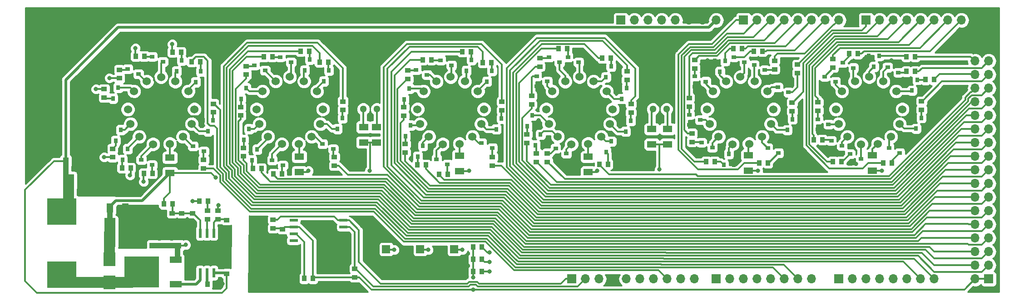
<source format=gbr>
G04 #@! TF.GenerationSoftware,KiCad,Pcbnew,(5.0.2)-1*
G04 #@! TF.CreationDate,2019-03-22T14:40:18+01:00*
G04 #@! TF.ProjectId,NixieClock01A,4e697869-6543-46c6-9f63-6b3031412e6b,rev?*
G04 #@! TF.SameCoordinates,Original*
G04 #@! TF.FileFunction,Copper,L1,Top*
G04 #@! TF.FilePolarity,Positive*
%FSLAX46Y46*%
G04 Gerber Fmt 4.6, Leading zero omitted, Abs format (unit mm)*
G04 Created by KiCad (PCBNEW (5.0.2)-1) date 03/22/19 14:40:18*
%MOMM*%
%LPD*%
G01*
G04 APERTURE LIST*
G04 #@! TA.AperFunction,SMDPad,CuDef*
%ADD10R,5.400000X4.900000*%
G04 #@! TD*
G04 #@! TA.AperFunction,SMDPad,CuDef*
%ADD11R,1.000000X0.820000*%
G04 #@! TD*
G04 #@! TA.AperFunction,ComponentPad*
%ADD12C,1.300000*%
G04 #@! TD*
G04 #@! TA.AperFunction,SMDPad,CuDef*
%ADD13R,0.820000X1.000000*%
G04 #@! TD*
G04 #@! TA.AperFunction,SMDPad,CuDef*
%ADD14R,1.120000X1.400000*%
G04 #@! TD*
G04 #@! TA.AperFunction,SMDPad,CuDef*
%ADD15R,1.400000X1.120000*%
G04 #@! TD*
G04 #@! TA.AperFunction,SMDPad,CuDef*
%ADD16R,2.200000X1.200000*%
G04 #@! TD*
G04 #@! TA.AperFunction,SMDPad,CuDef*
%ADD17R,6.400000X5.800000*%
G04 #@! TD*
G04 #@! TA.AperFunction,SMDPad,CuDef*
%ADD18R,0.550000X1.750000*%
G04 #@! TD*
G04 #@! TA.AperFunction,SMDPad,CuDef*
%ADD19R,2.000000X5.400000*%
G04 #@! TD*
G04 #@! TA.AperFunction,SMDPad,CuDef*
%ADD20R,2.060000X2.600000*%
G04 #@! TD*
G04 #@! TA.AperFunction,SMDPad,CuDef*
%ADD21R,1.220000X1.800000*%
G04 #@! TD*
G04 #@! TA.AperFunction,SMDPad,CuDef*
%ADD22R,2.300000X2.500000*%
G04 #@! TD*
G04 #@! TA.AperFunction,ComponentPad*
%ADD23C,5.600000*%
G04 #@! TD*
G04 #@! TA.AperFunction,SMDPad,CuDef*
%ADD24R,1.800000X1.220000*%
G04 #@! TD*
G04 #@! TA.AperFunction,SMDPad,CuDef*
%ADD25R,0.900000X0.800000*%
G04 #@! TD*
G04 #@! TA.AperFunction,SMDPad,CuDef*
%ADD26R,0.800000X0.900000*%
G04 #@! TD*
G04 #@! TA.AperFunction,ComponentPad*
%ADD27R,1.700000X1.700000*%
G04 #@! TD*
G04 #@! TA.AperFunction,ComponentPad*
%ADD28O,1.700000X1.700000*%
G04 #@! TD*
G04 #@! TA.AperFunction,ComponentPad*
%ADD29C,1.524000*%
G04 #@! TD*
G04 #@! TA.AperFunction,SMDPad,CuDef*
%ADD30R,1.500000X0.600000*%
G04 #@! TD*
G04 #@! TA.AperFunction,SMDPad,CuDef*
%ADD31R,1.500000X1.500000*%
G04 #@! TD*
G04 #@! TA.AperFunction,ViaPad*
%ADD32C,0.800000*%
G04 #@! TD*
G04 #@! TA.AperFunction,Conductor*
%ADD33C,0.300000*%
G04 #@! TD*
G04 #@! TA.AperFunction,Conductor*
%ADD34C,0.500000*%
G04 #@! TD*
G04 #@! TA.AperFunction,Conductor*
%ADD35C,2.000000*%
G04 #@! TD*
G04 #@! TA.AperFunction,Conductor*
%ADD36C,1.000000*%
G04 #@! TD*
G04 #@! TA.AperFunction,Conductor*
%ADD37C,0.254000*%
G04 #@! TD*
G04 APERTURE END LIST*
D10*
G04 #@! TO.P,L1,1*
G04 #@! TO.N,VCC*
X65532000Y-142690000D03*
G04 #@! TO.P,L1,2*
G04 #@! TO.N,Net-(D1-Pad2)*
X65532000Y-154490000D03*
G04 #@! TD*
D11*
G04 #@! TO.P,R25,2*
G04 #@! TO.N,Net-(Q16-Pad1)*
X209296000Y-115862000D03*
G04 #@! TO.P,R25,1*
G04 #@! TO.N,A14*
X209296000Y-114262000D03*
G04 #@! TD*
G04 #@! TO.P,R19,2*
G04 #@! TO.N,Net-(Q11-Pad1)*
X201676000Y-123990000D03*
G04 #@! TO.P,R19,1*
G04 #@! TO.N,A9*
X201676000Y-122390000D03*
G04 #@! TD*
D12*
G04 #@! TO.P,LA1,2*
G04 #@! TO.N,GND*
X122970000Y-124870000D03*
G04 #@! TO.P,LA1,3*
G04 #@! TO.N,Net-(LA1-Pad3)*
X124240000Y-123600000D03*
G04 #@! TO.P,LA1,1*
G04 #@! TO.N,Net-(LA1-Pad1)*
X121700000Y-123600000D03*
G04 #@! TD*
D13*
G04 #@! TO.P,R15,2*
G04 #@! TO.N,GND*
X94249297Y-156281621D03*
G04 #@! TO.P,R15,1*
G04 #@! TO.N,Net-(R15-Pad1)*
X92649297Y-156281621D03*
G04 #@! TD*
G04 #@! TO.P,R1,1*
G04 #@! TO.N,A0*
X195542000Y-133636000D03*
G04 #@! TO.P,R1,2*
G04 #@! TO.N,Net-(Q2-Pad1)*
X197142000Y-133636000D03*
G04 #@! TD*
G04 #@! TO.P,R2,1*
G04 #@! TO.N,A1*
X185636000Y-133382000D03*
G04 #@! TO.P,R2,2*
G04 #@! TO.N,Net-(Q3-Pad1)*
X187236000Y-133382000D03*
G04 #@! TD*
D11*
G04 #@! TO.P,R3,2*
G04 #@! TO.N,Net-(Q4-Pad1)*
X183000000Y-129716000D03*
G04 #@! TO.P,R3,1*
G04 #@! TO.N,A2*
X183000000Y-128116000D03*
G04 #@! TD*
G04 #@! TO.P,R4,1*
G04 #@! TO.N,A3*
X182492000Y-121512000D03*
G04 #@! TO.P,R4,2*
G04 #@! TO.N,Net-(Q5-Pad1)*
X182492000Y-123112000D03*
G04 #@! TD*
G04 #@! TO.P,R5,2*
G04 #@! TO.N,Net-(Q6-Pad1)*
X183508000Y-116000000D03*
G04 #@! TO.P,R5,1*
G04 #@! TO.N,A4*
X183508000Y-114400000D03*
G04 #@! TD*
D13*
G04 #@! TO.P,R6,1*
G04 #@! TO.N,A5*
X192316000Y-112300000D03*
G04 #@! TO.P,R6,2*
G04 #@! TO.N,Net-(Q7-Pad1)*
X190716000Y-112300000D03*
G04 #@! TD*
G04 #@! TO.P,R7,2*
G04 #@! TO.N,Net-(Q8-Pad1)*
X194526000Y-112808000D03*
G04 #@! TO.P,R7,1*
G04 #@! TO.N,A6*
X196126000Y-112808000D03*
G04 #@! TD*
D11*
G04 #@! TO.P,R8,1*
G04 #@! TO.N,A7*
X198376701Y-114568270D03*
G04 #@! TO.P,R8,2*
G04 #@! TO.N,Net-(Q9-Pad1)*
X198376701Y-116168270D03*
G04 #@! TD*
G04 #@! TO.P,R9,2*
G04 #@! TO.N,Net-(Q10-Pad1)*
X202692000Y-116878000D03*
G04 #@! TO.P,R9,1*
G04 #@! TO.N,A8*
X202692000Y-115278000D03*
G04 #@! TD*
G04 #@! TO.P,C6,1*
G04 #@! TO.N,Net-(C6-Pad1)*
X92687297Y-144127621D03*
G04 #@! TO.P,C6,2*
G04 #@! TO.N,Net-(C6-Pad2)*
X92687297Y-142527621D03*
G04 #@! TD*
G04 #@! TO.P,C7,1*
G04 #@! TO.N,GND*
X86083297Y-144635621D03*
G04 #@! TO.P,C7,2*
G04 #@! TO.N,Net-(C7-Pad2)*
X86083297Y-143035621D03*
G04 #@! TD*
G04 #@! TO.P,C8,2*
G04 #@! TO.N,Net-(C8-Pad2)*
X96243297Y-144305621D03*
G04 #@! TO.P,C8,1*
G04 #@! TO.N,GND*
X96243297Y-145905621D03*
G04 #@! TD*
D14*
G04 #@! TO.P,C10,1*
G04 #@! TO.N,VCC*
X66246379Y-133345297D03*
G04 #@! TO.P,C10,2*
G04 #@! TO.N,GND*
X68006379Y-133345297D03*
G04 #@! TD*
D13*
G04 #@! TO.P,R10,2*
G04 #@! TO.N,Net-(C6-Pad2)*
X92725297Y-140787621D03*
G04 #@! TO.P,R10,1*
G04 #@! TO.N,GND*
X91125297Y-140787621D03*
G04 #@! TD*
D11*
G04 #@! TO.P,R11,2*
G04 #@! TO.N,Net-(C7-Pad2)*
X89893297Y-143035621D03*
G04 #@! TO.P,R11,1*
G04 #@! TO.N,GND*
X89893297Y-144635621D03*
G04 #@! TD*
G04 #@! TO.P,R12,1*
G04 #@! TO.N,GND*
X87861297Y-144635621D03*
G04 #@! TO.P,R12,2*
G04 #@! TO.N,Net-(C7-Pad2)*
X87861297Y-143035621D03*
G04 #@! TD*
D13*
G04 #@! TO.P,R13,1*
G04 #@! TO.N,Uanode*
X84521297Y-141295621D03*
G04 #@! TO.P,R13,2*
G04 #@! TO.N,Net-(C7-Pad2)*
X86121297Y-141295621D03*
G04 #@! TD*
D11*
G04 #@! TO.P,R14,1*
G04 #@! TO.N,Net-(Q1-Pad3)*
X94587797Y-142557002D03*
G04 #@! TO.P,R14,2*
G04 #@! TO.N,Net-(C8-Pad2)*
X94587797Y-144157002D03*
G04 #@! TD*
D15*
G04 #@! TO.P,R16,1*
G04 #@! TO.N,Net-(Q1-Pad3)*
X84813297Y-149033621D03*
G04 #@! TO.P,R16,2*
G04 #@! TO.N,GND*
X84813297Y-147273621D03*
G04 #@! TD*
G04 #@! TO.P,R17,2*
G04 #@! TO.N,GND*
X82527297Y-147273621D03*
G04 #@! TO.P,R17,1*
G04 #@! TO.N,Net-(Q1-Pad3)*
X82527297Y-149033621D03*
G04 #@! TD*
G04 #@! TO.P,R18,1*
G04 #@! TO.N,Net-(Q1-Pad3)*
X87099297Y-149033621D03*
G04 #@! TO.P,R18,2*
G04 #@! TO.N,GND*
X87099297Y-147273621D03*
G04 #@! TD*
D16*
G04 #@! TO.P,Q1,1*
G04 #@! TO.N,Net-(Q1-Pad1)*
X86727297Y-156275621D03*
G04 #@! TO.P,Q1,3*
G04 #@! TO.N,Net-(Q1-Pad3)*
X86727297Y-151715621D03*
D17*
G04 #@! TO.P,Q1,2*
G04 #@! TO.N,Net-(D1-Pad2)*
X80427297Y-153995621D03*
G04 #@! TD*
D18*
G04 #@! TO.P,U4,1*
G04 #@! TO.N,Net-(C8-Pad2)*
X93830297Y-146739621D03*
G04 #@! TO.P,U4,2*
G04 #@! TO.N,Net-(C6-Pad1)*
X92560297Y-146739621D03*
G04 #@! TO.P,U4,3*
G04 #@! TO.N,Net-(C7-Pad2)*
X91290297Y-146739621D03*
G04 #@! TO.P,U4,4*
G04 #@! TO.N,GND*
X90020297Y-146739621D03*
G04 #@! TO.P,U4,5*
X90020297Y-154139621D03*
G04 #@! TO.P,U4,6*
G04 #@! TO.N,Net-(Q1-Pad1)*
X91290297Y-154139621D03*
G04 #@! TO.P,U4,7*
G04 #@! TO.N,Net-(R15-Pad1)*
X92560297Y-154139621D03*
G04 #@! TO.P,U4,8*
G04 #@! TO.N,VCC*
X93830297Y-154139621D03*
G04 #@! TD*
D11*
G04 #@! TO.P,C12,1*
G04 #@! TO.N,VCC*
X96243297Y-154287621D03*
G04 #@! TO.P,C12,2*
G04 #@! TO.N,GND*
X96243297Y-152687621D03*
G04 #@! TD*
D19*
G04 #@! TO.P,C13,1*
G04 #@! TO.N,Uanode*
X74489297Y-146629621D03*
G04 #@! TO.P,C13,2*
G04 #@! TO.N,GND*
X79389297Y-146629621D03*
G04 #@! TD*
D20*
G04 #@! TO.P,C14,1*
G04 #@! TO.N,VCC*
X66790379Y-137027297D03*
G04 #@! TO.P,C14,2*
G04 #@! TO.N,GND*
X73050379Y-137027297D03*
G04 #@! TD*
D21*
G04 #@! TO.P,C9,1*
G04 #@! TO.N,Uanode*
X74493297Y-142057621D03*
G04 #@! TO.P,C9,2*
G04 #@! TO.N,GND*
X77353297Y-142057621D03*
G04 #@! TD*
D22*
G04 #@! TO.P,D1,1*
G04 #@! TO.N,Uanode*
X74399297Y-151591621D03*
G04 #@! TO.P,D1,2*
G04 #@! TO.N,Net-(D1-Pad2)*
X74399297Y-155891621D03*
G04 #@! TD*
D23*
G04 #@! TO.P,J6,1*
G04 #@! TO.N,GND*
X104000000Y-153000000D03*
G04 #@! TD*
G04 #@! TO.P,J8,1*
G04 #@! TO.N,GND*
X63000000Y-108000000D03*
G04 #@! TD*
D12*
G04 #@! TO.P,LA2,2*
G04 #@! TO.N,GND*
X176970000Y-124870000D03*
G04 #@! TO.P,LA2,3*
G04 #@! TO.N,Net-(LA2-Pad3)*
X178240000Y-123600000D03*
G04 #@! TO.P,LA2,1*
G04 #@! TO.N,Net-(LA2-Pad1)*
X175700000Y-123600000D03*
G04 #@! TD*
D24*
G04 #@! TO.P,R27,1*
G04 #@! TO.N,Net-(LA1-Pad3)*
X124200000Y-126957078D03*
G04 #@! TO.P,R27,2*
G04 #@! TO.N,Uanode*
X124200000Y-129817078D03*
G04 #@! TD*
G04 #@! TO.P,R28,2*
G04 #@! TO.N,Uanode*
X121791368Y-129817078D03*
G04 #@! TO.P,R28,1*
G04 #@! TO.N,Net-(LA1-Pad1)*
X121791368Y-126957078D03*
G04 #@! TD*
G04 #@! TO.P,R29,1*
G04 #@! TO.N,Net-(LA2-Pad1)*
X175514000Y-127316973D03*
G04 #@! TO.P,R29,2*
G04 #@! TO.N,Uanode*
X175514000Y-130176973D03*
G04 #@! TD*
G04 #@! TO.P,R30,2*
G04 #@! TO.N,Uanode*
X178446000Y-130176973D03*
G04 #@! TO.P,R30,1*
G04 #@! TO.N,Net-(LA2-Pad3)*
X178446000Y-127316973D03*
G04 #@! TD*
D25*
G04 #@! TO.P,Q2,1*
G04 #@! TO.N,Net-(Q2-Pad1)*
X199120000Y-131792000D03*
G04 #@! TO.P,Q2,2*
G04 #@! TO.N,GND*
X199120000Y-129892000D03*
G04 #@! TO.P,Q2,3*
G04 #@! TO.N,Net-(N1-Pad12)*
X197120000Y-130842000D03*
G04 #@! TD*
D26*
G04 #@! TO.P,Q3,1*
G04 #@! TO.N,Net-(Q3-Pad1)*
X188908000Y-133980000D03*
G04 #@! TO.P,Q3,2*
G04 #@! TO.N,GND*
X190808000Y-133980000D03*
G04 #@! TO.P,Q3,3*
G04 #@! TO.N,Net-(N1-Pad1)*
X189858000Y-131980000D03*
G04 #@! TD*
D25*
G04 #@! TO.P,Q4,3*
G04 #@! TO.N,Net-(N1-Pad2)*
X186778000Y-130760000D03*
G04 #@! TO.P,Q4,2*
G04 #@! TO.N,GND*
X184778000Y-131710000D03*
G04 #@! TO.P,Q4,1*
G04 #@! TO.N,Net-(Q4-Pad1)*
X184778000Y-129810000D03*
G04 #@! TD*
G04 #@! TO.P,Q5,3*
G04 #@! TO.N,Net-(N1-Pad3)*
X184508000Y-125614000D03*
G04 #@! TO.P,Q5,2*
G04 #@! TO.N,GND*
X182508000Y-126564000D03*
G04 #@! TO.P,Q5,1*
G04 #@! TO.N,Net-(Q5-Pad1)*
X182508000Y-124664000D03*
G04 #@! TD*
G04 #@! TO.P,Q6,1*
G04 #@! TO.N,Net-(Q6-Pad1)*
X183544000Y-117502000D03*
G04 #@! TO.P,Q6,2*
G04 #@! TO.N,GND*
X183544000Y-119402000D03*
G04 #@! TO.P,Q6,3*
G04 #@! TO.N,Net-(N1-Pad5)*
X185544000Y-118452000D03*
G04 #@! TD*
D26*
G04 #@! TO.P,Q7,3*
G04 #@! TO.N,Net-(N1-Pad6)*
X188214000Y-116602000D03*
G04 #@! TO.P,Q7,2*
G04 #@! TO.N,GND*
X187264000Y-114602000D03*
G04 #@! TO.P,Q7,1*
G04 #@! TO.N,Net-(Q7-Pad1)*
X189164000Y-114602000D03*
G04 #@! TD*
D25*
G04 #@! TO.P,Q8,3*
G04 #@! TO.N,Net-(N1-Pad7)*
X192770000Y-114840000D03*
G04 #@! TO.P,Q8,2*
G04 #@! TO.N,GND*
X190770000Y-115790000D03*
G04 #@! TO.P,Q8,1*
G04 #@! TO.N,Net-(Q8-Pad1)*
X190770000Y-113890000D03*
G04 #@! TD*
G04 #@! TO.P,Q9,3*
G04 #@! TO.N,Net-(N1-Pad8)*
X194582701Y-115368270D03*
G04 #@! TO.P,Q9,2*
G04 #@! TO.N,GND*
X196582701Y-114418270D03*
G04 #@! TO.P,Q9,1*
G04 #@! TO.N,Net-(Q9-Pad1)*
X196582701Y-116318270D03*
G04 #@! TD*
G04 #@! TO.P,Q10,3*
G04 #@! TO.N,Net-(N1-Pad9)*
X198995976Y-119530146D03*
G04 #@! TO.P,Q10,2*
G04 #@! TO.N,GND*
X200995976Y-118580146D03*
G04 #@! TO.P,Q10,1*
G04 #@! TO.N,Net-(Q10-Pad1)*
X200995976Y-120480146D03*
G04 #@! TD*
D26*
G04 #@! TO.P,Q11,1*
G04 #@! TO.N,Net-(Q11-Pad1)*
X201730000Y-125492000D03*
G04 #@! TO.P,Q11,2*
G04 #@! TO.N,GND*
X199830000Y-125492000D03*
G04 #@! TO.P,Q11,3*
G04 #@! TO.N,Net-(N1-Pad11)*
X200780000Y-127492000D03*
G04 #@! TD*
D27*
G04 #@! TO.P,J13,1*
G04 #@! TO.N,+5V*
X238308200Y-155270200D03*
D28*
G04 #@! TO.P,J13,2*
X235768200Y-155270200D03*
G04 #@! TO.P,J13,3*
G04 #@! TO.N,22*
X238308200Y-152730200D03*
G04 #@! TO.P,J13,4*
G04 #@! TO.N,23*
X235768200Y-152730200D03*
G04 #@! TO.P,J13,5*
G04 #@! TO.N,24*
X238308200Y-150190200D03*
G04 #@! TO.P,J13,6*
G04 #@! TO.N,25*
X235768200Y-150190200D03*
G04 #@! TO.P,J13,7*
G04 #@! TO.N,26*
X238308200Y-147650200D03*
G04 #@! TO.P,J13,8*
G04 #@! TO.N,27*
X235768200Y-147650200D03*
G04 #@! TO.P,J13,9*
G04 #@! TO.N,28*
X238308200Y-145110200D03*
G04 #@! TO.P,J13,10*
G04 #@! TO.N,29*
X235768200Y-145110200D03*
G04 #@! TO.P,J13,11*
G04 #@! TO.N,30*
X238308200Y-142570200D03*
G04 #@! TO.P,J13,12*
G04 #@! TO.N,31*
X235768200Y-142570200D03*
G04 #@! TO.P,J13,13*
G04 #@! TO.N,32*
X238308200Y-140030200D03*
G04 #@! TO.P,J13,14*
G04 #@! TO.N,33*
X235768200Y-140030200D03*
G04 #@! TO.P,J13,15*
G04 #@! TO.N,34*
X238308200Y-137490200D03*
G04 #@! TO.P,J13,16*
G04 #@! TO.N,35*
X235768200Y-137490200D03*
G04 #@! TO.P,J13,17*
G04 #@! TO.N,36*
X238308200Y-134950200D03*
G04 #@! TO.P,J13,18*
G04 #@! TO.N,37*
X235768200Y-134950200D03*
G04 #@! TO.P,J13,19*
G04 #@! TO.N,38*
X238308200Y-132410200D03*
G04 #@! TO.P,J13,20*
G04 #@! TO.N,39*
X235768200Y-132410200D03*
G04 #@! TO.P,J13,21*
G04 #@! TO.N,40*
X238308200Y-129870200D03*
G04 #@! TO.P,J13,22*
G04 #@! TO.N,41*
X235768200Y-129870200D03*
G04 #@! TO.P,J13,23*
G04 #@! TO.N,42*
X238308200Y-127330200D03*
G04 #@! TO.P,J13,24*
G04 #@! TO.N,43*
X235768200Y-127330200D03*
G04 #@! TO.P,J13,25*
G04 #@! TO.N,44*
X238308200Y-124790200D03*
G04 #@! TO.P,J13,26*
G04 #@! TO.N,45*
X235768200Y-124790200D03*
G04 #@! TO.P,J13,27*
G04 #@! TO.N,46*
X238308200Y-122250200D03*
G04 #@! TO.P,J13,28*
G04 #@! TO.N,47*
X235768200Y-122250200D03*
G04 #@! TO.P,J13,29*
G04 #@! TO.N,48*
X238308200Y-119710200D03*
G04 #@! TO.P,J13,30*
G04 #@! TO.N,49*
X235768200Y-119710200D03*
G04 #@! TO.P,J13,31*
G04 #@! TO.N,50*
X238308200Y-117170200D03*
G04 #@! TO.P,J13,32*
G04 #@! TO.N,51*
X235768200Y-117170200D03*
G04 #@! TO.P,J13,33*
G04 #@! TO.N,52*
X238308200Y-114630200D03*
G04 #@! TO.P,J13,34*
G04 #@! TO.N,53*
X235768200Y-114630200D03*
G04 #@! TO.P,J13,35*
G04 #@! TO.N,GND*
X238308200Y-112090200D03*
G04 #@! TO.P,J13,36*
X235768200Y-112090200D03*
G04 #@! TD*
D24*
G04 #@! TO.P,R20,1*
G04 #@! TO.N,Uanode*
X193548000Y-135066000D03*
G04 #@! TO.P,R20,2*
G04 #@! TO.N,Net-(N1-Pad13)*
X193548000Y-132206000D03*
G04 #@! TD*
D25*
G04 #@! TO.P,Q12,3*
G04 #@! TO.N,Net-(N2-Pad12)*
X219726000Y-130842000D03*
G04 #@! TO.P,Q12,2*
G04 #@! TO.N,GND*
X221726000Y-129892000D03*
G04 #@! TO.P,Q12,1*
G04 #@! TO.N,Net-(Q12-Pad1)*
X221726000Y-131792000D03*
G04 #@! TD*
G04 #@! TO.P,Q13,1*
G04 #@! TO.N,Net-(Q13-Pad1)*
X212465000Y-131956000D03*
G04 #@! TO.P,Q13,2*
G04 #@! TO.N,GND*
X212465000Y-133856000D03*
G04 #@! TO.P,Q13,3*
G04 #@! TO.N,Net-(N2-Pad1)*
X214465000Y-132906000D03*
G04 #@! TD*
G04 #@! TO.P,Q14,3*
G04 #@! TO.N,Net-(N2-Pad2)*
X210959800Y-130442200D03*
G04 #@! TO.P,Q14,2*
G04 #@! TO.N,GND*
X208959800Y-131392200D03*
G04 #@! TO.P,Q14,1*
G04 #@! TO.N,Net-(Q14-Pad1)*
X208959800Y-129492200D03*
G04 #@! TD*
G04 #@! TO.P,Q15,1*
G04 #@! TO.N,Net-(Q15-Pad1)*
X206445200Y-125479000D03*
G04 #@! TO.P,Q15,2*
G04 #@! TO.N,GND*
X206445200Y-127379000D03*
G04 #@! TO.P,Q15,3*
G04 #@! TO.N,Net-(N2-Pad3)*
X208445200Y-126429000D03*
G04 #@! TD*
G04 #@! TO.P,Q16,3*
G04 #@! TO.N,Net-(N2-Pad5)*
X209740600Y-118478800D03*
G04 #@! TO.P,Q16,2*
G04 #@! TO.N,GND*
X207740600Y-119428800D03*
G04 #@! TO.P,Q16,1*
G04 #@! TO.N,Net-(Q16-Pad1)*
X207740600Y-117528800D03*
G04 #@! TD*
G04 #@! TO.P,Q17,1*
G04 #@! TO.N,Net-(Q17-Pad1)*
X211090000Y-114963400D03*
G04 #@! TO.P,Q17,2*
G04 #@! TO.N,GND*
X211090000Y-116863400D03*
G04 #@! TO.P,Q17,3*
G04 #@! TO.N,Net-(N2-Pad6)*
X213090000Y-115913400D03*
G04 #@! TD*
D26*
G04 #@! TO.P,Q18,1*
G04 #@! TO.N,Net-(Q18-Pad1)*
X217866000Y-113694200D03*
G04 #@! TO.P,Q18,2*
G04 #@! TO.N,GND*
X215966000Y-113694200D03*
G04 #@! TO.P,Q18,3*
G04 #@! TO.N,Net-(N2-Pad7)*
X216916000Y-115694200D03*
G04 #@! TD*
D25*
G04 #@! TO.P,Q19,3*
G04 #@! TO.N,Net-(N2-Pad8)*
X219472000Y-115824000D03*
G04 #@! TO.P,Q19,2*
G04 #@! TO.N,GND*
X221472000Y-114874000D03*
G04 #@! TO.P,Q19,1*
G04 #@! TO.N,Net-(Q19-Pad1)*
X221472000Y-116774000D03*
G04 #@! TD*
D26*
G04 #@! TO.P,Q20,1*
G04 #@! TO.N,Net-(Q20-Pad1)*
X224978000Y-118126000D03*
G04 #@! TO.P,Q20,2*
G04 #@! TO.N,GND*
X223078000Y-118126000D03*
G04 #@! TO.P,Q20,3*
G04 #@! TO.N,Net-(N2-Pad9)*
X224028000Y-120126000D03*
G04 #@! TD*
G04 #@! TO.P,Q21,3*
G04 #@! TO.N,Net-(N2-Pad11)*
X224790000Y-127238000D03*
G04 #@! TO.P,Q21,2*
G04 #@! TO.N,GND*
X223840000Y-125238000D03*
G04 #@! TO.P,Q21,1*
G04 #@! TO.N,Net-(Q21-Pad1)*
X225740000Y-125238000D03*
G04 #@! TD*
D13*
G04 #@! TO.P,R21,2*
G04 #@! TO.N,Net-(Q12-Pad1)*
X220256000Y-133636000D03*
G04 #@! TO.P,R21,1*
G04 #@! TO.N,A10*
X218656000Y-133636000D03*
G04 #@! TD*
G04 #@! TO.P,R22,1*
G04 #@! TO.N,A11*
X209238000Y-133382000D03*
G04 #@! TO.P,R22,2*
G04 #@! TO.N,Net-(Q13-Pad1)*
X210838000Y-133382000D03*
G04 #@! TD*
G04 #@! TO.P,R23,2*
G04 #@! TO.N,Net-(Q14-Pad1)*
X207282000Y-129318000D03*
G04 #@! TO.P,R23,1*
G04 #@! TO.N,A12*
X205682000Y-129318000D03*
G04 #@! TD*
D11*
G04 #@! TO.P,R24,1*
G04 #@! TO.N,A13*
X206480000Y-122327000D03*
G04 #@! TO.P,R24,2*
G04 #@! TO.N,Net-(Q15-Pad1)*
X206480000Y-123927000D03*
G04 #@! TD*
D13*
G04 #@! TO.P,R26,1*
G04 #@! TO.N,A15*
X213906000Y-113284000D03*
G04 #@! TO.P,R26,2*
G04 #@! TO.N,Net-(Q17-Pad1)*
X212306000Y-113284000D03*
G04 #@! TD*
G04 #@! TO.P,R31,2*
G04 #@! TO.N,Net-(Q18-Pad1)*
X222974000Y-113800000D03*
G04 #@! TO.P,R31,1*
G04 #@! TO.N,53*
X224574000Y-113800000D03*
G04 #@! TD*
G04 #@! TO.P,R32,1*
G04 #@! TO.N,52*
X224574000Y-116586000D03*
G04 #@! TO.P,R32,2*
G04 #@! TO.N,Net-(Q19-Pad1)*
X222974000Y-116586000D03*
G04 #@! TD*
G04 #@! TO.P,R33,2*
G04 #@! TO.N,Net-(Q20-Pad1)*
X226530000Y-118110000D03*
G04 #@! TO.P,R33,1*
G04 #@! TO.N,51*
X228130000Y-118110000D03*
G04 #@! TD*
D11*
G04 #@! TO.P,R34,1*
G04 #@! TO.N,50*
X225806000Y-122136000D03*
G04 #@! TO.P,R34,2*
G04 #@! TO.N,Net-(Q21-Pad1)*
X225806000Y-123736000D03*
G04 #@! TD*
D24*
G04 #@! TO.P,R35,1*
G04 #@! TO.N,Uanode*
X216662000Y-135066000D03*
G04 #@! TO.P,R35,2*
G04 #@! TO.N,Net-(N2-Pad13)*
X216662000Y-132206000D03*
G04 #@! TD*
D26*
G04 #@! TO.P,Q22,3*
G04 #@! TO.N,Net-(N3-Pad12)*
X167972000Y-129612000D03*
G04 #@! TO.P,Q22,2*
G04 #@! TO.N,GND*
X168922000Y-131612000D03*
G04 #@! TO.P,Q22,1*
G04 #@! TO.N,Net-(Q22-Pad1)*
X167022000Y-131612000D03*
G04 #@! TD*
D25*
G04 #@! TO.P,Q23,1*
G04 #@! TO.N,Net-(Q23-Pad1)*
X157574000Y-130932000D03*
G04 #@! TO.P,Q23,2*
G04 #@! TO.N,GND*
X157574000Y-132832000D03*
G04 #@! TO.P,Q23,3*
G04 #@! TO.N,Net-(N3-Pad1)*
X159574000Y-131882000D03*
G04 #@! TD*
D26*
G04 #@! TO.P,Q24,3*
G04 #@! TO.N,Net-(N3-Pad2)*
X154764000Y-128342000D03*
G04 #@! TO.P,Q24,2*
G04 #@! TO.N,GND*
X155714000Y-130342000D03*
G04 #@! TO.P,Q24,1*
G04 #@! TO.N,Net-(Q24-Pad1)*
X153814000Y-130342000D03*
G04 #@! TD*
G04 #@! TO.P,Q25,1*
G04 #@! TO.N,Net-(Q25-Pad1)*
X152290000Y-126786000D03*
G04 #@! TO.P,Q25,2*
G04 #@! TO.N,GND*
X154190000Y-126786000D03*
G04 #@! TO.P,Q25,3*
G04 #@! TO.N,Net-(N3-Pad3)*
X153240000Y-124786000D03*
G04 #@! TD*
D25*
G04 #@! TO.P,Q26,1*
G04 #@! TO.N,Net-(Q26-Pad1)*
X154018000Y-117470000D03*
G04 #@! TO.P,Q26,2*
G04 #@! TO.N,GND*
X154018000Y-119370000D03*
G04 #@! TO.P,Q26,3*
G04 #@! TO.N,Net-(N3-Pad5)*
X156018000Y-118420000D03*
G04 #@! TD*
G04 #@! TO.P,Q27,3*
G04 #@! TO.N,Net-(N3-Pad6)*
X158304000Y-114864000D03*
G04 #@! TO.P,Q27,2*
G04 #@! TO.N,GND*
X156304000Y-115814000D03*
G04 #@! TO.P,Q27,1*
G04 #@! TO.N,Net-(Q27-Pad1)*
X156304000Y-113914000D03*
G04 #@! TD*
G04 #@! TO.P,Q28,1*
G04 #@! TO.N,Net-(Q28-Pad1)*
X159860000Y-113914000D03*
G04 #@! TO.P,Q28,2*
G04 #@! TO.N,GND*
X159860000Y-115814000D03*
G04 #@! TO.P,Q28,3*
G04 #@! TO.N,Net-(N3-Pad7)*
X161860000Y-114864000D03*
G04 #@! TD*
D26*
G04 #@! TO.P,Q29,3*
G04 #@! TO.N,Net-(N3-Pad8)*
X166956000Y-117642000D03*
G04 #@! TO.P,Q29,2*
G04 #@! TO.N,GND*
X166006000Y-115642000D03*
G04 #@! TO.P,Q29,1*
G04 #@! TO.N,Net-(Q29-Pad1)*
X167906000Y-115642000D03*
G04 #@! TD*
G04 #@! TO.P,Q30,1*
G04 #@! TO.N,Net-(Q30-Pad1)*
X170812000Y-119682000D03*
G04 #@! TO.P,Q30,2*
G04 #@! TO.N,GND*
X168912000Y-119682000D03*
G04 #@! TO.P,Q30,3*
G04 #@! TO.N,Net-(N3-Pad9)*
X169862000Y-121682000D03*
G04 #@! TD*
G04 #@! TO.P,Q31,3*
G04 #@! TO.N,Net-(N3-Pad11)*
X170624000Y-127778000D03*
G04 #@! TO.P,Q31,2*
G04 #@! TO.N,GND*
X169674000Y-125778000D03*
G04 #@! TO.P,Q31,1*
G04 #@! TO.N,Net-(Q31-Pad1)*
X171574000Y-125778000D03*
G04 #@! TD*
D13*
G04 #@! TO.P,R36,2*
G04 #@! TO.N,Net-(Q22-Pad1)*
X167360000Y-133890000D03*
G04 #@! TO.P,R36,1*
G04 #@! TO.N,49*
X165760000Y-133890000D03*
G04 #@! TD*
D11*
G04 #@! TO.P,R37,1*
G04 #@! TO.N,48*
X156034000Y-133444000D03*
G04 #@! TO.P,R37,2*
G04 #@! TO.N,Net-(Q23-Pad1)*
X156034000Y-131844000D03*
G04 #@! TD*
G04 #@! TO.P,R38,2*
G04 #@! TO.N,Net-(Q24-Pad1)*
X154002000Y-131844000D03*
G04 #@! TO.P,R38,1*
G04 #@! TO.N,47*
X154002000Y-133444000D03*
G04 #@! TD*
G04 #@! TO.P,R39,1*
G04 #@! TO.N,46*
X152224000Y-129888000D03*
G04 #@! TO.P,R39,2*
G04 #@! TO.N,Net-(Q25-Pad1)*
X152224000Y-128288000D03*
G04 #@! TD*
G04 #@! TO.P,R40,2*
G04 #@! TO.N,Net-(Q26-Pad1)*
X153098000Y-121152000D03*
G04 #@! TO.P,R40,1*
G04 #@! TO.N,45*
X153098000Y-122752000D03*
G04 #@! TD*
G04 #@! TO.P,R41,1*
G04 #@! TO.N,44*
X154622000Y-115678000D03*
G04 #@! TO.P,R41,2*
G04 #@! TO.N,Net-(Q27-Pad1)*
X154622000Y-114078000D03*
G04 #@! TD*
D13*
G04 #@! TO.P,R42,2*
G04 #@! TO.N,Net-(Q28-Pad1)*
X159740000Y-112324000D03*
G04 #@! TO.P,R42,1*
G04 #@! TO.N,43*
X158140000Y-112324000D03*
G04 #@! TD*
G04 #@! TO.P,R43,1*
G04 #@! TO.N,42*
X166268000Y-114078000D03*
G04 #@! TO.P,R43,2*
G04 #@! TO.N,Net-(Q29-Pad1)*
X167868000Y-114078000D03*
G04 #@! TD*
D11*
G04 #@! TO.P,R44,1*
G04 #@! TO.N,41*
X170878000Y-116580000D03*
G04 #@! TO.P,R44,2*
G04 #@! TO.N,Net-(Q30-Pad1)*
X170878000Y-118180000D03*
G04 #@! TD*
G04 #@! TO.P,R45,2*
G04 #@! TO.N,Net-(Q31-Pad1)*
X171640000Y-124276000D03*
G04 #@! TO.P,R45,1*
G04 #@! TO.N,40*
X171640000Y-122676000D03*
G04 #@! TD*
D24*
G04 #@! TO.P,R46,1*
G04 #@! TO.N,Uanode*
X163654000Y-135344000D03*
G04 #@! TO.P,R46,2*
G04 #@! TO.N,Net-(N3-Pad13)*
X163654000Y-132484000D03*
G04 #@! TD*
D29*
G04 #@! TO.P,N3,7*
G04 #@! TO.N,Net-(N3-Pad7)*
X162000000Y-117600000D03*
G04 #@! TO.P,N3,1*
G04 #@! TO.N,Net-(N3-Pad1)*
X160520200Y-130138000D03*
G04 #@! TO.P,N3,6*
G04 #@! TO.N,Net-(N3-Pad6)*
X159355000Y-118432000D03*
G04 #@! TO.P,N3,8*
G04 #@! TO.N,Net-(N3-Pad8)*
X164645000Y-118432000D03*
G04 #@! TO.P,N3,13*
G04 #@! TO.N,Net-(N3-Pad13)*
X163645000Y-130068000D03*
G04 #@! TO.P,N3,10*
G04 #@! TO.N,N/C*
X168189000Y-123631000D03*
G04 #@! TO.P,N3,11*
G04 #@! TO.N,Net-(N3-Pad11)*
X167689000Y-126369000D03*
G04 #@! TO.P,N3,4*
G04 #@! TO.N,N/C*
X155811000Y-123631000D03*
G04 #@! TO.P,N3,3*
G04 #@! TO.N,Net-(N3-Pad3)*
X156311000Y-126369000D03*
G04 #@! TO.P,N3,2*
G04 #@! TO.N,Net-(N3-Pad2)*
X157933000Y-128737000D03*
G04 #@! TO.P,N3,12*
G04 #@! TO.N,Net-(N3-Pad12)*
X166067000Y-128737000D03*
G04 #@! TO.P,N3,9*
G04 #@! TO.N,Net-(N3-Pad9)*
X167067000Y-120263000D03*
G04 #@! TO.P,N3,5*
G04 #@! TO.N,Net-(N3-Pad5)*
X156933000Y-120263000D03*
G04 #@! TD*
G04 #@! TO.P,N1,5*
G04 #@! TO.N,Net-(N1-Pad5)*
X186943734Y-120264499D03*
G04 #@! TO.P,N1,9*
G04 #@! TO.N,Net-(N1-Pad9)*
X197077734Y-120264499D03*
G04 #@! TO.P,N1,12*
G04 #@! TO.N,Net-(N1-Pad12)*
X196077734Y-128738499D03*
G04 #@! TO.P,N1,2*
G04 #@! TO.N,Net-(N1-Pad2)*
X187943734Y-128738499D03*
G04 #@! TO.P,N1,3*
G04 #@! TO.N,Net-(N1-Pad3)*
X186321734Y-126370499D03*
G04 #@! TO.P,N1,4*
G04 #@! TO.N,N/C*
X185821734Y-123632499D03*
G04 #@! TO.P,N1,11*
G04 #@! TO.N,Net-(N1-Pad11)*
X197699734Y-126370499D03*
G04 #@! TO.P,N1,10*
G04 #@! TO.N,N/C*
X198199734Y-123632499D03*
G04 #@! TO.P,N1,13*
G04 #@! TO.N,Net-(N1-Pad13)*
X193655734Y-130069499D03*
G04 #@! TO.P,N1,8*
G04 #@! TO.N,Net-(N1-Pad8)*
X194655734Y-118433499D03*
G04 #@! TO.P,N1,6*
G04 #@! TO.N,Net-(N1-Pad6)*
X189365734Y-118433499D03*
G04 #@! TO.P,N1,1*
G04 #@! TO.N,Net-(N1-Pad1)*
X190530934Y-130139499D03*
G04 #@! TO.P,N1,7*
G04 #@! TO.N,Net-(N1-Pad7)*
X192010734Y-117601499D03*
G04 #@! TD*
G04 #@! TO.P,N2,7*
G04 #@! TO.N,Net-(N2-Pad7)*
X216010334Y-117600899D03*
G04 #@! TO.P,N2,1*
G04 #@! TO.N,Net-(N2-Pad1)*
X214530534Y-130138899D03*
G04 #@! TO.P,N2,6*
G04 #@! TO.N,Net-(N2-Pad6)*
X213365334Y-118432899D03*
G04 #@! TO.P,N2,8*
G04 #@! TO.N,Net-(N2-Pad8)*
X218655334Y-118432899D03*
G04 #@! TO.P,N2,13*
G04 #@! TO.N,Net-(N2-Pad13)*
X217655334Y-130068899D03*
G04 #@! TO.P,N2,10*
G04 #@! TO.N,N/C*
X222199334Y-123631899D03*
G04 #@! TO.P,N2,11*
G04 #@! TO.N,Net-(N2-Pad11)*
X221699334Y-126369899D03*
G04 #@! TO.P,N2,4*
G04 #@! TO.N,N/C*
X209821334Y-123631899D03*
G04 #@! TO.P,N2,3*
G04 #@! TO.N,Net-(N2-Pad3)*
X210321334Y-126369899D03*
G04 #@! TO.P,N2,2*
G04 #@! TO.N,Net-(N2-Pad2)*
X211943334Y-128737899D03*
G04 #@! TO.P,N2,12*
G04 #@! TO.N,Net-(N2-Pad12)*
X220077334Y-128737899D03*
G04 #@! TO.P,N2,9*
G04 #@! TO.N,Net-(N2-Pad9)*
X221077334Y-120263899D03*
G04 #@! TO.P,N2,5*
G04 #@! TO.N,Net-(N2-Pad5)*
X210943334Y-120263899D03*
G04 #@! TD*
D27*
G04 #@! TO.P,J1,1*
G04 #@! TO.N,SCL*
X160584200Y-155270200D03*
D28*
G04 #@! TO.P,J1,2*
G04 #@! TO.N,SDA*
X163124200Y-155270200D03*
G04 #@! TO.P,J1,3*
G04 #@! TO.N,N/C*
X165664200Y-155270200D03*
G04 #@! TO.P,J1,4*
G04 #@! TO.N,GND*
X168204200Y-155270200D03*
G04 #@! TO.P,J1,5*
G04 #@! TO.N,13*
X170744200Y-155270200D03*
G04 #@! TO.P,J1,6*
G04 #@! TO.N,12*
X173284200Y-155270200D03*
G04 #@! TO.P,J1,7*
G04 #@! TO.N,11*
X175824200Y-155270200D03*
G04 #@! TO.P,J1,8*
G04 #@! TO.N,10*
X178364200Y-155270200D03*
G04 #@! TO.P,J1,9*
G04 #@! TO.N,9*
X180904200Y-155270200D03*
G04 #@! TO.P,J1,10*
G04 #@! TO.N,8*
X183444200Y-155270200D03*
G04 #@! TD*
D27*
G04 #@! TO.P,J2,1*
G04 #@! TO.N,N/C*
X169728200Y-107010200D03*
D28*
G04 #@! TO.P,J2,2*
X172268200Y-107010200D03*
G04 #@! TO.P,J2,3*
X174808200Y-107010200D03*
G04 #@! TO.P,J2,4*
X177348200Y-107010200D03*
G04 #@! TO.P,J2,5*
X179888200Y-107010200D03*
G04 #@! TO.P,J2,6*
G04 #@! TO.N,GND*
X182428200Y-107010200D03*
G04 #@! TO.P,J2,7*
X184968200Y-107010200D03*
G04 #@! TO.P,J2,8*
G04 #@! TO.N,VCC*
X187508200Y-107010200D03*
G04 #@! TD*
G04 #@! TO.P,J3,8*
G04 #@! TO.N,A7*
X210368200Y-107010200D03*
G04 #@! TO.P,J3,7*
G04 #@! TO.N,A6*
X207828200Y-107010200D03*
G04 #@! TO.P,J3,6*
G04 #@! TO.N,A5*
X205288200Y-107010200D03*
G04 #@! TO.P,J3,5*
G04 #@! TO.N,A4*
X202748200Y-107010200D03*
G04 #@! TO.P,J3,4*
G04 #@! TO.N,A3*
X200208200Y-107010200D03*
G04 #@! TO.P,J3,3*
G04 #@! TO.N,A2*
X197668200Y-107010200D03*
G04 #@! TO.P,J3,2*
G04 #@! TO.N,A1*
X195128200Y-107010200D03*
D27*
G04 #@! TO.P,J3,1*
G04 #@! TO.N,A0*
X192588200Y-107010200D03*
G04 #@! TD*
G04 #@! TO.P,J4,1*
G04 #@! TO.N,A8*
X215448200Y-107010200D03*
D28*
G04 #@! TO.P,J4,2*
G04 #@! TO.N,A9*
X217988200Y-107010200D03*
G04 #@! TO.P,J4,3*
G04 #@! TO.N,A10*
X220528200Y-107010200D03*
G04 #@! TO.P,J4,4*
G04 #@! TO.N,A11*
X223068200Y-107010200D03*
G04 #@! TO.P,J4,5*
G04 #@! TO.N,A12*
X225608200Y-107010200D03*
G04 #@! TO.P,J4,6*
G04 #@! TO.N,A13*
X228148200Y-107010200D03*
G04 #@! TO.P,J4,7*
G04 #@! TO.N,A14*
X230688200Y-107010200D03*
G04 #@! TO.P,J4,8*
G04 #@! TO.N,A15*
X233228200Y-107010200D03*
G04 #@! TD*
D27*
G04 #@! TO.P,J14,1*
G04 #@! TO.N,7*
X187508200Y-155270200D03*
D28*
G04 #@! TO.P,J14,2*
G04 #@! TO.N,6*
X190048200Y-155270200D03*
G04 #@! TO.P,J14,3*
G04 #@! TO.N,5*
X192588200Y-155270200D03*
G04 #@! TO.P,J14,4*
G04 #@! TO.N,4*
X195128200Y-155270200D03*
G04 #@! TO.P,J14,5*
G04 #@! TO.N,3*
X197668200Y-155270200D03*
G04 #@! TO.P,J14,6*
G04 #@! TO.N,2*
X200208200Y-155270200D03*
G04 #@! TO.P,J14,7*
G04 #@! TO.N,1*
X202748200Y-155270200D03*
G04 #@! TO.P,J14,8*
G04 #@! TO.N,N/C*
X205288200Y-155270200D03*
G04 #@! TD*
G04 #@! TO.P,J15,8*
G04 #@! TO.N,21*
X228148200Y-155270200D03*
G04 #@! TO.P,J15,7*
G04 #@! TO.N,20*
X225608200Y-155270200D03*
G04 #@! TO.P,J15,6*
G04 #@! TO.N,N/C*
X223068200Y-155270200D03*
G04 #@! TO.P,J15,5*
X220528200Y-155270200D03*
G04 #@! TO.P,J15,4*
X217988200Y-155270200D03*
G04 #@! TO.P,J15,3*
X215448200Y-155270200D03*
G04 #@! TO.P,J15,2*
X212908200Y-155270200D03*
D27*
G04 #@! TO.P,J15,1*
X210368200Y-155270200D03*
G04 #@! TD*
D29*
G04 #@! TO.P,N4,7*
G04 #@! TO.N,Net-(N4-Pad7)*
X138000000Y-117600000D03*
G04 #@! TO.P,N4,1*
G04 #@! TO.N,Net-(N4-Pad1)*
X136520200Y-130138000D03*
G04 #@! TO.P,N4,6*
G04 #@! TO.N,Net-(N4-Pad6)*
X135355000Y-118432000D03*
G04 #@! TO.P,N4,8*
G04 #@! TO.N,Net-(N4-Pad8)*
X140645000Y-118432000D03*
G04 #@! TO.P,N4,13*
G04 #@! TO.N,Net-(N4-Pad13)*
X139645000Y-130068000D03*
G04 #@! TO.P,N4,10*
G04 #@! TO.N,N/C*
X144189000Y-123631000D03*
G04 #@! TO.P,N4,11*
G04 #@! TO.N,Net-(N4-Pad11)*
X143689000Y-126369000D03*
G04 #@! TO.P,N4,4*
G04 #@! TO.N,N/C*
X131811000Y-123631000D03*
G04 #@! TO.P,N4,3*
G04 #@! TO.N,Net-(N4-Pad3)*
X132311000Y-126369000D03*
G04 #@! TO.P,N4,2*
G04 #@! TO.N,Net-(N4-Pad2)*
X133933000Y-128737000D03*
G04 #@! TO.P,N4,12*
G04 #@! TO.N,Net-(N4-Pad12)*
X142067000Y-128737000D03*
G04 #@! TO.P,N4,9*
G04 #@! TO.N,Net-(N4-Pad9)*
X143067000Y-120263000D03*
G04 #@! TO.P,N4,5*
G04 #@! TO.N,Net-(N4-Pad5)*
X132933000Y-120263000D03*
G04 #@! TD*
D25*
G04 #@! TO.P,Q32,3*
G04 #@! TO.N,Net-(N4-Pad12)*
X143762000Y-129912000D03*
G04 #@! TO.P,Q32,2*
G04 #@! TO.N,GND*
X145762000Y-128962000D03*
G04 #@! TO.P,Q32,1*
G04 #@! TO.N,Net-(Q32-Pad1)*
X145762000Y-130862000D03*
G04 #@! TD*
G04 #@! TO.P,Q33,1*
G04 #@! TO.N,Net-(Q33-Pad1)*
X137380000Y-133910000D03*
G04 #@! TO.P,Q33,2*
G04 #@! TO.N,GND*
X137380000Y-132010000D03*
G04 #@! TO.P,Q33,3*
G04 #@! TO.N,Net-(N4-Pad1)*
X135380000Y-132960000D03*
G04 #@! TD*
D26*
G04 #@! TO.P,Q34,3*
G04 #@! TO.N,Net-(N4-Pad2)*
X132824000Y-130436000D03*
G04 #@! TO.P,Q34,2*
G04 #@! TO.N,GND*
X133774000Y-132436000D03*
G04 #@! TO.P,Q34,1*
G04 #@! TO.N,Net-(Q34-Pad1)*
X131874000Y-132436000D03*
G04 #@! TD*
G04 #@! TO.P,Q35,1*
G04 #@! TO.N,Net-(Q35-Pad1)*
X129588000Y-128626000D03*
G04 #@! TO.P,Q35,2*
G04 #@! TO.N,GND*
X131488000Y-128626000D03*
G04 #@! TO.P,Q35,3*
G04 #@! TO.N,Net-(N4-Pad3)*
X130538000Y-126626000D03*
G04 #@! TD*
G04 #@! TO.P,Q36,3*
G04 #@! TO.N,Net-(N4-Pad5)*
X130284000Y-119768000D03*
G04 #@! TO.P,Q36,2*
G04 #@! TO.N,GND*
X131234000Y-121768000D03*
G04 #@! TO.P,Q36,1*
G04 #@! TO.N,Net-(Q36-Pad1)*
X129334000Y-121768000D03*
G04 #@! TD*
D25*
G04 #@! TO.P,Q37,1*
G04 #@! TO.N,Net-(Q37-Pad1)*
X131570000Y-116262000D03*
G04 #@! TO.P,Q37,2*
G04 #@! TO.N,GND*
X131570000Y-118162000D03*
G04 #@! TO.P,Q37,3*
G04 #@! TO.N,Net-(N4-Pad6)*
X133570000Y-117212000D03*
G04 #@! TD*
G04 #@! TO.P,Q38,3*
G04 #@! TO.N,Net-(N4-Pad7)*
X138142000Y-115434000D03*
G04 #@! TO.P,Q38,2*
G04 #@! TO.N,GND*
X136142000Y-116384000D03*
G04 #@! TO.P,Q38,1*
G04 #@! TO.N,Net-(Q38-Pad1)*
X136142000Y-114484000D03*
G04 #@! TD*
D26*
G04 #@! TO.P,Q39,1*
G04 #@! TO.N,Net-(Q39-Pad1)*
X141902000Y-114434000D03*
G04 #@! TO.P,Q39,2*
G04 #@! TO.N,GND*
X140002000Y-114434000D03*
G04 #@! TO.P,Q39,3*
G04 #@! TO.N,Net-(N4-Pad8)*
X140952000Y-116434000D03*
G04 #@! TD*
G04 #@! TO.P,Q40,3*
G04 #@! TO.N,Net-(N4-Pad9)*
X144762000Y-118466000D03*
G04 #@! TO.P,Q40,2*
G04 #@! TO.N,GND*
X143812000Y-116466000D03*
G04 #@! TO.P,Q40,1*
G04 #@! TO.N,Net-(Q40-Pad1)*
X145712000Y-116466000D03*
G04 #@! TD*
G04 #@! TO.P,Q41,1*
G04 #@! TO.N,Net-(Q41-Pad1)*
X147490000Y-125356000D03*
G04 #@! TO.P,Q41,2*
G04 #@! TO.N,GND*
X145590000Y-125356000D03*
G04 #@! TO.P,Q41,3*
G04 #@! TO.N,Net-(N4-Pad11)*
X146540000Y-127356000D03*
G04 #@! TD*
D11*
G04 #@! TO.P,R47,2*
G04 #@! TO.N,Net-(Q32-Pad1)*
X145796000Y-132550000D03*
G04 #@! TO.P,R47,1*
G04 #@! TO.N,39*
X145796000Y-134150000D03*
G04 #@! TD*
D13*
G04 #@! TO.P,R48,1*
G04 #@! TO.N,38*
X135834000Y-135754000D03*
G04 #@! TO.P,R48,2*
G04 #@! TO.N,Net-(Q33-Pad1)*
X137434000Y-135754000D03*
G04 #@! TD*
G04 #@! TO.P,R49,2*
G04 #@! TO.N,Net-(Q34-Pad1)*
X131770000Y-133976000D03*
G04 #@! TO.P,R49,1*
G04 #@! TO.N,37*
X133370000Y-133976000D03*
G04 #@! TD*
D11*
G04 #@! TO.P,R50,1*
G04 #@! TO.N,36*
X129522000Y-131728000D03*
G04 #@! TO.P,R50,2*
G04 #@! TO.N,Net-(Q35-Pad1)*
X129522000Y-130128000D03*
G04 #@! TD*
G04 #@! TO.P,R51,2*
G04 #@! TO.N,Net-(Q36-Pad1)*
X129268000Y-123270000D03*
G04 #@! TO.P,R51,1*
G04 #@! TO.N,35*
X129268000Y-124870000D03*
G04 #@! TD*
G04 #@! TO.P,R52,1*
G04 #@! TO.N,34*
X130030000Y-118012000D03*
G04 #@! TO.P,R52,2*
G04 #@! TO.N,Net-(Q37-Pad1)*
X130030000Y-116412000D03*
G04 #@! TD*
D13*
G04 #@! TO.P,R53,2*
G04 #@! TO.N,Net-(Q38-Pad1)*
X134386000Y-114418000D03*
G04 #@! TO.P,R53,1*
G04 #@! TO.N,33*
X132786000Y-114418000D03*
G04 #@! TD*
G04 #@! TO.P,R54,1*
G04 #@! TO.N,32*
X140152000Y-112894000D03*
G04 #@! TO.P,R54,2*
G04 #@! TO.N,Net-(Q39-Pad1)*
X141752000Y-112894000D03*
G04 #@! TD*
G04 #@! TO.P,R55,2*
G04 #@! TO.N,Net-(Q40-Pad1)*
X145562000Y-114926000D03*
G04 #@! TO.P,R55,1*
G04 #@! TO.N,31*
X143962000Y-114926000D03*
G04 #@! TD*
D11*
G04 #@! TO.P,R56,1*
G04 #@! TO.N,30*
X147556000Y-122254000D03*
G04 #@! TO.P,R56,2*
G04 #@! TO.N,Net-(Q41-Pad1)*
X147556000Y-123854000D03*
G04 #@! TD*
D24*
G04 #@! TO.P,R57,1*
G04 #@! TO.N,Uanode*
X139682000Y-135152000D03*
G04 #@! TO.P,R57,2*
G04 #@! TO.N,Net-(N4-Pad13)*
X139682000Y-132292000D03*
G04 #@! TD*
D29*
G04 #@! TO.P,N5,7*
G04 #@! TO.N,Net-(N5-Pad7)*
X108002000Y-117594000D03*
G04 #@! TO.P,N5,1*
G04 #@! TO.N,Net-(N5-Pad1)*
X106522200Y-130132000D03*
G04 #@! TO.P,N5,6*
G04 #@! TO.N,Net-(N5-Pad6)*
X105357000Y-118426000D03*
G04 #@! TO.P,N5,8*
G04 #@! TO.N,Net-(N5-Pad8)*
X110647000Y-118426000D03*
G04 #@! TO.P,N5,13*
G04 #@! TO.N,Net-(N5-Pad13)*
X109647000Y-130062000D03*
G04 #@! TO.P,N5,10*
G04 #@! TO.N,N/C*
X114191000Y-123625000D03*
G04 #@! TO.P,N5,11*
G04 #@! TO.N,Net-(N5-Pad11)*
X113691000Y-126363000D03*
G04 #@! TO.P,N5,4*
G04 #@! TO.N,N/C*
X101813000Y-123625000D03*
G04 #@! TO.P,N5,3*
G04 #@! TO.N,Net-(N5-Pad3)*
X102313000Y-126363000D03*
G04 #@! TO.P,N5,2*
G04 #@! TO.N,Net-(N5-Pad2)*
X103935000Y-128731000D03*
G04 #@! TO.P,N5,12*
G04 #@! TO.N,Net-(N5-Pad12)*
X112069000Y-128731000D03*
G04 #@! TO.P,N5,9*
G04 #@! TO.N,Net-(N5-Pad9)*
X113069000Y-120257000D03*
G04 #@! TO.P,N5,5*
G04 #@! TO.N,Net-(N5-Pad5)*
X102935000Y-120257000D03*
G04 #@! TD*
D25*
G04 #@! TO.P,Q42,1*
G04 #@! TO.N,Net-(Q42-Pad1)*
X116114000Y-131040000D03*
G04 #@! TO.P,Q42,2*
G04 #@! TO.N,GND*
X116114000Y-129140000D03*
G04 #@! TO.P,Q42,3*
G04 #@! TO.N,Net-(N5-Pad12)*
X114114000Y-130090000D03*
G04 #@! TD*
G04 #@! TO.P,Q43,3*
G04 #@! TO.N,Net-(N5-Pad1)*
X104716000Y-133138000D03*
G04 #@! TO.P,Q43,2*
G04 #@! TO.N,GND*
X106716000Y-132188000D03*
G04 #@! TO.P,Q43,1*
G04 #@! TO.N,Net-(Q43-Pad1)*
X106716000Y-134088000D03*
G04 #@! TD*
D26*
G04 #@! TO.P,Q44,1*
G04 #@! TO.N,Net-(Q44-Pad1)*
X100956000Y-133122000D03*
G04 #@! TO.P,Q44,2*
G04 #@! TO.N,GND*
X102856000Y-133122000D03*
G04 #@! TO.P,Q44,3*
G04 #@! TO.N,Net-(N5-Pad2)*
X101906000Y-131122000D03*
G04 #@! TD*
G04 #@! TO.P,Q45,3*
G04 #@! TO.N,Net-(N5-Pad3)*
X100382000Y-127312000D03*
G04 #@! TO.P,Q45,2*
G04 #@! TO.N,GND*
X101332000Y-129312000D03*
G04 #@! TO.P,Q45,1*
G04 #@! TO.N,Net-(Q45-Pad1)*
X99432000Y-129312000D03*
G04 #@! TD*
G04 #@! TO.P,Q46,1*
G04 #@! TO.N,Net-(Q46-Pad1)*
X98924000Y-121692000D03*
G04 #@! TO.P,Q46,2*
G04 #@! TO.N,GND*
X100824000Y-121692000D03*
G04 #@! TO.P,Q46,3*
G04 #@! TO.N,Net-(N5-Pad5)*
X99874000Y-119692000D03*
G04 #@! TD*
D25*
G04 #@! TO.P,Q47,3*
G04 #@! TO.N,Net-(N5-Pad6)*
X103414000Y-116374000D03*
G04 #@! TO.P,Q47,2*
G04 #@! TO.N,GND*
X101414000Y-117324000D03*
G04 #@! TO.P,Q47,1*
G04 #@! TO.N,Net-(Q47-Pad1)*
X101414000Y-115424000D03*
G04 #@! TD*
G04 #@! TO.P,Q48,1*
G04 #@! TO.N,Net-(Q48-Pad1)*
X106240000Y-113900000D03*
G04 #@! TO.P,Q48,2*
G04 #@! TO.N,GND*
X106240000Y-115800000D03*
G04 #@! TO.P,Q48,3*
G04 #@! TO.N,Net-(N5-Pad7)*
X108240000Y-114850000D03*
G04 #@! TD*
D26*
G04 #@! TO.P,Q49,3*
G04 #@! TO.N,Net-(N5-Pad8)*
X110796000Y-116358000D03*
G04 #@! TO.P,Q49,2*
G04 #@! TO.N,GND*
X109846000Y-114358000D03*
G04 #@! TO.P,Q49,1*
G04 #@! TO.N,Net-(Q49-Pad1)*
X111746000Y-114358000D03*
G04 #@! TD*
G04 #@! TO.P,Q50,1*
G04 #@! TO.N,Net-(Q50-Pad1)*
X115302000Y-116390000D03*
G04 #@! TO.P,Q50,2*
G04 #@! TO.N,GND*
X113402000Y-116390000D03*
G04 #@! TO.P,Q50,3*
G04 #@! TO.N,Net-(N5-Pad9)*
X114352000Y-118390000D03*
G04 #@! TD*
G04 #@! TO.P,Q51,3*
G04 #@! TO.N,Net-(N5-Pad11)*
X116892000Y-127280000D03*
G04 #@! TO.P,Q51,2*
G04 #@! TO.N,GND*
X115942000Y-125280000D03*
G04 #@! TO.P,Q51,1*
G04 #@! TO.N,Net-(Q51-Pad1)*
X117842000Y-125280000D03*
G04 #@! TD*
D11*
G04 #@! TO.P,R58,2*
G04 #@! TO.N,Net-(Q42-Pad1)*
X116332000Y-132550000D03*
G04 #@! TO.P,R58,1*
G04 #@! TO.N,29*
X116332000Y-134150000D03*
G04 #@! TD*
D13*
G04 #@! TO.P,R59,1*
G04 #@! TO.N,28*
X104916000Y-135678000D03*
G04 #@! TO.P,R59,2*
G04 #@! TO.N,Net-(Q43-Pad1)*
X106516000Y-135678000D03*
G04 #@! TD*
G04 #@! TO.P,R60,1*
G04 #@! TO.N,27*
X102706000Y-134662000D03*
G04 #@! TO.P,R60,2*
G04 #@! TO.N,Net-(Q44-Pad1)*
X101106000Y-134662000D03*
G04 #@! TD*
D11*
G04 #@! TO.P,R61,2*
G04 #@! TO.N,Net-(Q45-Pad1)*
X99366000Y-130814000D03*
G04 #@! TO.P,R61,1*
G04 #@! TO.N,26*
X99366000Y-132414000D03*
G04 #@! TD*
G04 #@! TO.P,R62,1*
G04 #@! TO.N,25*
X98858000Y-124794000D03*
G04 #@! TO.P,R62,2*
G04 #@! TO.N,Net-(Q46-Pad1)*
X98858000Y-123194000D03*
G04 #@! TD*
G04 #@! TO.P,R63,2*
G04 #@! TO.N,Net-(Q47-Pad1)*
X99874000Y-115574000D03*
G04 #@! TO.P,R63,1*
G04 #@! TO.N,24*
X99874000Y-117174000D03*
G04 #@! TD*
D13*
G04 #@! TO.P,R64,1*
G04 #@! TO.N,23*
X103138000Y-113834000D03*
G04 #@! TO.P,R64,2*
G04 #@! TO.N,Net-(Q48-Pad1)*
X104738000Y-113834000D03*
G04 #@! TD*
G04 #@! TO.P,R65,2*
G04 #@! TO.N,Net-(Q49-Pad1)*
X111596000Y-112818000D03*
G04 #@! TO.P,R65,1*
G04 #@! TO.N,22*
X109996000Y-112818000D03*
G04 #@! TD*
G04 #@! TO.P,R66,1*
G04 #@! TO.N,21*
X113552000Y-114850000D03*
G04 #@! TO.P,R66,2*
G04 #@! TO.N,Net-(Q50-Pad1)*
X115152000Y-114850000D03*
G04 #@! TD*
D11*
G04 #@! TO.P,R67,2*
G04 #@! TO.N,Net-(Q51-Pad1)*
X117908000Y-123778000D03*
G04 #@! TO.P,R67,1*
G04 #@! TO.N,20*
X117908000Y-122178000D03*
G04 #@! TD*
D24*
G04 #@! TO.P,R68,1*
G04 #@! TO.N,Uanode*
X109780000Y-135330000D03*
G04 #@! TO.P,R68,2*
G04 #@! TO.N,Net-(N5-Pad13)*
X109780000Y-132470000D03*
G04 #@! TD*
D29*
G04 #@! TO.P,N6,7*
G04 #@! TO.N,Net-(N6-Pad7)*
X84006000Y-117606001D03*
G04 #@! TO.P,N6,1*
G04 #@! TO.N,Net-(N6-Pad1)*
X82526200Y-130144001D03*
G04 #@! TO.P,N6,6*
G04 #@! TO.N,Net-(N6-Pad6)*
X81361000Y-118438001D03*
G04 #@! TO.P,N6,8*
G04 #@! TO.N,Net-(N6-Pad8)*
X86651000Y-118438001D03*
G04 #@! TO.P,N6,13*
G04 #@! TO.N,Net-(N6-Pad13)*
X85651000Y-130074001D03*
G04 #@! TO.P,N6,10*
G04 #@! TO.N,N/C*
X90195000Y-123637001D03*
G04 #@! TO.P,N6,11*
G04 #@! TO.N,Net-(N6-Pad11)*
X89695000Y-126375001D03*
G04 #@! TO.P,N6,4*
G04 #@! TO.N,N/C*
X77817000Y-123637001D03*
G04 #@! TO.P,N6,3*
G04 #@! TO.N,Net-(N6-Pad3)*
X78317000Y-126375001D03*
G04 #@! TO.P,N6,2*
G04 #@! TO.N,Net-(N6-Pad2)*
X79939000Y-128743001D03*
G04 #@! TO.P,N6,12*
G04 #@! TO.N,Net-(N6-Pad12)*
X88073000Y-128743001D03*
G04 #@! TO.P,N6,9*
G04 #@! TO.N,Net-(N6-Pad9)*
X89073000Y-120269001D03*
G04 #@! TO.P,N6,5*
G04 #@! TO.N,Net-(N6-Pad5)*
X78939000Y-120269001D03*
G04 #@! TD*
D25*
G04 #@! TO.P,Q52,3*
G04 #@! TO.N,Net-(N6-Pad12)*
X89980000Y-130512000D03*
G04 #@! TO.P,Q52,2*
G04 #@! TO.N,GND*
X91980000Y-129562000D03*
G04 #@! TO.P,Q52,1*
G04 #@! TO.N,Net-(Q52-Pad1)*
X91980000Y-131462000D03*
G04 #@! TD*
G04 #@! TO.P,Q53,1*
G04 #@! TO.N,Net-(Q53-Pad1)*
X82328000Y-134002000D03*
G04 #@! TO.P,Q53,2*
G04 #@! TO.N,GND*
X82328000Y-132102000D03*
G04 #@! TO.P,Q53,3*
G04 #@! TO.N,Net-(N6-Pad1)*
X80328000Y-133052000D03*
G04 #@! TD*
D26*
G04 #@! TO.P,Q54,3*
G04 #@! TO.N,Net-(N6-Pad2)*
X77772000Y-131036000D03*
G04 #@! TO.P,Q54,2*
G04 #@! TO.N,GND*
X78722000Y-133036000D03*
G04 #@! TO.P,Q54,1*
G04 #@! TO.N,Net-(Q54-Pad1)*
X76822000Y-133036000D03*
G04 #@! TD*
G04 #@! TO.P,Q55,1*
G04 #@! TO.N,Net-(Q55-Pad1)*
X75552000Y-129480000D03*
G04 #@! TO.P,Q55,2*
G04 #@! TO.N,GND*
X77452000Y-129480000D03*
G04 #@! TO.P,Q55,3*
G04 #@! TO.N,Net-(N6-Pad3)*
X76502000Y-127480000D03*
G04 #@! TD*
G04 #@! TO.P,Q56,3*
G04 #@! TO.N,Net-(N6-Pad5)*
X75994000Y-119606000D03*
G04 #@! TO.P,Q56,2*
G04 #@! TO.N,GND*
X76944000Y-121606000D03*
G04 #@! TO.P,Q56,1*
G04 #@! TO.N,Net-(Q56-Pad1)*
X75044000Y-121606000D03*
G04 #@! TD*
D25*
G04 #@! TO.P,Q57,1*
G04 #@! TO.N,Net-(Q57-Pad1)*
X77788000Y-116100000D03*
G04 #@! TO.P,Q57,2*
G04 #@! TO.N,GND*
X77788000Y-118000000D03*
G04 #@! TO.P,Q57,3*
G04 #@! TO.N,Net-(N6-Pad6)*
X79788000Y-117050000D03*
G04 #@! TD*
G04 #@! TO.P,Q58,3*
G04 #@! TO.N,Net-(N6-Pad7)*
X84360000Y-114764000D03*
G04 #@! TO.P,Q58,2*
G04 #@! TO.N,GND*
X82360000Y-115714000D03*
G04 #@! TO.P,Q58,1*
G04 #@! TO.N,Net-(Q58-Pad1)*
X82360000Y-113814000D03*
G04 #@! TD*
D26*
G04 #@! TO.P,Q59,1*
G04 #@! TO.N,Net-(Q59-Pad1)*
X87866000Y-114526000D03*
G04 #@! TO.P,Q59,2*
G04 #@! TO.N,GND*
X85966000Y-114526000D03*
G04 #@! TO.P,Q59,3*
G04 #@! TO.N,Net-(N6-Pad8)*
X86916000Y-116526000D03*
G04 #@! TD*
G04 #@! TO.P,Q60,3*
G04 #@! TO.N,Net-(N6-Pad9)*
X90472000Y-118558000D03*
G04 #@! TO.P,Q60,2*
G04 #@! TO.N,GND*
X89522000Y-116558000D03*
G04 #@! TO.P,Q60,1*
G04 #@! TO.N,Net-(Q60-Pad1)*
X91422000Y-116558000D03*
G04 #@! TD*
G04 #@! TO.P,Q61,1*
G04 #@! TO.N,Net-(Q61-Pad1)*
X93708000Y-125702000D03*
G04 #@! TO.P,Q61,2*
G04 #@! TO.N,GND*
X91808000Y-125702000D03*
G04 #@! TO.P,Q61,3*
G04 #@! TO.N,Net-(N6-Pad11)*
X92758000Y-127702000D03*
G04 #@! TD*
D11*
G04 #@! TO.P,R69,1*
G04 #@! TO.N,10*
X91948000Y-134658000D03*
G04 #@! TO.P,R69,2*
G04 #@! TO.N,Net-(Q52-Pad1)*
X91948000Y-133058000D03*
G04 #@! TD*
D13*
G04 #@! TO.P,R70,2*
G04 #@! TO.N,Net-(Q53-Pad1)*
X82382000Y-135592000D03*
G04 #@! TO.P,R70,1*
G04 #@! TO.N,9*
X80782000Y-135592000D03*
G04 #@! TD*
G04 #@! TO.P,R71,1*
G04 #@! TO.N,8*
X78318000Y-134576000D03*
G04 #@! TO.P,R71,2*
G04 #@! TO.N,Net-(Q54-Pad1)*
X76718000Y-134576000D03*
G04 #@! TD*
D11*
G04 #@! TO.P,R72,2*
G04 #@! TO.N,Net-(Q55-Pad1)*
X74978000Y-130982000D03*
G04 #@! TO.P,R72,1*
G04 #@! TO.N,7*
X74978000Y-132582000D03*
G04 #@! TD*
G04 #@! TO.P,R73,1*
G04 #@! TO.N,6*
X73406000Y-119850000D03*
G04 #@! TO.P,R73,2*
G04 #@! TO.N,Net-(Q56-Pad1)*
X73406000Y-121450000D03*
G04 #@! TD*
G04 #@! TO.P,R74,1*
G04 #@! TO.N,5*
X76248000Y-117850000D03*
G04 #@! TO.P,R74,2*
G04 #@! TO.N,Net-(Q57-Pad1)*
X76248000Y-116250000D03*
G04 #@! TD*
D13*
G04 #@! TO.P,R75,2*
G04 #@! TO.N,Net-(Q58-Pad1)*
X80858000Y-113748000D03*
G04 #@! TO.P,R75,1*
G04 #@! TO.N,4*
X79258000Y-113748000D03*
G04 #@! TD*
G04 #@! TO.P,R76,1*
G04 #@! TO.N,3*
X86116000Y-112986000D03*
G04 #@! TO.P,R76,2*
G04 #@! TO.N,Net-(Q59-Pad1)*
X87716000Y-112986000D03*
G04 #@! TD*
G04 #@! TO.P,R77,2*
G04 #@! TO.N,Net-(Q60-Pad1)*
X91272000Y-114764000D03*
G04 #@! TO.P,R77,1*
G04 #@! TO.N,2*
X89672000Y-114764000D03*
G04 #@! TD*
D11*
G04 #@! TO.P,R78,2*
G04 #@! TO.N,Net-(Q61-Pad1)*
X93774000Y-124200000D03*
G04 #@! TO.P,R78,1*
G04 #@! TO.N,1*
X93774000Y-122600000D03*
G04 #@! TD*
D24*
G04 #@! TO.P,R79,1*
G04 #@! TO.N,Uanode*
X85646000Y-135498000D03*
G04 #@! TO.P,R79,2*
G04 #@! TO.N,Net-(N6-Pad13)*
X85646000Y-132638000D03*
G04 #@! TD*
D11*
G04 #@! TO.P,R80,1*
G04 #@! TO.N,SCL*
X104902000Y-144234000D03*
G04 #@! TO.P,R80,2*
G04 #@! TO.N,+5V*
X104902000Y-145834000D03*
G04 #@! TD*
G04 #@! TO.P,R81,1*
G04 #@! TO.N,SDA*
X120142000Y-153378000D03*
G04 #@! TO.P,R81,2*
G04 #@! TO.N,+5V*
X120142000Y-154978000D03*
G04 #@! TD*
D13*
G04 #@! TO.P,R82,2*
G04 #@! TO.N,+5V*
X112306000Y-155194000D03*
G04 #@! TO.P,R82,1*
G04 #@! TO.N,Net-(R82-Pad1)*
X110706000Y-155194000D03*
G04 #@! TD*
D30*
G04 #@! TO.P,U1,1*
G04 #@! TO.N,N/C*
X108720893Y-144321572D03*
G04 #@! TO.P,U1,2*
G04 #@! TO.N,+5V*
X108720893Y-145591572D03*
G04 #@! TO.P,U1,3*
G04 #@! TO.N,Net-(R82-Pad1)*
X108720893Y-146861572D03*
G04 #@! TO.P,U1,4*
G04 #@! TO.N,N/C*
X108720893Y-148131572D03*
G04 #@! TO.P,U1,5*
G04 #@! TO.N,GND*
X108720893Y-149401572D03*
G04 #@! TO.P,U1,6*
X108720893Y-150671572D03*
G04 #@! TO.P,U1,7*
X108720893Y-151941572D03*
G04 #@! TO.P,U1,8*
X108720893Y-153211572D03*
G04 #@! TO.P,U1,9*
X118020893Y-153211572D03*
G04 #@! TO.P,U1,10*
X118020893Y-151941572D03*
G04 #@! TO.P,U1,11*
X118020893Y-150671572D03*
G04 #@! TO.P,U1,12*
X118020893Y-149401572D03*
G04 #@! TO.P,U1,13*
X118020893Y-148131572D03*
G04 #@! TO.P,U1,14*
X118020893Y-146861572D03*
G04 #@! TO.P,U1,15*
G04 #@! TO.N,SDA*
X118020893Y-145591572D03*
G04 #@! TO.P,U1,16*
G04 #@! TO.N,SCL*
X118020893Y-144321572D03*
G04 #@! TD*
D11*
G04 #@! TO.P,C1,1*
G04 #@! TO.N,GND*
X106680000Y-147612000D03*
G04 #@! TO.P,C1,2*
G04 #@! TO.N,+5V*
X106680000Y-146012000D03*
G04 #@! TD*
D13*
G04 #@! TO.P,R83,2*
G04 #@! TO.N,+5V*
X142202000Y-151638000D03*
G04 #@! TO.P,R83,1*
G04 #@! TO.N,12*
X143802000Y-151638000D03*
G04 #@! TD*
G04 #@! TO.P,R84,1*
G04 #@! TO.N,13*
X143802000Y-153924000D03*
G04 #@! TO.P,R84,2*
G04 #@! TO.N,+5V*
X142202000Y-153924000D03*
G04 #@! TD*
G04 #@! TO.P,R85,1*
G04 #@! TO.N,11*
X143802000Y-149352000D03*
G04 #@! TO.P,R85,2*
G04 #@! TO.N,+5V*
X142202000Y-149352000D03*
G04 #@! TD*
D31*
G04 #@! TO.P,SW1,1*
G04 #@! TO.N,11*
X138684000Y-149746000D03*
G04 #@! TO.P,SW1,2*
G04 #@! TO.N,GND*
X138684000Y-154546000D03*
G04 #@! TD*
G04 #@! TO.P,SW2,1*
G04 #@! TO.N,12*
X132334000Y-149746000D03*
G04 #@! TO.P,SW2,2*
G04 #@! TO.N,GND*
X132334000Y-154546000D03*
G04 #@! TD*
G04 #@! TO.P,SW3,2*
G04 #@! TO.N,GND*
X125984000Y-154546000D03*
G04 #@! TO.P,SW3,1*
G04 #@! TO.N,13*
X125984000Y-149746000D03*
G04 #@! TD*
D32*
G04 #@! TO.N,GND*
X90147297Y-148661621D03*
X90147297Y-152217621D03*
X81740000Y-145450000D03*
X96240000Y-151450000D03*
X96240000Y-147350000D03*
X75114000Y-138200000D03*
X75114000Y-137100000D03*
X75114000Y-135900000D03*
X69356000Y-133388000D03*
X81740000Y-144350000D03*
X81740000Y-143250000D03*
X78739990Y-142050000D03*
X89840000Y-140750000D03*
X224282000Y-123952000D03*
X221996000Y-128524000D03*
X213614000Y-133856001D03*
X207772000Y-131318000D03*
X207772000Y-127762000D03*
X207772000Y-120650000D03*
X211328000Y-118110000D03*
X215392000Y-115316000D03*
X220218000Y-114554000D03*
X221742000Y-118364000D03*
X200406000Y-129794000D03*
X200152000Y-124206000D03*
X200914014Y-117348000D03*
X195580000Y-114300000D03*
X189992000Y-116586000D03*
X185928000Y-114554000D03*
X184404000Y-120904000D03*
X184658000Y-127508000D03*
X183388000Y-131572000D03*
X191516000Y-133096000D03*
X168910000Y-132842000D03*
X169926000Y-124460000D03*
X169164000Y-118364000D03*
X164592000Y-115570000D03*
X160274000Y-116840000D03*
X157226000Y-117094000D03*
X154940000Y-120904000D03*
X154432000Y-125730000D03*
X156210000Y-129286000D03*
X158496000Y-133858000D03*
X95443297Y-156210000D03*
X147320000Y-129032000D03*
X146050000Y-123952000D03*
X143002000Y-117602000D03*
X139700000Y-115570000D03*
X135128000Y-115824000D03*
X133096000Y-122174000D03*
X133858000Y-127000000D03*
X137922000Y-129032000D03*
X117348000Y-129286000D03*
X116078000Y-123952000D03*
X112522000Y-117602000D03*
X109474000Y-116078000D03*
X104902000Y-115824000D03*
X102870000Y-118110000D03*
X102362000Y-121920000D03*
X102108000Y-128270000D03*
X103378000Y-132080000D03*
X107950000Y-131318000D03*
X90640000Y-128524000D03*
X88900000Y-124714000D03*
X88900000Y-118110000D03*
X84582000Y-113284000D03*
X83312000Y-119126000D03*
X81026000Y-120142000D03*
X78740000Y-121920000D03*
X80010000Y-127000000D03*
X83566000Y-132080000D03*
X116332000Y-148082000D03*
X106680000Y-148844000D03*
X127508000Y-154432000D03*
X140208000Y-154724010D03*
X133858000Y-154724010D03*
G04 #@! TO.N,+5V*
X142240000Y-155012379D03*
X142214600Y-157251400D03*
G04 #@! TO.N,Net-(Q1-Pad3)*
X88623297Y-148915621D03*
X94719297Y-141516010D03*
G04 #@! TO.N,13*
X145288000Y-153924000D03*
X127508000Y-149860000D03*
G04 #@! TO.N,12*
X145288000Y-152146000D03*
X133858000Y-149860000D03*
G04 #@! TO.N,11*
X145288000Y-150368000D03*
X140208000Y-149860000D03*
G04 #@! TO.N,9*
X80772000Y-137160000D03*
G04 #@! TO.N,8*
X78231990Y-135928010D03*
G04 #@! TO.N,4*
X79248000Y-112268000D03*
G04 #@! TO.N,5*
X74364307Y-117798307D03*
G04 #@! TO.N,6*
X71882000Y-119888000D03*
G04 #@! TO.N,7*
X73406000Y-132588000D03*
G04 #@! TO.N,Uanode*
X195326000Y-135128000D03*
X218440000Y-135128000D03*
X165354000Y-135128000D03*
X141478018Y-135128000D03*
X111506000Y-135127978D03*
X94234000Y-136397994D03*
X122936000Y-135090000D03*
X176917911Y-134860846D03*
G04 #@! TO.N,3*
X86106000Y-111506000D03*
G04 #@! TD*
D33*
G04 #@! TO.N,GND*
X90020297Y-146739621D02*
X90020297Y-148534621D01*
X90020297Y-148534621D02*
X90147297Y-148661621D01*
X90020297Y-154139621D02*
X90020297Y-152344621D01*
X90020297Y-152344621D02*
X90147297Y-152217621D01*
D34*
X82527297Y-147273621D02*
X82527297Y-146237297D01*
X82527297Y-146237297D02*
X81740000Y-145450000D01*
X96243297Y-152687621D02*
X96243297Y-151453297D01*
X96243297Y-151453297D02*
X96240000Y-151450000D01*
X96243297Y-145905621D02*
X96243297Y-147346703D01*
X96243297Y-147346703D02*
X96240000Y-147350000D01*
X75114000Y-137100000D02*
X75114000Y-135900000D01*
X68006379Y-133345297D02*
X69313297Y-133345297D01*
D33*
X81740000Y-145450000D02*
X81740000Y-144350000D01*
D34*
X78732369Y-142057621D02*
X78739990Y-142050000D01*
X77353297Y-142057621D02*
X78732369Y-142057621D01*
D33*
X91125297Y-140787621D02*
X89877621Y-140787621D01*
X89877621Y-140787621D02*
X89840000Y-140750000D01*
X75041297Y-137027297D02*
X75114000Y-137100000D01*
X73050379Y-137027297D02*
X75041297Y-137027297D01*
X223840000Y-125238000D02*
X223840000Y-124394000D01*
X223840000Y-124394000D02*
X224282000Y-123952000D01*
X221726000Y-129892000D02*
X221726000Y-128794000D01*
X221726000Y-128794000D02*
X221996000Y-128524000D01*
X212465000Y-133856000D02*
X213613999Y-133856000D01*
X213613999Y-133856000D02*
X213614000Y-133856001D01*
X208959800Y-131392200D02*
X207846200Y-131392200D01*
X207846200Y-131392200D02*
X207772000Y-131318000D01*
X206445200Y-127379000D02*
X207389000Y-127379000D01*
X207389000Y-127379000D02*
X207772000Y-127762000D01*
X207740600Y-119428800D02*
X207740600Y-120618600D01*
X207740600Y-120618600D02*
X207772000Y-120650000D01*
X211090000Y-116863400D02*
X211090000Y-117872000D01*
X211090000Y-117872000D02*
X211328000Y-118110000D01*
X215966000Y-113694200D02*
X215966000Y-114742000D01*
X215966000Y-114742000D02*
X215392000Y-115316000D01*
X221472000Y-114874000D02*
X220538000Y-114874000D01*
X220538000Y-114874000D02*
X220218000Y-114554000D01*
X223078000Y-118126000D02*
X221980000Y-118126000D01*
X221980000Y-118126000D02*
X221742000Y-118364000D01*
X199120000Y-129892000D02*
X200308000Y-129892000D01*
X200308000Y-129892000D02*
X200406000Y-129794000D01*
X199830000Y-125492000D02*
X199830000Y-124528000D01*
X199830000Y-124528000D02*
X200152000Y-124206000D01*
X200995976Y-117429962D02*
X200914014Y-117348000D01*
X200995976Y-118580146D02*
X200995976Y-117429962D01*
X196582701Y-114418270D02*
X195698270Y-114418270D01*
X195698270Y-114418270D02*
X195580000Y-114300000D01*
X190770000Y-115790000D02*
X190770000Y-115808000D01*
X190770000Y-115808000D02*
X189992000Y-116586000D01*
X187264000Y-114602000D02*
X185976000Y-114602000D01*
X185976000Y-114602000D02*
X185928000Y-114554000D01*
X183544000Y-119402000D02*
X183544000Y-120044000D01*
X183544000Y-120044000D02*
X184404000Y-120904000D01*
X182508000Y-126564000D02*
X183714000Y-126564000D01*
X183714000Y-126564000D02*
X184658000Y-127508000D01*
X184778000Y-131710000D02*
X183526000Y-131710000D01*
X183526000Y-131710000D02*
X183388000Y-131572000D01*
X190808000Y-133980000D02*
X190808000Y-133804000D01*
X190808000Y-133804000D02*
X191516000Y-133096000D01*
X168922000Y-131612000D02*
X168922000Y-132830000D01*
X168922000Y-132830000D02*
X168910000Y-132842000D01*
X169674000Y-125778000D02*
X169674000Y-124712000D01*
X169674000Y-124712000D02*
X169926000Y-124460000D01*
X168912000Y-119682000D02*
X168912000Y-118616000D01*
X168912000Y-118616000D02*
X169164000Y-118364000D01*
X166006000Y-115642000D02*
X164664000Y-115642000D01*
X164664000Y-115642000D02*
X164592000Y-115570000D01*
X159860000Y-115814000D02*
X159860000Y-116426000D01*
X159860000Y-116426000D02*
X160274000Y-116840000D01*
X156304000Y-115814000D02*
X156304000Y-116172000D01*
X156304000Y-116172000D02*
X157226000Y-117094000D01*
X154018000Y-119370000D02*
X154018000Y-119982000D01*
X154018000Y-119982000D02*
X154940000Y-120904000D01*
X154190000Y-126786000D02*
X154190000Y-125972000D01*
X154190000Y-125972000D02*
X154432000Y-125730000D01*
X155714000Y-130342000D02*
X155714000Y-129782000D01*
X155714000Y-129782000D02*
X156210000Y-129286000D01*
X157574000Y-132832000D02*
X157574000Y-132936000D01*
X157574000Y-132936000D02*
X158496000Y-133858000D01*
X94249297Y-156281621D02*
X95371676Y-156281621D01*
X95371676Y-156281621D02*
X95443297Y-156210000D01*
X145762000Y-128962000D02*
X147250000Y-128962000D01*
X147250000Y-128962000D02*
X147320000Y-129032000D01*
X145590000Y-125356000D02*
X145590000Y-124412000D01*
X145590000Y-124412000D02*
X146050000Y-123952000D01*
X143812000Y-116466000D02*
X143812000Y-116792000D01*
X143812000Y-116792000D02*
X143002000Y-117602000D01*
X140002000Y-114434000D02*
X140002000Y-115268000D01*
X140002000Y-115268000D02*
X139700000Y-115570000D01*
X136142000Y-116384000D02*
X135688000Y-116384000D01*
X135688000Y-116384000D02*
X135128000Y-115824000D01*
X131234000Y-121768000D02*
X132690000Y-121768000D01*
X132690000Y-121768000D02*
X133096000Y-122174000D01*
X133814000Y-127000000D02*
X133858000Y-127000000D01*
X131488000Y-128626000D02*
X132188000Y-128626000D01*
X132188000Y-128626000D02*
X133814000Y-127000000D01*
X137922000Y-130768000D02*
X137922000Y-129032000D01*
X137380000Y-132010000D02*
X137380000Y-131310000D01*
X137380000Y-131310000D02*
X137922000Y-130768000D01*
X116114000Y-129140000D02*
X117202000Y-129140000D01*
X117202000Y-129140000D02*
X117348000Y-129286000D01*
X115942000Y-125280000D02*
X115942000Y-124088000D01*
X115942000Y-124088000D02*
X116078000Y-123952000D01*
X113402000Y-116390000D02*
X113402000Y-116722000D01*
X113402000Y-116722000D02*
X112522000Y-117602000D01*
X109846000Y-114358000D02*
X109846000Y-115706000D01*
X109846000Y-115706000D02*
X109474000Y-116078000D01*
X106240000Y-115800000D02*
X104926000Y-115800000D01*
X104926000Y-115800000D02*
X104902000Y-115824000D01*
X101414000Y-117324000D02*
X102084000Y-117324000D01*
X102084000Y-117324000D02*
X102870000Y-118110000D01*
X100824000Y-121692000D02*
X102134000Y-121692000D01*
X102134000Y-121692000D02*
X102362000Y-121920000D01*
X101332000Y-129312000D02*
X101332000Y-129046000D01*
X101332000Y-129046000D02*
X102108000Y-128270000D01*
X102856000Y-133122000D02*
X102856000Y-132602000D01*
X102856000Y-132602000D02*
X103378000Y-132080000D01*
X106716000Y-132188000D02*
X107080000Y-132188000D01*
X107080000Y-132188000D02*
X107950000Y-131318000D01*
X91980000Y-129562000D02*
X91678000Y-129562000D01*
X91678000Y-129562000D02*
X90640000Y-128524000D01*
X89138000Y-124952000D02*
X88900000Y-124714000D01*
X91108000Y-124952000D02*
X89138000Y-124952000D01*
X91808000Y-125702000D02*
X91808000Y-125652000D01*
X91808000Y-125652000D02*
X91108000Y-124952000D01*
X89522000Y-116558000D02*
X89522000Y-117488000D01*
X89522000Y-117488000D02*
X88900000Y-118110000D01*
X85966000Y-114526000D02*
X85824000Y-114526000D01*
X85824000Y-114526000D02*
X84582000Y-113284000D01*
X83312000Y-118872000D02*
X83312000Y-119126000D01*
X82677000Y-118237000D02*
X83312000Y-118872000D01*
X82677000Y-117729000D02*
X82677000Y-118237000D01*
X82360000Y-115714000D02*
X82360000Y-117412000D01*
X82360000Y-117412000D02*
X82677000Y-117729000D01*
X77788000Y-118000000D02*
X78884000Y-118000000D01*
X78884000Y-118000000D02*
X81026000Y-120142000D01*
X76944000Y-121606000D02*
X78426000Y-121606000D01*
X78426000Y-121606000D02*
X78740000Y-121920000D01*
X79756000Y-127000000D02*
X80010000Y-127000000D01*
X77452000Y-129480000D02*
X77452000Y-129304000D01*
X77452000Y-129304000D02*
X79756000Y-127000000D01*
X82328000Y-132102000D02*
X83544000Y-132102000D01*
X83544000Y-132102000D02*
X83566000Y-132080000D01*
X118020893Y-148131572D02*
X116381572Y-148131572D01*
X116381572Y-148131572D02*
X116332000Y-148082000D01*
X106680000Y-147612000D02*
X106680000Y-148844000D01*
X125984000Y-154546000D02*
X127394000Y-154546000D01*
X127394000Y-154546000D02*
X127508000Y-154432000D01*
X132334000Y-154546000D02*
X133679990Y-154546000D01*
X133679990Y-154546000D02*
X133858000Y-154724010D01*
X140029990Y-154546000D02*
X140208000Y-154724010D01*
X138684000Y-154546000D02*
X140029990Y-154546000D01*
G04 #@! TO.N,+5V*
X238308200Y-155270200D02*
X235768200Y-155270200D01*
X107100428Y-145591572D02*
X106680000Y-146012000D01*
X108720893Y-145591572D02*
X107100428Y-145591572D01*
X112522000Y-154978000D02*
X112306000Y-155194000D01*
X120142000Y-154978000D02*
X112522000Y-154978000D01*
X109770893Y-145591572D02*
X108720893Y-145591572D01*
X112306000Y-148126679D02*
X109770893Y-145591572D01*
X112306000Y-155194000D02*
X112306000Y-148126679D01*
X106502000Y-145834000D02*
X106680000Y-146012000D01*
X104902000Y-145834000D02*
X106502000Y-145834000D01*
X142202000Y-149352000D02*
X142202000Y-151638000D01*
X142202000Y-151638000D02*
X142202000Y-153924000D01*
X120942000Y-154978000D02*
X120142000Y-154978000D01*
X123215400Y-157251400D02*
X120942000Y-154978000D01*
X235768200Y-155270200D02*
X233787000Y-157251400D01*
X142214600Y-157251400D02*
X123215400Y-157251400D01*
X233787000Y-157251400D02*
X142214600Y-157251400D01*
X142202000Y-153924000D02*
X142202000Y-154974379D01*
X142202000Y-154974379D02*
X142240000Y-155012379D01*
G04 #@! TO.N,Net-(C6-Pad1)*
X92560297Y-144254621D02*
X92687297Y-144127621D01*
X92560297Y-146739621D02*
X92560297Y-144254621D01*
G04 #@! TO.N,Net-(C6-Pad2)*
X92687297Y-140825621D02*
X92725297Y-140787621D01*
X92687297Y-142527621D02*
X92687297Y-140825621D01*
G04 #@! TO.N,Net-(C7-Pad2)*
X91290297Y-144342621D02*
X91290297Y-144597621D01*
X89983297Y-143035621D02*
X91290297Y-144342621D01*
X89893297Y-143035621D02*
X89983297Y-143035621D01*
X91290297Y-146739621D02*
X91290297Y-144597621D01*
X91290297Y-144597621D02*
X91290297Y-144508621D01*
X86121297Y-142997621D02*
X86083297Y-143035621D01*
X86121297Y-141295621D02*
X86121297Y-142997621D01*
X86083297Y-143035621D02*
X87861297Y-143035621D01*
X87861297Y-143035621D02*
X89893297Y-143035621D01*
G04 #@! TO.N,Net-(C8-Pad2)*
X94617178Y-144127621D02*
X94587797Y-144157002D01*
X96497297Y-144127621D02*
X94617178Y-144127621D01*
X93830297Y-146739621D02*
X93830297Y-144724621D01*
X94397916Y-144157002D02*
X94587797Y-144157002D01*
X93830297Y-144724621D02*
X94397916Y-144157002D01*
G04 #@! TO.N,Net-(N1-Pad6)*
X188214000Y-117281765D02*
X189365734Y-118433499D01*
X188214000Y-116602000D02*
X188214000Y-117281765D01*
G04 #@! TO.N,Net-(N1-Pad5)*
X185544000Y-118864765D02*
X186943734Y-120264499D01*
X185544000Y-118452000D02*
X185544000Y-118864765D01*
G04 #@! TO.N,Net-(N1-Pad7)*
X192770000Y-116842233D02*
X192010734Y-117601499D01*
X192770000Y-114840000D02*
X192770000Y-116842233D01*
G04 #@! TO.N,Net-(N1-Pad12)*
X196077734Y-129799734D02*
X197120000Y-130842000D01*
X196077734Y-128738499D02*
X196077734Y-129799734D01*
G04 #@! TO.N,Net-(N1-Pad9)*
X197812087Y-119530146D02*
X197077734Y-120264499D01*
X198995976Y-119530146D02*
X197812087Y-119530146D01*
G04 #@! TO.N,Net-(N1-Pad3)*
X185565235Y-125614000D02*
X186321734Y-126370499D01*
X184508000Y-125614000D02*
X185565235Y-125614000D01*
G04 #@! TO.N,Net-(N1-Pad2)*
X186778000Y-129904233D02*
X187943734Y-128738499D01*
X186778000Y-130760000D02*
X186778000Y-129904233D01*
G04 #@! TO.N,Net-(N1-Pad1)*
X189858000Y-130812433D02*
X190530934Y-130139499D01*
X189858000Y-131980000D02*
X189858000Y-130812433D01*
G04 #@! TO.N,Net-(N1-Pad11)*
X198821235Y-127492000D02*
X200780000Y-127492000D01*
X197699734Y-126370499D02*
X198821235Y-127492000D01*
G04 #@! TO.N,Net-(N1-Pad8)*
X194582701Y-118360466D02*
X194655734Y-118433499D01*
X194582701Y-115368270D02*
X194582701Y-118360466D01*
D34*
G04 #@! TO.N,Net-(R15-Pad1)*
X92560297Y-156192621D02*
X92649297Y-156281621D01*
X92560297Y-154139621D02*
X92560297Y-156192621D01*
D35*
G04 #@! TO.N,Net-(D1-Pad2)*
X78531297Y-155891621D02*
X80427297Y-153995621D01*
X74399297Y-155891621D02*
X78531297Y-155891621D01*
X66933621Y-155891621D02*
X65532000Y-154490000D01*
X74399297Y-155891621D02*
X66933621Y-155891621D01*
D34*
G04 #@! TO.N,Net-(Q1-Pad1)*
X88327297Y-156275621D02*
X86727297Y-156275621D01*
X90529297Y-156275621D02*
X88327297Y-156275621D01*
X91290297Y-155514621D02*
X90529297Y-156275621D01*
X91290297Y-154139621D02*
X91290297Y-155514621D01*
D36*
G04 #@! TO.N,Net-(Q1-Pad3)*
X82527297Y-149033621D02*
X84813297Y-149033621D01*
X84813297Y-149033621D02*
X87099297Y-149033621D01*
X87099297Y-151343621D02*
X86727297Y-151715621D01*
X87099297Y-149033621D02*
X87099297Y-151343621D01*
D33*
X87099297Y-149033621D02*
X88505297Y-149033621D01*
X88505297Y-149033621D02*
X88623297Y-148915621D01*
X94587797Y-141647510D02*
X94719297Y-141516010D01*
X94587797Y-142557002D02*
X94587797Y-141647510D01*
G04 #@! TO.N,Net-(N2-Pad13)*
X216662000Y-131062233D02*
X217655334Y-130068899D01*
X216662000Y-132206000D02*
X216662000Y-131062233D01*
G04 #@! TO.N,Net-(N1-Pad13)*
X193548000Y-130177233D02*
X193655734Y-130069499D01*
X193548000Y-132206000D02*
X193548000Y-130177233D01*
G04 #@! TO.N,Net-(LA1-Pad3)*
X124240000Y-126917078D02*
X124200000Y-126957078D01*
X124240000Y-123600000D02*
X124240000Y-126917078D01*
G04 #@! TO.N,Net-(LA1-Pad1)*
X121700000Y-126865710D02*
X121791368Y-126957078D01*
X121700000Y-123600000D02*
X121700000Y-126865710D01*
G04 #@! TO.N,Net-(LA2-Pad3)*
X178446000Y-123806000D02*
X178240000Y-123600000D01*
X178446000Y-127316973D02*
X178446000Y-123806000D01*
G04 #@! TO.N,Net-(LA2-Pad1)*
X175514000Y-123786000D02*
X175700000Y-123600000D01*
X175514000Y-127316973D02*
X175514000Y-123786000D01*
G04 #@! TO.N,Net-(Q2-Pad1)*
X197276000Y-133636000D02*
X199120000Y-131792000D01*
X197142000Y-133636000D02*
X197276000Y-133636000D01*
G04 #@! TO.N,Net-(Q3-Pad1)*
X188310000Y-133382000D02*
X188908000Y-133980000D01*
X187236000Y-133382000D02*
X188310000Y-133382000D01*
G04 #@! TO.N,Net-(Q4-Pad1)*
X184684000Y-129716000D02*
X184778000Y-129810000D01*
X183000000Y-129716000D02*
X184684000Y-129716000D01*
G04 #@! TO.N,Net-(Q5-Pad1)*
X182492000Y-124648000D02*
X182508000Y-124664000D01*
X182492000Y-123112000D02*
X182492000Y-124648000D01*
G04 #@! TO.N,Net-(Q6-Pad1)*
X183508000Y-117466000D02*
X183544000Y-117502000D01*
X183508000Y-116000000D02*
X183508000Y-117466000D01*
G04 #@! TO.N,Net-(Q7-Pad1)*
X189164000Y-113852000D02*
X189164000Y-114602000D01*
X189164000Y-113142000D02*
X189164000Y-113852000D01*
X190006000Y-112300000D02*
X189164000Y-113142000D01*
X190716000Y-112300000D02*
X190006000Y-112300000D01*
G04 #@! TO.N,Net-(Q8-Pad1)*
X191520000Y-113890000D02*
X190770000Y-113890000D01*
X192734000Y-113890000D02*
X191520000Y-113890000D01*
X193816000Y-112808000D02*
X192734000Y-113890000D01*
X194526000Y-112808000D02*
X193816000Y-112808000D01*
G04 #@! TO.N,Net-(Q9-Pad1)*
X198226701Y-116318270D02*
X198376701Y-116168270D01*
X196582701Y-116318270D02*
X198226701Y-116318270D01*
G04 #@! TO.N,Net-(Q10-Pad1)*
X202692000Y-117588000D02*
X202692000Y-116878000D01*
X202692000Y-119534122D02*
X202692000Y-117588000D01*
X200995976Y-120480146D02*
X201745976Y-120480146D01*
X201745976Y-120480146D02*
X202692000Y-119534122D01*
G04 #@! TO.N,Net-(Q11-Pad1)*
X201730000Y-124044000D02*
X201676000Y-123990000D01*
X201730000Y-125492000D02*
X201730000Y-124044000D01*
G04 #@! TO.N,Net-(Q12-Pad1)*
X220256000Y-133262000D02*
X221726000Y-131792000D01*
X220256000Y-133636000D02*
X220256000Y-133262000D01*
G04 #@! TO.N,Net-(Q13-Pad1)*
X211039000Y-133382000D02*
X212465000Y-131956000D01*
X210838000Y-133382000D02*
X211039000Y-133382000D01*
G04 #@! TO.N,Net-(Q14-Pad1)*
X208785600Y-129318000D02*
X208959800Y-129492200D01*
X207282000Y-129318000D02*
X208785600Y-129318000D01*
G04 #@! TO.N,Net-(Q15-Pad1)*
X206480000Y-125444200D02*
X206445200Y-125479000D01*
X206480000Y-123927000D02*
X206480000Y-125444200D01*
G04 #@! TO.N,Net-(Q16-Pad1)*
X209296000Y-115973400D02*
X207740600Y-117528800D01*
X209296000Y-115862000D02*
X209296000Y-115973400D01*
G04 #@! TO.N,Net-(Q17-Pad1)*
X212306000Y-113747400D02*
X211090000Y-114963400D01*
X212306000Y-113284000D02*
X212306000Y-113747400D01*
G04 #@! TO.N,Net-(Q18-Pad1)*
X222868200Y-113694200D02*
X222974000Y-113800000D01*
X217866000Y-113694200D02*
X222868200Y-113694200D01*
G04 #@! TO.N,Net-(Q19-Pad1)*
X222786000Y-116774000D02*
X222974000Y-116586000D01*
X221472000Y-116774000D02*
X222786000Y-116774000D01*
G04 #@! TO.N,Net-(Q20-Pad1)*
X226514000Y-118126000D02*
X226530000Y-118110000D01*
X224978000Y-118126000D02*
X226514000Y-118126000D01*
G04 #@! TO.N,Net-(Q21-Pad1)*
X225740000Y-123802000D02*
X225806000Y-123736000D01*
X225740000Y-125238000D02*
X225740000Y-123802000D01*
G04 #@! TO.N,Net-(N2-Pad7)*
X216010334Y-116599866D02*
X216916000Y-115694200D01*
X216010334Y-117600899D02*
X216010334Y-116599866D01*
G04 #@! TO.N,Net-(N2-Pad1)*
X214465000Y-130204433D02*
X214530534Y-130138899D01*
X214465000Y-132906000D02*
X214465000Y-130204433D01*
G04 #@! TO.N,Net-(N2-Pad6)*
X213090000Y-118157565D02*
X213365334Y-118432899D01*
X213090000Y-115913400D02*
X213090000Y-118157565D01*
G04 #@! TO.N,Net-(N2-Pad8)*
X218655334Y-116640666D02*
X219472000Y-115824000D01*
X218655334Y-118432899D02*
X218655334Y-116640666D01*
G04 #@! TO.N,Net-(N2-Pad11)*
X222567435Y-127238000D02*
X224790000Y-127238000D01*
X221699334Y-126369899D02*
X222567435Y-127238000D01*
G04 #@! TO.N,Net-(N2-Pad3)*
X210262233Y-126429000D02*
X210321334Y-126369899D01*
X208445200Y-126429000D02*
X210262233Y-126429000D01*
G04 #@! TO.N,Net-(N2-Pad2)*
X210959800Y-129721433D02*
X211943334Y-128737899D01*
X210959800Y-130442200D02*
X210959800Y-129721433D01*
G04 #@! TO.N,Net-(N2-Pad12)*
X219726000Y-129089233D02*
X220077334Y-128737899D01*
X219726000Y-130842000D02*
X219726000Y-129089233D01*
G04 #@! TO.N,Net-(N2-Pad9)*
X223890101Y-120263899D02*
X224028000Y-120126000D01*
X221077334Y-120263899D02*
X223890101Y-120263899D01*
G04 #@! TO.N,Net-(N2-Pad5)*
X209740600Y-119061165D02*
X210943334Y-120263899D01*
X209740600Y-118478800D02*
X209740600Y-119061165D01*
G04 #@! TO.N,A7*
X198376701Y-113789299D02*
X198376701Y-114568270D01*
X204004011Y-113241989D02*
X198924011Y-113241989D01*
X198924011Y-113241989D02*
X198376701Y-113789299D01*
X209385801Y-107860199D02*
X204004011Y-113241989D01*
X210368200Y-107010200D02*
X209518201Y-107860199D01*
X209518201Y-107860199D02*
X209385801Y-107860199D01*
G04 #@! TO.N,A6*
X202146422Y-112691978D02*
X196952022Y-112691978D01*
X196836000Y-112808000D02*
X196126000Y-112808000D01*
X196952022Y-112691978D02*
X196836000Y-112808000D01*
X207828200Y-107010200D02*
X202146422Y-112691978D01*
G04 #@! TO.N,A5*
X205288200Y-107010200D02*
X200412367Y-111886033D01*
X193439967Y-111886033D02*
X193026000Y-112300000D01*
X193026000Y-112300000D02*
X192316000Y-112300000D01*
X200412367Y-111886033D02*
X193439967Y-111886033D01*
G04 #@! TO.N,A4*
X183598000Y-114400000D02*
X183508000Y-114400000D01*
X184308000Y-113690000D02*
X183598000Y-114400000D01*
X187695998Y-113690000D02*
X184308000Y-113690000D01*
X190049975Y-111336022D02*
X187695998Y-113690000D01*
X202748200Y-107010200D02*
X198422378Y-111336022D01*
X198422378Y-111336022D02*
X190049975Y-111336022D01*
G04 #@! TO.N,A3*
X200208200Y-107010200D02*
X196432389Y-110786011D01*
X187483795Y-113124370D02*
X183087128Y-113124370D01*
X182492000Y-113719498D02*
X182492000Y-120802000D01*
X182492000Y-120802000D02*
X182492000Y-121512000D01*
X196432389Y-110786011D02*
X189822153Y-110786011D01*
X189822153Y-110786011D02*
X187483795Y-113124370D01*
X183087128Y-113124370D02*
X182492000Y-113719498D01*
G04 #@! TO.N,A2*
X189594333Y-110236000D02*
X187255974Y-112574360D01*
X181591999Y-113841668D02*
X181591999Y-127507999D01*
X187255974Y-112574360D02*
X182859307Y-112574360D01*
X182200000Y-128116000D02*
X183000000Y-128116000D01*
X181591999Y-127507999D02*
X182200000Y-128116000D01*
X182859307Y-112574360D02*
X181591999Y-113841668D01*
X194442400Y-110236000D02*
X189594333Y-110236000D01*
X197668200Y-107010200D02*
X194442400Y-110236000D01*
G04 #@! TO.N,A1*
X183420000Y-133382000D02*
X185636000Y-133382000D01*
X181041990Y-131003990D02*
X183420000Y-133382000D01*
X195128200Y-107010200D02*
X192622389Y-109516011D01*
X192622389Y-109516011D02*
X189536490Y-109516011D01*
X189536490Y-109516011D02*
X187028152Y-112024349D01*
X182631485Y-112024349D02*
X181041990Y-113613844D01*
X187028152Y-112024349D02*
X182631485Y-112024349D01*
X181041990Y-113613844D02*
X181041990Y-131003990D01*
G04 #@! TO.N,A0*
X192722002Y-133636000D02*
X191528001Y-134830001D01*
X180491979Y-131231812D02*
X180491979Y-113386022D01*
X191528001Y-134830001D02*
X184090168Y-134830001D01*
X180491979Y-113386022D02*
X182403663Y-111474338D01*
X186721662Y-111474338D02*
X191185800Y-107010200D01*
X182403663Y-111474338D02*
X186721662Y-111474338D01*
X191438200Y-107010200D02*
X192588200Y-107010200D01*
X191185800Y-107010200D02*
X191438200Y-107010200D01*
X195542000Y-133636000D02*
X192722002Y-133636000D01*
X184090168Y-134830001D02*
X180491979Y-131231812D01*
G04 #@! TO.N,A8*
X202745832Y-115278000D02*
X202692000Y-115278000D01*
X209099843Y-108923989D02*
X202745832Y-115278000D01*
X214672011Y-108923989D02*
X209099843Y-108923989D01*
X215448200Y-107010200D02*
X215448200Y-108147800D01*
X215448200Y-108147800D02*
X214672011Y-108923989D01*
G04 #@! TO.N,A9*
X201766000Y-122390000D02*
X201676000Y-122390000D01*
X203771977Y-120384023D02*
X201766000Y-122390000D01*
X203771977Y-115029688D02*
X203771977Y-120384023D01*
X209327665Y-109474000D02*
X203771977Y-115029688D01*
X215524400Y-109474000D02*
X209327665Y-109474000D01*
X217988200Y-107010200D02*
X215524400Y-109474000D01*
G04 #@! TO.N,A10*
X215861998Y-133636000D02*
X217946000Y-133636000D01*
X217946000Y-133636000D02*
X218656000Y-133636000D01*
X217514389Y-110024011D02*
X209555487Y-110024011D01*
X220528200Y-107010200D02*
X217514389Y-110024011D01*
X214841997Y-134656001D02*
X215861998Y-133636000D01*
X208612166Y-134656001D02*
X214841997Y-134656001D01*
X204321988Y-130365823D02*
X208612166Y-134656001D01*
X204321988Y-115257510D02*
X204321988Y-130365823D01*
X209555487Y-110024011D02*
X204321988Y-115257510D01*
G04 #@! TO.N,A11*
X208115998Y-133382000D02*
X208528000Y-133382000D01*
X204871999Y-130138001D02*
X208115998Y-133382000D01*
X209783309Y-110574022D02*
X204871999Y-115485333D01*
X219504378Y-110574022D02*
X209783309Y-110574022D01*
X204871999Y-115485333D02*
X204871999Y-130138001D01*
X223068200Y-107010200D02*
X219504378Y-110574022D01*
X208528000Y-133382000D02*
X209238000Y-133382000D01*
G04 #@! TO.N,A12*
X221494367Y-111124033D02*
X210011131Y-111124033D01*
X210011131Y-111124033D02*
X205422010Y-115713153D01*
X205682000Y-128518000D02*
X205682000Y-129318000D01*
X205422010Y-115713153D02*
X205422010Y-128258010D01*
X225608200Y-107010200D02*
X221494367Y-111124033D01*
X205422010Y-128258010D02*
X205682000Y-128518000D01*
G04 #@! TO.N,A13*
X206480000Y-121617000D02*
X206480000Y-122327000D01*
X223484356Y-111674044D02*
X210238952Y-111674044D01*
X205972021Y-115940974D02*
X205972021Y-121109021D01*
X228148200Y-107010200D02*
X223484356Y-111674044D01*
X205972021Y-121109021D02*
X206480000Y-121617000D01*
X210238952Y-111674044D02*
X205972021Y-115940974D01*
G04 #@! TO.N,A14*
X229838201Y-107860199D02*
X230688200Y-107010200D01*
X225474346Y-112224054D02*
X229838201Y-107860199D01*
X210609946Y-112224054D02*
X225474346Y-112224054D01*
X209296000Y-114262000D02*
X209296000Y-113538000D01*
X209296000Y-113538000D02*
X210609946Y-112224054D01*
G04 #@! TO.N,A15*
X214616000Y-113284000D02*
X213906000Y-113284000D01*
X215055801Y-112844199D02*
X214616000Y-113284000D01*
X227394201Y-112844199D02*
X215055801Y-112844199D01*
X233228200Y-107010200D02*
X227394201Y-112844199D01*
G04 #@! TO.N,50*
X225896000Y-122136000D02*
X225806000Y-122136000D01*
X229611799Y-118420201D02*
X225896000Y-122136000D01*
X238308200Y-117170200D02*
X237058199Y-118420201D01*
X237058199Y-118420201D02*
X229611799Y-118420201D01*
G04 #@! TO.N,51*
X235692000Y-117094000D02*
X235768200Y-117170200D01*
X228130000Y-118110000D02*
X229146000Y-117094000D01*
X229146000Y-117094000D02*
X235692000Y-117094000D01*
G04 #@! TO.N,52*
X225284000Y-116586000D02*
X224574000Y-116586000D01*
X225949801Y-115920199D02*
X225284000Y-116586000D01*
X237018201Y-115920199D02*
X225949801Y-115920199D01*
X238308200Y-114630200D02*
X237018201Y-115920199D01*
G04 #@! TO.N,53*
X234938000Y-113800000D02*
X235768200Y-114630200D01*
X224574000Y-113800000D02*
X234938000Y-113800000D01*
G04 #@! TO.N,13*
X145288000Y-153924000D02*
X143802000Y-153924000D01*
X126098000Y-149860000D02*
X125984000Y-149746000D01*
X127508000Y-149860000D02*
X126098000Y-149860000D01*
G04 #@! TO.N,12*
X144310000Y-152146000D02*
X143802000Y-151638000D01*
X145288000Y-152146000D02*
X144310000Y-152146000D01*
X132448000Y-149860000D02*
X132334000Y-149746000D01*
X133858000Y-149860000D02*
X132448000Y-149860000D01*
G04 #@! TO.N,11*
X144818000Y-150368000D02*
X143802000Y-149352000D01*
X145288000Y-150368000D02*
X144818000Y-150368000D01*
X138798000Y-149860000D02*
X138684000Y-149746000D01*
X140208000Y-149860000D02*
X138798000Y-149860000D01*
G04 #@! TO.N,10*
X176764000Y-153670000D02*
X178364200Y-155270200D01*
X149860000Y-153670000D02*
X176764000Y-153670000D01*
X123698000Y-142748000D02*
X129286000Y-148336000D01*
X100561501Y-142748000D02*
X123698000Y-142748000D01*
X91948000Y-134658000D02*
X93757337Y-134658000D01*
X95034013Y-135934676D02*
X95034013Y-137220512D01*
X95034013Y-137220512D02*
X100561501Y-142748000D01*
X129286000Y-148336000D02*
X144526000Y-148336000D01*
X144526000Y-148336000D02*
X149860000Y-153670000D01*
X93757337Y-134658000D02*
X95034013Y-135934676D01*
G04 #@! TO.N,9*
X80772000Y-135602000D02*
X80782000Y-135592000D01*
X80772000Y-137160000D02*
X80772000Y-135602000D01*
G04 #@! TO.N,8*
X78318000Y-134576000D02*
X78318000Y-135842000D01*
X78318000Y-135842000D02*
X78231990Y-135928010D01*
G04 #@! TO.N,22*
X150999105Y-150919945D02*
X145665110Y-145585945D01*
X228148201Y-153980201D02*
X225129956Y-150961956D01*
X97784068Y-136081402D02*
X97784068Y-134795566D01*
X109286000Y-112818000D02*
X109996000Y-112818000D01*
X100222165Y-112818000D02*
X109286000Y-112818000D01*
X96815967Y-116224198D02*
X100222165Y-112818000D01*
X96815967Y-133827465D02*
X96815967Y-116224198D01*
X97784068Y-134795566D02*
X96815967Y-133827465D01*
X101580733Y-139878067D02*
X97784068Y-136081402D01*
X124717230Y-139878067D02*
X101580733Y-139878067D01*
X130425108Y-145585945D02*
X124717230Y-139878067D01*
X145665110Y-145585945D02*
X130425108Y-145585945D01*
X174087016Y-150919945D02*
X150999105Y-150919945D01*
X177903107Y-150919948D02*
X174087016Y-150919945D01*
X177945116Y-150961956D02*
X177903107Y-150919948D01*
X225129956Y-150961956D02*
X177945116Y-150961956D01*
X237058199Y-153980201D02*
X228148201Y-153980201D01*
X238308200Y-152730200D02*
X237058199Y-153980201D01*
G04 #@! TO.N,23*
X151226925Y-150369933D02*
X145892932Y-145035934D01*
X98334079Y-135853580D02*
X98334079Y-134567744D01*
X101808555Y-139328056D02*
X98334079Y-135853580D01*
X99983998Y-113834000D02*
X102428000Y-113834000D01*
X97365978Y-116452020D02*
X99983998Y-113834000D01*
X97365978Y-133599643D02*
X97365978Y-116452020D01*
X102428000Y-113834000D02*
X103138000Y-113834000D01*
X98334079Y-134567744D02*
X97365978Y-133599643D01*
X124945052Y-139328056D02*
X101808555Y-139328056D01*
X130652930Y-145035934D02*
X124945052Y-139328056D01*
X145892932Y-145035934D02*
X130652930Y-145035934D01*
X178130923Y-150369933D02*
X151226925Y-150369933D01*
X178171000Y-150410010D02*
X178130923Y-150369933D01*
X225848010Y-150410010D02*
X178171000Y-150410010D01*
X228168200Y-152730200D02*
X225848010Y-150410010D01*
X235768200Y-152730200D02*
X228168200Y-152730200D01*
G04 #@! TO.N,24*
X238308200Y-150190200D02*
X237058199Y-151440201D01*
X178358744Y-149819922D02*
X151454746Y-149819922D01*
X151454746Y-149819922D02*
X146120754Y-144485923D01*
X178398821Y-149859999D02*
X178358744Y-149819922D01*
X98884090Y-134339922D02*
X97915989Y-133371821D01*
X99874000Y-117884000D02*
X99874000Y-117174000D01*
X97915989Y-119842011D02*
X99874000Y-117884000D01*
X97915989Y-133371821D02*
X97915989Y-119842011D01*
X98884090Y-135625758D02*
X98884090Y-134339922D01*
X102036377Y-138778045D02*
X98884090Y-135625758D01*
X125172874Y-138778045D02*
X102036377Y-138778045D01*
X130880752Y-144485923D02*
X125172874Y-138778045D01*
X146120754Y-144485923D02*
X130880752Y-144485923D01*
X226567999Y-149859999D02*
X178398821Y-149859999D01*
X228148201Y-151440201D02*
X226567999Y-149859999D01*
X237058199Y-151440201D02*
X228148201Y-151440201D01*
G04 #@! TO.N,25*
X151682567Y-149269911D02*
X146348576Y-143935912D01*
X98858000Y-125504000D02*
X98858000Y-124794000D01*
X98466000Y-125896000D02*
X98858000Y-125504000D01*
X98466000Y-133143999D02*
X98466000Y-125896000D01*
X99434101Y-134112100D02*
X98466000Y-133143999D01*
X99434101Y-135397936D02*
X99434101Y-134112100D01*
X102264199Y-138228034D02*
X99434101Y-135397936D01*
X125400696Y-138228034D02*
X102264199Y-138228034D01*
X131108574Y-143935912D02*
X125400696Y-138228034D01*
X146348576Y-143935912D02*
X131108574Y-143935912D01*
X178586563Y-149269911D02*
X151682567Y-149269911D01*
X178626640Y-149309988D02*
X178586563Y-149269911D01*
X227287988Y-149309988D02*
X178626640Y-149309988D01*
X228168200Y-150190200D02*
X227287988Y-149309988D01*
X235768200Y-150190200D02*
X228168200Y-150190200D01*
G04 #@! TO.N,26*
X99366000Y-133124000D02*
X99366000Y-132414000D01*
X178814384Y-148719900D02*
X151910388Y-148719900D01*
X151910388Y-148719900D02*
X146576398Y-143385901D01*
X146576398Y-143385901D02*
X131336396Y-143385901D01*
X131336396Y-143385901D02*
X125628518Y-137678023D01*
X125628518Y-137678023D02*
X102514511Y-137678023D01*
X102514511Y-137678023D02*
X99984112Y-135147624D01*
X99984112Y-135147624D02*
X99984112Y-133742112D01*
X99984112Y-133742112D02*
X99366000Y-133124000D01*
X178820737Y-148726253D02*
X178814384Y-148719900D01*
X234366264Y-148726253D02*
X178820737Y-148726253D01*
X234540212Y-148900201D02*
X234366264Y-148726253D01*
X237058199Y-148900201D02*
X234540212Y-148900201D01*
X238308200Y-147650200D02*
X237058199Y-148900201D01*
G04 #@! TO.N,27*
X179048556Y-148176242D02*
X179042203Y-148169889D01*
X225203758Y-148176242D02*
X179048556Y-148176242D01*
X235768200Y-147650200D02*
X225729800Y-147650200D01*
X225729800Y-147650200D02*
X225203758Y-148176242D01*
X179042203Y-148169889D02*
X152138209Y-148169889D01*
X146804220Y-142835890D02*
X131564218Y-142835890D01*
X104372012Y-137128012D02*
X102706000Y-135462000D01*
X125856340Y-137128012D02*
X104372012Y-137128012D01*
X102706000Y-135462000D02*
X102706000Y-134662000D01*
X131564218Y-142835890D02*
X125856340Y-137128012D01*
X152138209Y-148169889D02*
X146804220Y-142835890D01*
G04 #@! TO.N,28*
X131792040Y-142285879D02*
X126084162Y-136578001D01*
X126084162Y-136578001D02*
X105726001Y-136578001D01*
X238308200Y-145110200D02*
X237058199Y-146360201D01*
X226003799Y-146360201D02*
X224737769Y-147626231D01*
X224737769Y-147626231D02*
X179276377Y-147626231D01*
X179276377Y-147626231D02*
X179270024Y-147619878D01*
X179270024Y-147619878D02*
X152366030Y-147619878D01*
X152366030Y-147619878D02*
X147032042Y-142285879D01*
X105726001Y-136578001D02*
X104916000Y-135768000D01*
X104916000Y-135768000D02*
X104916000Y-135678000D01*
X147032042Y-142285879D02*
X131792040Y-142285879D01*
X237058199Y-146360201D02*
X226003799Y-146360201D01*
G04 #@! TO.N,29*
X179497843Y-147069867D02*
X152593851Y-147069867D01*
X235768200Y-145110200D02*
X234566119Y-145110200D01*
X234489919Y-145034000D02*
X226552168Y-145034000D01*
X226552168Y-145034000D02*
X224509948Y-147076220D01*
X224509948Y-147076220D02*
X179504196Y-147076220D01*
X179504196Y-147076220D02*
X179497843Y-147069867D01*
X152593851Y-147069867D02*
X147259864Y-141735868D01*
X147259864Y-141735868D02*
X132083868Y-141735868D01*
X126238000Y-135890000D02*
X118872000Y-135890000D01*
X118872000Y-135890000D02*
X117132000Y-134150000D01*
X132083868Y-141735868D02*
X126238000Y-135890000D01*
X117132000Y-134150000D02*
X116332000Y-134150000D01*
X234566119Y-145110200D02*
X234489919Y-145034000D01*
G04 #@! TO.N,30*
X143709990Y-111443988D02*
X147556000Y-115289998D01*
X129856012Y-111443988D02*
X143709990Y-111443988D01*
X147487686Y-141185857D02*
X132327521Y-141185857D01*
X152821672Y-146519856D02*
X147487686Y-141185857D01*
X224106617Y-146526209D02*
X179732017Y-146526209D01*
X179732017Y-146526209D02*
X179725664Y-146519856D01*
X179725664Y-146519856D02*
X152821672Y-146519856D01*
X132327521Y-141185857D02*
X125500001Y-134358337D01*
X125500001Y-134358337D02*
X125500001Y-115799999D01*
X125500001Y-115799999D02*
X129856012Y-111443988D01*
X147556000Y-115289998D02*
X147556000Y-121544000D01*
X147556000Y-121544000D02*
X147556000Y-122254000D01*
X237058199Y-143820201D02*
X226812625Y-143820201D01*
X226812625Y-143820201D02*
X224106617Y-146526209D01*
X238308200Y-142570200D02*
X237058199Y-143820201D01*
G04 #@! TO.N,31*
X130322001Y-111993999D02*
X143022001Y-111993999D01*
X126238000Y-116078000D02*
X130322001Y-111993999D01*
X223878795Y-145976198D02*
X179959836Y-145976198D01*
X126238000Y-134318504D02*
X126238000Y-116078000D01*
X179953483Y-145969845D02*
X153049493Y-145969845D01*
X143962000Y-112933998D02*
X143962000Y-114126000D01*
X179959836Y-145976198D02*
X179953483Y-145969845D01*
X153049493Y-145969845D02*
X147715508Y-140635846D01*
X147715508Y-140635846D02*
X132555342Y-140635846D01*
X132555342Y-140635846D02*
X126238000Y-134318504D01*
X143022001Y-111993999D02*
X143962000Y-112933998D01*
X227284793Y-142570200D02*
X223878795Y-145976198D01*
X143962000Y-114126000D02*
X143962000Y-114926000D01*
X235768200Y-142570200D02*
X227284793Y-142570200D01*
G04 #@! TO.N,32*
X147943330Y-140085835D02*
X132973835Y-140085835D01*
X153277314Y-145419834D02*
X147943330Y-140085835D01*
X180187657Y-145426187D02*
X180181304Y-145419834D01*
X132973835Y-140085835D02*
X126971966Y-134083966D01*
X126971966Y-134083966D02*
X126971966Y-116614034D01*
X126971966Y-116614034D02*
X130692000Y-112894000D01*
X139442000Y-112894000D02*
X140152000Y-112894000D01*
X180181304Y-145419834D02*
X153277314Y-145419834D01*
X130692000Y-112894000D02*
X139442000Y-112894000D01*
X238308200Y-140030200D02*
X237058199Y-141280201D01*
X237058199Y-141280201D02*
X227796959Y-141280201D01*
X223650973Y-145426187D02*
X180187657Y-145426187D01*
X227796959Y-141280201D02*
X223650973Y-145426187D01*
G04 #@! TO.N,33*
X127521977Y-117290021D02*
X130393998Y-114418000D01*
X148171152Y-139535824D02*
X133408157Y-139535824D01*
X228269127Y-140030200D02*
X223423151Y-144876176D01*
X180415476Y-144876176D02*
X180409123Y-144869823D01*
X133408157Y-139535824D02*
X127521977Y-133649644D01*
X127521977Y-133649644D02*
X127521977Y-117290021D01*
X130393998Y-114418000D02*
X132076000Y-114418000D01*
X132076000Y-114418000D02*
X132786000Y-114418000D01*
X223423151Y-144876176D02*
X180415476Y-144876176D01*
X235768200Y-140030200D02*
X228269127Y-140030200D01*
X180409123Y-144869823D02*
X153505135Y-144869823D01*
X153505135Y-144869823D02*
X148171152Y-139535824D01*
G04 #@! TO.N,34*
X237018201Y-138780199D02*
X228741295Y-138780199D01*
X128071988Y-133421822D02*
X128071988Y-119880012D01*
X128071988Y-119880012D02*
X129940000Y-118012000D01*
X133635979Y-138985813D02*
X128071988Y-133421822D01*
X180636944Y-144319812D02*
X153732956Y-144319812D01*
X148398974Y-138985813D02*
X133635979Y-138985813D01*
X238308200Y-137490200D02*
X237018201Y-138780199D01*
X223195329Y-144326165D02*
X180643297Y-144326165D01*
X180643297Y-144326165D02*
X180636944Y-144319812D01*
X153732956Y-144319812D02*
X148398974Y-138985813D01*
X129940000Y-118012000D02*
X130030000Y-118012000D01*
X228741295Y-138780199D02*
X223195329Y-144326165D01*
G04 #@! TO.N,35*
X129268000Y-125580000D02*
X129268000Y-124870000D01*
X180864763Y-143769801D02*
X153960777Y-143769801D01*
X153960777Y-143769801D02*
X148626796Y-138435802D01*
X229253462Y-137490200D02*
X222967508Y-143776154D01*
X222967508Y-143776154D02*
X180871116Y-143776154D01*
X180871116Y-143776154D02*
X180864763Y-143769801D01*
X148626796Y-138435802D02*
X133863801Y-138435802D01*
X128621999Y-126226001D02*
X129268000Y-125580000D01*
X235768200Y-137490200D02*
X229253462Y-137490200D01*
X133863801Y-138435802D02*
X128621999Y-133194000D01*
X128621999Y-133194000D02*
X128621999Y-126226001D01*
G04 #@! TO.N,36*
X181098937Y-143226143D02*
X181092584Y-143219790D01*
X222739686Y-143226143D02*
X181098937Y-143226143D01*
X229765628Y-136200201D02*
X222739686Y-143226143D01*
X154188599Y-143219790D02*
X148854618Y-137885791D01*
X134122617Y-137885791D02*
X129522000Y-133285173D01*
X148854618Y-137885791D02*
X134122617Y-137885791D01*
X129522000Y-132438000D02*
X129522000Y-131728000D01*
X237058199Y-136200201D02*
X229765628Y-136200201D01*
X129522000Y-133285173D02*
X129522000Y-132438000D01*
X238308200Y-134950200D02*
X237058199Y-136200201D01*
X181092584Y-143219790D02*
X154188599Y-143219790D01*
G04 #@! TO.N,37*
X181326756Y-142676132D02*
X181320403Y-142669779D01*
X181320403Y-142669779D02*
X154416421Y-142669779D01*
X133370000Y-134776000D02*
X133370000Y-133976000D01*
X154416421Y-142669779D02*
X149082440Y-137335780D01*
X222511864Y-142676132D02*
X181326756Y-142676132D01*
X235768200Y-134950200D02*
X230237796Y-134950200D01*
X135929780Y-137335780D02*
X133370000Y-134776000D01*
X230237796Y-134950200D02*
X222511864Y-142676132D01*
X149082440Y-137335780D02*
X135929780Y-137335780D01*
G04 #@! TO.N,38*
X149310262Y-136785769D02*
X136775769Y-136785769D01*
X230749962Y-133660201D02*
X222284042Y-142126121D01*
X135834000Y-135844000D02*
X135834000Y-135754000D01*
X181554577Y-142126121D02*
X181548224Y-142119768D01*
X154644243Y-142119768D02*
X149310262Y-136785769D01*
X222284042Y-142126121D02*
X181554577Y-142126121D01*
X237058199Y-133660201D02*
X230749962Y-133660201D01*
X238308200Y-132410200D02*
X237058199Y-133660201D01*
X181548224Y-142119768D02*
X154644243Y-142119768D01*
X136775769Y-136785769D02*
X135834000Y-135844000D01*
G04 #@! TO.N,39*
X146596000Y-134150000D02*
X145796000Y-134150000D01*
X181776043Y-141569757D02*
X154872065Y-141569757D01*
X154872065Y-141569757D02*
X154740328Y-141438019D01*
X235768200Y-132410200D02*
X231222130Y-132410200D01*
X181782396Y-141576110D02*
X181776043Y-141569757D01*
X222056220Y-141576110D02*
X181782396Y-141576110D01*
X149538084Y-136235758D02*
X147452326Y-134150000D01*
X154740328Y-141438019D02*
X149538084Y-136235758D01*
X147452326Y-134150000D02*
X146596000Y-134150000D01*
X231222130Y-132410200D02*
X222056220Y-141576110D01*
G04 #@! TO.N,40*
X148456001Y-115944001D02*
X154076025Y-110323977D01*
X238308200Y-129870200D02*
X237058199Y-131120201D01*
X172440000Y-116052000D02*
X172440000Y-121166000D01*
X150088094Y-136007936D02*
X148456001Y-134375843D01*
X172440000Y-121166000D02*
X171640000Y-121966000D01*
X231734296Y-131120201D02*
X221828398Y-141026099D01*
X171640000Y-121966000D02*
X171640000Y-122676000D01*
X182003864Y-141019746D02*
X155099887Y-141019746D01*
X182010217Y-141026099D02*
X182003864Y-141019746D01*
X237058199Y-131120201D02*
X231734296Y-131120201D01*
X148456001Y-134375843D02*
X148456001Y-115944001D01*
X166711977Y-110323977D02*
X172440000Y-116052000D01*
X221828398Y-141026099D02*
X182010217Y-141026099D01*
X155099887Y-141019746D02*
X150088094Y-136007936D01*
X154076025Y-110323977D02*
X166711977Y-110323977D01*
G04 #@! TO.N,41*
X170878000Y-115870000D02*
X170878000Y-116580000D01*
X221600575Y-140476088D02*
X182238036Y-140476088D01*
X166293990Y-110873988D02*
X170878000Y-115457998D01*
X170878000Y-115457998D02*
X170878000Y-115870000D01*
X155327727Y-140469735D02*
X149098000Y-134240008D01*
X149098000Y-116416332D02*
X154640344Y-110873988D01*
X182231683Y-140469735D02*
X155327727Y-140469735D01*
X149098000Y-134240008D02*
X149098000Y-116416332D01*
X182238036Y-140476088D02*
X182231683Y-140469735D01*
X232206463Y-129870200D02*
X221600575Y-140476088D01*
X154640344Y-110873988D02*
X166293990Y-110873988D01*
X235768200Y-129870200D02*
X232206463Y-129870200D01*
G04 #@! TO.N,42*
X232718629Y-128580201D02*
X221372753Y-139926077D01*
X162903999Y-111423999D02*
X165558000Y-114078000D01*
X155667723Y-139919724D02*
X149673967Y-133925968D01*
X221372753Y-139926077D02*
X182465857Y-139926077D01*
X238308200Y-127330200D02*
X237058199Y-128580201D01*
X155022001Y-111423999D02*
X162903999Y-111423999D01*
X149673967Y-133925968D02*
X149673967Y-116772032D01*
X165558000Y-114078000D02*
X166268000Y-114078000D01*
X237058199Y-128580201D02*
X232718629Y-128580201D01*
X182465857Y-139926077D02*
X182459504Y-139919724D01*
X149673967Y-116772032D02*
X155022001Y-111423999D01*
X182459504Y-139919724D02*
X155667723Y-139919724D01*
G04 #@! TO.N,43*
X233190797Y-127330200D02*
X221144931Y-139376066D01*
X221144931Y-139376066D02*
X182693676Y-139376066D01*
X182687323Y-139369713D02*
X155895545Y-139369713D01*
X155895545Y-139369713D02*
X150223978Y-133698146D01*
X157430000Y-112324000D02*
X158140000Y-112324000D01*
X182693676Y-139376066D02*
X182687323Y-139369713D01*
X150223978Y-116999854D02*
X154899832Y-112324000D01*
X235768200Y-127330200D02*
X233190797Y-127330200D01*
X150223978Y-133698146D02*
X150223978Y-116999854D01*
X154899832Y-112324000D02*
X157430000Y-112324000D01*
G04 #@! TO.N,44*
X153822000Y-115678000D02*
X154622000Y-115678000D01*
X238308200Y-124790200D02*
X237058199Y-126040201D01*
X233702963Y-126040201D02*
X220917109Y-138826055D01*
X182921497Y-138826055D02*
X182915144Y-138819702D01*
X220917109Y-138826055D02*
X182921497Y-138826055D01*
X150773989Y-118726011D02*
X153822000Y-115678000D01*
X150773989Y-133401656D02*
X150773989Y-118726011D01*
X237058199Y-126040201D02*
X233702963Y-126040201D01*
X182915144Y-138819702D02*
X156192034Y-138819702D01*
X156192034Y-138819702D02*
X150773989Y-133401656D01*
G04 #@! TO.N,45*
X151324000Y-133173834D02*
X151324000Y-125236000D01*
X183149316Y-138276044D02*
X183142963Y-138269691D01*
X234175132Y-124790200D02*
X220689288Y-138276044D01*
X151324000Y-125236000D02*
X153098000Y-123462000D01*
X183142963Y-138269691D02*
X156419856Y-138269691D01*
X156419856Y-138269691D02*
X151324000Y-133173834D01*
X153098000Y-123462000D02*
X153098000Y-122752000D01*
X235768200Y-124790200D02*
X234175132Y-124790200D01*
X220689288Y-138276044D02*
X183149316Y-138276044D01*
G04 #@! TO.N,46*
X220461465Y-137726033D02*
X183377137Y-137726033D01*
X238308200Y-122250200D02*
X237058199Y-123500201D01*
X152224000Y-133296002D02*
X152224000Y-130598000D01*
X237058199Y-123500201D02*
X234687297Y-123500201D01*
X152224000Y-130598000D02*
X152224000Y-129888000D01*
X183370784Y-137719680D02*
X156647678Y-137719680D01*
X183377137Y-137726033D02*
X183370784Y-137719680D01*
X234687297Y-123500201D02*
X220461465Y-137726033D01*
X156647678Y-137719680D02*
X152224000Y-133296002D01*
G04 #@! TO.N,47*
X183598603Y-137169669D02*
X157817669Y-137169669D01*
X235768200Y-122250200D02*
X235159466Y-122250200D01*
X154092000Y-133444000D02*
X154002000Y-133444000D01*
X183604956Y-137176022D02*
X183598603Y-137169669D01*
X157817669Y-137169669D02*
X154092000Y-133444000D01*
X220233644Y-137176022D02*
X183604956Y-137176022D01*
X235159466Y-122250200D02*
X220233644Y-137176022D01*
G04 #@! TO.N,48*
X237018201Y-121000199D02*
X235168199Y-121000199D01*
X234518199Y-121650199D02*
X234518199Y-122113634D01*
X235168199Y-121000199D02*
X234518199Y-121650199D01*
X238308200Y-119710200D02*
X237018201Y-121000199D01*
X156124000Y-133444000D02*
X156034000Y-133444000D01*
X234518199Y-122113634D02*
X220005822Y-136626011D01*
X220005822Y-136626011D02*
X183832777Y-136626011D01*
X183826424Y-136619658D02*
X159299658Y-136619658D01*
X183832777Y-136626011D02*
X183826424Y-136619658D01*
X159299658Y-136619658D02*
X156124000Y-133444000D01*
G04 #@! TO.N,49*
X184060596Y-136076000D02*
X183757940Y-135773344D01*
X167553344Y-135773344D02*
X165760000Y-133980000D01*
X183757940Y-135773344D02*
X167553344Y-135773344D01*
X235768200Y-119710200D02*
X235768200Y-119752640D01*
X233968188Y-121422377D02*
X233968188Y-121885812D01*
X233968188Y-121885812D02*
X219778000Y-136076000D01*
X165760000Y-133980000D02*
X165760000Y-133890000D01*
X219778000Y-136076000D02*
X184060596Y-136076000D01*
X235768200Y-119752640D02*
X235070652Y-120450188D01*
X235070652Y-120450188D02*
X234940377Y-120450188D01*
X234940377Y-120450188D02*
X233968188Y-121422377D01*
G04 #@! TO.N,4*
X79248000Y-113738000D02*
X79258000Y-113748000D01*
X79248000Y-112268000D02*
X79248000Y-113738000D01*
G04 #@! TO.N,5*
X74416000Y-117850000D02*
X74364307Y-117798307D01*
X76248000Y-117850000D02*
X74416000Y-117850000D01*
G04 #@! TO.N,6*
X73368000Y-119888000D02*
X73406000Y-119850000D01*
X71882000Y-119888000D02*
X73368000Y-119888000D01*
G04 #@! TO.N,7*
X74972000Y-132588000D02*
X74978000Y-132582000D01*
X73406000Y-132588000D02*
X74972000Y-132588000D01*
G04 #@! TO.N,20*
X177489476Y-152061978D02*
X177447465Y-152019968D01*
X117908000Y-121468000D02*
X117908000Y-122178000D01*
X117908000Y-115975998D02*
X117908000Y-121468000D01*
X113184002Y-111252000D02*
X117908000Y-115975998D01*
X100076000Y-111252000D02*
X113184002Y-111252000D01*
X95715945Y-115612055D02*
X100076000Y-111252000D01*
X95715945Y-134283109D02*
X95715945Y-115612055D01*
X96684046Y-135251210D02*
X95715945Y-134283109D01*
X96684046Y-136537046D02*
X96684046Y-135251210D01*
X101125089Y-140978089D02*
X96684046Y-136537046D01*
X124261586Y-140978089D02*
X101125089Y-140978089D01*
X129969463Y-146685967D02*
X124261586Y-140978089D01*
X145209466Y-146685967D02*
X129969463Y-146685967D01*
X149997939Y-151474442D02*
X145209466Y-146685967D01*
X150543462Y-152019966D02*
X149997939Y-151474442D01*
X175248702Y-152019967D02*
X150543462Y-152019966D01*
X177447465Y-152019968D02*
X175248702Y-152019967D01*
X222399978Y-152061978D02*
X177489476Y-152061978D01*
X225608200Y-155270200D02*
X222399978Y-152061978D01*
G04 #@! TO.N,21*
X101352911Y-140428078D02*
X97234057Y-136309224D01*
X112210013Y-111802011D02*
X113552000Y-113143998D01*
X173859194Y-151469956D02*
X150771284Y-151469956D01*
X177675286Y-151469958D02*
X173859194Y-151469956D01*
X177717295Y-151511967D02*
X177675286Y-151469958D01*
X130197284Y-146135956D02*
X124489408Y-140428078D01*
X145437288Y-146135956D02*
X130197284Y-146135956D01*
X113552000Y-114050000D02*
X113552000Y-114850000D01*
X113552000Y-113143998D02*
X113552000Y-114050000D01*
X100303821Y-111802011D02*
X112210013Y-111802011D01*
X96265956Y-115839876D02*
X100303821Y-111802011D01*
X96265956Y-134055287D02*
X96265956Y-115839876D01*
X97234057Y-135023388D02*
X96265956Y-134055287D01*
X97234057Y-136309224D02*
X97234057Y-135023388D01*
X124489408Y-140428078D02*
X101352911Y-140428078D01*
X150771284Y-151469956D02*
X145437288Y-146135956D01*
X224389967Y-151511967D02*
X177717295Y-151511967D01*
X228148200Y-155270200D02*
X224389967Y-151511967D01*
G04 #@! TO.N,Net-(N3-Pad12)*
X166942000Y-129612000D02*
X166067000Y-128737000D01*
X167972000Y-129612000D02*
X166942000Y-129612000D01*
G04 #@! TO.N,Net-(Q22-Pad1)*
X167360000Y-131950000D02*
X167022000Y-131612000D01*
X167360000Y-133890000D02*
X167360000Y-131950000D01*
G04 #@! TO.N,Net-(Q23-Pad1)*
X156662000Y-131844000D02*
X157574000Y-130932000D01*
X156034000Y-131844000D02*
X156662000Y-131844000D01*
G04 #@! TO.N,Net-(N3-Pad1)*
X159574000Y-131084200D02*
X160520200Y-130138000D01*
X159574000Y-131882000D02*
X159574000Y-131084200D01*
G04 #@! TO.N,Net-(N3-Pad2)*
X156958000Y-127762000D02*
X157933000Y-128737000D01*
X154764000Y-128342000D02*
X155344000Y-127762000D01*
X155344000Y-127762000D02*
X156958000Y-127762000D01*
G04 #@! TO.N,Net-(Q24-Pad1)*
X154002000Y-130530000D02*
X153814000Y-130342000D01*
X154002000Y-131844000D02*
X154002000Y-130530000D01*
G04 #@! TO.N,Net-(Q25-Pad1)*
X152290000Y-128222000D02*
X152224000Y-128288000D01*
X152290000Y-126786000D02*
X152290000Y-128222000D01*
G04 #@! TO.N,Net-(N3-Pad3)*
X154728000Y-124786000D02*
X156311000Y-126369000D01*
X153240000Y-124786000D02*
X154728000Y-124786000D01*
G04 #@! TO.N,Net-(Q26-Pad1)*
X153098000Y-120442000D02*
X153098000Y-121152000D01*
X153098000Y-117640000D02*
X153098000Y-120442000D01*
X153268000Y-117470000D02*
X153098000Y-117640000D01*
X154018000Y-117470000D02*
X153268000Y-117470000D01*
G04 #@! TO.N,Net-(N3-Pad5)*
X156018000Y-119348000D02*
X156933000Y-120263000D01*
X156018000Y-118420000D02*
X156018000Y-119348000D01*
G04 #@! TO.N,Net-(N3-Pad6)*
X158304000Y-115564000D02*
X158304000Y-114864000D01*
X158304000Y-116303370D02*
X158304000Y-115564000D01*
X159355000Y-117354370D02*
X158304000Y-116303370D01*
X159355000Y-118432000D02*
X159355000Y-117354370D01*
G04 #@! TO.N,Net-(Q27-Pad1)*
X156140000Y-114078000D02*
X156304000Y-113914000D01*
X154622000Y-114078000D02*
X156140000Y-114078000D01*
G04 #@! TO.N,Net-(Q28-Pad1)*
X159860000Y-112444000D02*
X159740000Y-112324000D01*
X159860000Y-113914000D02*
X159860000Y-112444000D01*
G04 #@! TO.N,Net-(N3-Pad7)*
X162000000Y-115004000D02*
X161860000Y-114864000D01*
X162000000Y-117600000D02*
X162000000Y-115004000D01*
G04 #@! TO.N,Net-(N3-Pad8)*
X166166000Y-118432000D02*
X166956000Y-117642000D01*
X164645000Y-118432000D02*
X166166000Y-118432000D01*
G04 #@! TO.N,Net-(Q29-Pad1)*
X167906000Y-114116000D02*
X167868000Y-114078000D01*
X167906000Y-115642000D02*
X167906000Y-114116000D01*
G04 #@! TO.N,Net-(Q30-Pad1)*
X170812000Y-118246000D02*
X170878000Y-118180000D01*
X170812000Y-119682000D02*
X170812000Y-118246000D01*
G04 #@! TO.N,Net-(N3-Pad9)*
X168486000Y-121682000D02*
X169862000Y-121682000D01*
X167067000Y-120263000D02*
X168486000Y-121682000D01*
G04 #@! TO.N,Net-(N3-Pad11)*
X169098000Y-127778000D02*
X167689000Y-126369000D01*
X170624000Y-127778000D02*
X169098000Y-127778000D01*
G04 #@! TO.N,Net-(Q31-Pad1)*
X171574000Y-124342000D02*
X171640000Y-124276000D01*
X171574000Y-125778000D02*
X171574000Y-124342000D01*
G04 #@! TO.N,Net-(N3-Pad13)*
X163654000Y-130077000D02*
X163645000Y-130068000D01*
X163654000Y-132484000D02*
X163654000Y-130077000D01*
G04 #@! TO.N,Net-(N4-Pad7)*
X138142000Y-117458000D02*
X138000000Y-117600000D01*
X138142000Y-115434000D02*
X138142000Y-117458000D01*
G04 #@! TO.N,Net-(N4-Pad1)*
X135380000Y-131278200D02*
X136520200Y-130138000D01*
X135380000Y-132960000D02*
X135380000Y-131278200D01*
G04 #@! TO.N,Net-(N4-Pad6)*
X134135000Y-117212000D02*
X135355000Y-118432000D01*
X133570000Y-117212000D02*
X134135000Y-117212000D01*
G04 #@! TO.N,Net-(N4-Pad8)*
X140952000Y-118125000D02*
X140645000Y-118432000D01*
X140952000Y-116434000D02*
X140952000Y-118125000D01*
G04 #@! TO.N,Net-(N4-Pad13)*
X139682000Y-130105000D02*
X139645000Y-130068000D01*
X139682000Y-132292000D02*
X139682000Y-130105000D01*
G04 #@! TO.N,Net-(N4-Pad11)*
X144676000Y-127356000D02*
X143689000Y-126369000D01*
X146540000Y-127356000D02*
X144676000Y-127356000D01*
G04 #@! TO.N,Net-(N4-Pad3)*
X132054000Y-126626000D02*
X132311000Y-126369000D01*
X130538000Y-126626000D02*
X132054000Y-126626000D01*
G04 #@! TO.N,Net-(N4-Pad2)*
X132824000Y-129846000D02*
X133933000Y-128737000D01*
X132824000Y-130436000D02*
X132824000Y-129846000D01*
G04 #@! TO.N,Net-(N4-Pad12)*
X143242000Y-129912000D02*
X142067000Y-128737000D01*
X143762000Y-129912000D02*
X143242000Y-129912000D01*
G04 #@! TO.N,Net-(N4-Pad9)*
X143067000Y-120161000D02*
X144762000Y-118466000D01*
X143067000Y-120263000D02*
X143067000Y-120161000D01*
G04 #@! TO.N,Net-(N4-Pad5)*
X132438000Y-119768000D02*
X132933000Y-120263000D01*
X130284000Y-119768000D02*
X132438000Y-119768000D01*
G04 #@! TO.N,Net-(Q32-Pad1)*
X145796000Y-130896000D02*
X145762000Y-130862000D01*
X145796000Y-132550000D02*
X145796000Y-130896000D01*
G04 #@! TO.N,Net-(Q33-Pad1)*
X137380000Y-135700000D02*
X137434000Y-135754000D01*
X137380000Y-133910000D02*
X137380000Y-135700000D01*
G04 #@! TO.N,Net-(Q34-Pad1)*
X131874000Y-133872000D02*
X131770000Y-133976000D01*
X131874000Y-132436000D02*
X131874000Y-133872000D01*
G04 #@! TO.N,Net-(Q35-Pad1)*
X129588000Y-130062000D02*
X129522000Y-130128000D01*
X129588000Y-128626000D02*
X129588000Y-130062000D01*
G04 #@! TO.N,Net-(Q36-Pad1)*
X129334000Y-123204000D02*
X129268000Y-123270000D01*
X129334000Y-121768000D02*
X129334000Y-123204000D01*
G04 #@! TO.N,Net-(Q37-Pad1)*
X131420000Y-116412000D02*
X131570000Y-116262000D01*
X130030000Y-116412000D02*
X131420000Y-116412000D01*
G04 #@! TO.N,Net-(Q38-Pad1)*
X134452000Y-114484000D02*
X134386000Y-114418000D01*
X136142000Y-114484000D02*
X134452000Y-114484000D01*
G04 #@! TO.N,Net-(Q39-Pad1)*
X141902000Y-113044000D02*
X141752000Y-112894000D01*
X141902000Y-114434000D02*
X141902000Y-113044000D01*
G04 #@! TO.N,Net-(Q40-Pad1)*
X145712000Y-115076000D02*
X145562000Y-114926000D01*
X145712000Y-116466000D02*
X145712000Y-115076000D01*
G04 #@! TO.N,Net-(Q41-Pad1)*
X147490000Y-123920000D02*
X147556000Y-123854000D01*
X147490000Y-125356000D02*
X147490000Y-123920000D01*
G04 #@! TO.N,Net-(N5-Pad7)*
X108240000Y-117356000D02*
X108002000Y-117594000D01*
X108240000Y-114850000D02*
X108240000Y-117356000D01*
G04 #@! TO.N,Net-(N5-Pad1)*
X104716000Y-131938200D02*
X106522200Y-130132000D01*
X104716000Y-133138000D02*
X104716000Y-131938200D01*
G04 #@! TO.N,Net-(N5-Pad6)*
X103414000Y-116483000D02*
X105357000Y-118426000D01*
X103414000Y-116374000D02*
X103414000Y-116483000D01*
G04 #@! TO.N,Net-(N5-Pad8)*
X110647000Y-116507000D02*
X110796000Y-116358000D01*
X110647000Y-118426000D02*
X110647000Y-116507000D01*
G04 #@! TO.N,Net-(N5-Pad13)*
X109780000Y-130195000D02*
X109647000Y-130062000D01*
X109780000Y-132470000D02*
X109780000Y-130195000D01*
G04 #@! TO.N,Net-(N5-Pad11)*
X115850000Y-127280000D02*
X116892000Y-127280000D01*
X113691000Y-126363000D02*
X114933000Y-126363000D01*
X114933000Y-126363000D02*
X115850000Y-127280000D01*
G04 #@! TO.N,Net-(N5-Pad3)*
X101364000Y-127312000D02*
X102313000Y-126363000D01*
X100382000Y-127312000D02*
X101364000Y-127312000D01*
G04 #@! TO.N,Net-(N5-Pad2)*
X103935000Y-129043000D02*
X103935000Y-128731000D01*
X101906000Y-131072000D02*
X103935000Y-129043000D01*
X101906000Y-131122000D02*
X101906000Y-131072000D01*
G04 #@! TO.N,Net-(N5-Pad12)*
X112755000Y-128731000D02*
X114114000Y-130090000D01*
X112069000Y-128731000D02*
X112755000Y-128731000D01*
G04 #@! TO.N,Net-(N5-Pad9)*
X113069000Y-119673000D02*
X114352000Y-118390000D01*
X113069000Y-120257000D02*
X113069000Y-119673000D01*
G04 #@! TO.N,Net-(N5-Pad5)*
X100439000Y-120257000D02*
X99874000Y-119692000D01*
X102935000Y-120257000D02*
X100439000Y-120257000D01*
G04 #@! TO.N,Net-(Q42-Pad1)*
X116114000Y-132332000D02*
X116332000Y-132550000D01*
X116114000Y-131040000D02*
X116114000Y-132332000D01*
G04 #@! TO.N,Net-(Q43-Pad1)*
X106516000Y-134288000D02*
X106716000Y-134088000D01*
X106516000Y-135678000D02*
X106516000Y-134288000D01*
G04 #@! TO.N,Net-(Q44-Pad1)*
X100956000Y-134512000D02*
X101106000Y-134662000D01*
X100956000Y-133122000D02*
X100956000Y-134512000D01*
G04 #@! TO.N,Net-(Q45-Pad1)*
X99432000Y-130748000D02*
X99366000Y-130814000D01*
X99432000Y-129312000D02*
X99432000Y-130748000D01*
G04 #@! TO.N,Net-(Q46-Pad1)*
X98924000Y-123128000D02*
X98858000Y-123194000D01*
X98924000Y-121692000D02*
X98924000Y-123128000D01*
G04 #@! TO.N,Net-(Q47-Pad1)*
X101264000Y-115574000D02*
X101414000Y-115424000D01*
X99874000Y-115574000D02*
X101264000Y-115574000D01*
G04 #@! TO.N,Net-(Q48-Pad1)*
X104804000Y-113900000D02*
X104738000Y-113834000D01*
X106240000Y-113900000D02*
X104804000Y-113900000D01*
G04 #@! TO.N,Net-(Q49-Pad1)*
X111746000Y-112968000D02*
X111596000Y-112818000D01*
X111746000Y-114358000D02*
X111746000Y-112968000D01*
G04 #@! TO.N,Net-(Q50-Pad1)*
X115152000Y-116240000D02*
X115302000Y-116390000D01*
X115152000Y-114850000D02*
X115152000Y-116240000D01*
G04 #@! TO.N,Net-(Q51-Pad1)*
X117842000Y-123844000D02*
X117908000Y-123778000D01*
X117842000Y-125280000D02*
X117842000Y-123844000D01*
G04 #@! TO.N,Net-(N6-Pad7)*
X84074000Y-117538001D02*
X84006000Y-117606001D01*
X84360000Y-114764000D02*
X84074000Y-115050000D01*
X84074000Y-115050000D02*
X84074000Y-117538001D01*
G04 #@! TO.N,Net-(N6-Pad1)*
X80328000Y-132342201D02*
X82526200Y-130144001D01*
X80328000Y-133052000D02*
X80328000Y-132342201D01*
G04 #@! TO.N,Net-(N6-Pad6)*
X81176001Y-118438001D02*
X79788000Y-117050000D01*
X81361000Y-118438001D02*
X81176001Y-118438001D01*
G04 #@! TO.N,Net-(N6-Pad8)*
X86651000Y-116791000D02*
X86916000Y-116526000D01*
X86651000Y-118438001D02*
X86651000Y-116791000D01*
G04 #@! TO.N,Net-(N6-Pad13)*
X85646000Y-130079001D02*
X85651000Y-130074001D01*
X85646000Y-132638000D02*
X85646000Y-130079001D01*
G04 #@! TO.N,Net-(N6-Pad11)*
X91021999Y-127702000D02*
X92758000Y-127702000D01*
X89695000Y-126375001D02*
X91021999Y-127702000D01*
G04 #@! TO.N,Net-(N6-Pad3)*
X77244000Y-127480000D02*
X76502000Y-127480000D01*
X78317000Y-126375001D02*
X78317000Y-126407000D01*
X78317000Y-126407000D02*
X77244000Y-127480000D01*
G04 #@! TO.N,Net-(N6-Pad2)*
X79177001Y-129505000D02*
X79939000Y-128743001D01*
X77772000Y-130910001D02*
X79177001Y-129505000D01*
X77772000Y-131036000D02*
X77772000Y-130910001D01*
G04 #@! TO.N,Net-(N6-Pad12)*
X89841999Y-130512000D02*
X88073000Y-128743001D01*
X89980000Y-130512000D02*
X89841999Y-130512000D01*
G04 #@! TO.N,Net-(N6-Pad9)*
X89073000Y-119957000D02*
X90472000Y-118558000D01*
X89073000Y-120269001D02*
X89073000Y-119957000D01*
G04 #@! TO.N,Net-(N6-Pad5)*
X78275999Y-119606000D02*
X78939000Y-120269001D01*
X75994000Y-119606000D02*
X78275999Y-119606000D01*
G04 #@! TO.N,Net-(Q52-Pad1)*
X91948000Y-131494000D02*
X91980000Y-131462000D01*
X91948000Y-133058000D02*
X91948000Y-131494000D01*
G04 #@! TO.N,Net-(Q53-Pad1)*
X82328000Y-135538000D02*
X82382000Y-135592000D01*
X82328000Y-134002000D02*
X82328000Y-135538000D01*
G04 #@! TO.N,Net-(Q54-Pad1)*
X76718000Y-133140000D02*
X76822000Y-133036000D01*
X76718000Y-134576000D02*
X76718000Y-133140000D01*
G04 #@! TO.N,Net-(Q55-Pad1)*
X75552000Y-130408000D02*
X74978000Y-130982000D01*
X75552000Y-129480000D02*
X75552000Y-130408000D01*
G04 #@! TO.N,Net-(Q56-Pad1)*
X73562000Y-121606000D02*
X73406000Y-121450000D01*
X75044000Y-121606000D02*
X73562000Y-121606000D01*
G04 #@! TO.N,Net-(Q57-Pad1)*
X77638000Y-116250000D02*
X77788000Y-116100000D01*
X76248000Y-116250000D02*
X77638000Y-116250000D01*
G04 #@! TO.N,Net-(Q58-Pad1)*
X80924000Y-113814000D02*
X80858000Y-113748000D01*
X82360000Y-113814000D02*
X80924000Y-113814000D01*
G04 #@! TO.N,Net-(Q59-Pad1)*
X87866000Y-113136000D02*
X87716000Y-112986000D01*
X87866000Y-114526000D02*
X87866000Y-113136000D01*
G04 #@! TO.N,Net-(Q60-Pad1)*
X91422000Y-114914000D02*
X91272000Y-114764000D01*
X91422000Y-116558000D02*
X91422000Y-114914000D01*
G04 #@! TO.N,Net-(Q61-Pad1)*
X93864000Y-124200000D02*
X93774000Y-124200000D01*
X93708000Y-124266000D02*
X93774000Y-124200000D01*
X93708000Y-125702000D02*
X93708000Y-124266000D01*
D36*
G04 #@! TO.N,Uanode*
X74489297Y-142061621D02*
X74493297Y-142057621D01*
X74489297Y-146629621D02*
X74489297Y-142061621D01*
D35*
X74399297Y-146719621D02*
X74489297Y-146629621D01*
X74399297Y-151591621D02*
X74399297Y-146719621D01*
D33*
X193610000Y-135128000D02*
X193548000Y-135066000D01*
X195326000Y-135128000D02*
X193610000Y-135128000D01*
X216724000Y-135128000D02*
X216662000Y-135066000D01*
X218440000Y-135128000D02*
X216724000Y-135128000D01*
X163654000Y-135344000D02*
X165138000Y-135344000D01*
X165138000Y-135344000D02*
X165354000Y-135128000D01*
X141454018Y-135152000D02*
X141478018Y-135128000D01*
X139682000Y-135152000D02*
X141454018Y-135152000D01*
X111303978Y-135330000D02*
X111506000Y-135127978D01*
X109780000Y-135330000D02*
X111303978Y-135330000D01*
X85646000Y-135498000D02*
X93334006Y-135498000D01*
X93834001Y-135997995D02*
X94234000Y-136397994D01*
X93334006Y-135498000D02*
X93834001Y-135997995D01*
X84521297Y-141295621D02*
X84521297Y-140268703D01*
X85646000Y-139144000D02*
X85646000Y-135498000D01*
X84521297Y-140268703D02*
X85646000Y-139144000D01*
X178446000Y-130176973D02*
X177036027Y-130176973D01*
X177036027Y-130176973D02*
X175514000Y-130176973D01*
X122959078Y-135066922D02*
X122936000Y-135090000D01*
X122959078Y-129817078D02*
X122959078Y-135066922D01*
X122959078Y-129817078D02*
X124200000Y-129817078D01*
X121791368Y-129817078D02*
X122959078Y-129817078D01*
D34*
X74493297Y-141767621D02*
X74493297Y-142057621D01*
X75603297Y-140657621D02*
X74493297Y-141767621D01*
X80474779Y-140657621D02*
X75603297Y-140657621D01*
X85646000Y-135498000D02*
X85634400Y-135498000D01*
X85634400Y-135498000D02*
X80474779Y-140657621D01*
D33*
X176917911Y-130295089D02*
X176917911Y-134295161D01*
X176917911Y-134295161D02*
X176917911Y-134860846D01*
X177036027Y-130176973D02*
X176917911Y-130295089D01*
D34*
G04 #@! TO.N,VCC*
X96095297Y-154139621D02*
X96243297Y-154287621D01*
X93830297Y-154139621D02*
X96095297Y-154139621D01*
D33*
X64012703Y-133345297D02*
X66246379Y-133345297D01*
X96243297Y-156994703D02*
X95338010Y-157899990D01*
X96243297Y-154287621D02*
X96243297Y-156994703D01*
X95338010Y-157899990D02*
X60871990Y-157899990D01*
X60871990Y-157899990D02*
X58674000Y-155702000D01*
X58674000Y-155702000D02*
X58674000Y-138684000D01*
X58674000Y-138684000D02*
X64012703Y-133345297D01*
D36*
X66246379Y-136483297D02*
X66790379Y-137027297D01*
X66246379Y-133345297D02*
X66246379Y-136483297D01*
D34*
X66246379Y-118132221D02*
X66246379Y-133345297D01*
X76018399Y-108360201D02*
X66246379Y-118132221D01*
X187508200Y-107010200D02*
X186158199Y-108360201D01*
X186158199Y-108360201D02*
X76018399Y-108360201D01*
D35*
X66790379Y-141431621D02*
X65532000Y-142690000D01*
X66790379Y-137027297D02*
X66790379Y-141431621D01*
D33*
G04 #@! TO.N,SCL*
X116970893Y-144321572D02*
X118020893Y-144321572D01*
X116270892Y-143621571D02*
X116970893Y-144321572D01*
X106314429Y-143621571D02*
X116270892Y-143621571D01*
X105702000Y-144234000D02*
X106314429Y-143621571D01*
X104902000Y-144234000D02*
X105702000Y-144234000D01*
X143280622Y-156129987D02*
X142963024Y-155812389D01*
X142963024Y-155812389D02*
X141427978Y-155812389D01*
X141427978Y-155812389D02*
X141110380Y-156129987D01*
X120904000Y-152146000D02*
X120904000Y-146154679D01*
X119070893Y-144321572D02*
X118020893Y-144321572D01*
X159434200Y-155270200D02*
X158574411Y-156129987D01*
X160584200Y-155270200D02*
X159434200Y-155270200D01*
X120904000Y-146154679D02*
X119070893Y-144321572D01*
X158574411Y-156129987D02*
X143280622Y-156129987D01*
X141110380Y-156129987D02*
X124887987Y-156129987D01*
X124887987Y-156129987D02*
X120904000Y-152146000D01*
G04 #@! TO.N,SDA*
X119175572Y-145591572D02*
X118020893Y-145591572D01*
X120142000Y-153378000D02*
X120142000Y-146558000D01*
X120142000Y-146558000D02*
X119175572Y-145591572D01*
X123533998Y-156679998D02*
X120232000Y-153378000D01*
X141338202Y-156679998D02*
X123533998Y-156679998D01*
X120232000Y-153378000D02*
X120142000Y-153378000D01*
X163124200Y-155270200D02*
X161714402Y-156679998D01*
X161714402Y-156679998D02*
X143052800Y-156679998D01*
X143052800Y-156679998D02*
X142735202Y-156362400D01*
X142735202Y-156362400D02*
X141655800Y-156362400D01*
X141655800Y-156362400D02*
X141338202Y-156679998D01*
G04 #@! TO.N,Net-(R82-Pad1)*
X110706000Y-154394000D02*
X110706000Y-155194000D01*
X110706000Y-148396679D02*
X110706000Y-154394000D01*
X109170893Y-146861572D02*
X110706000Y-148396679D01*
X108720893Y-146861572D02*
X109170893Y-146861572D01*
G04 #@! TO.N,3*
X86106000Y-112976000D02*
X86116000Y-112986000D01*
X86106000Y-111506000D02*
X86106000Y-112976000D01*
G04 #@! TO.N,2*
X89672000Y-114764000D02*
X89672000Y-114674000D01*
X89672000Y-114674000D02*
X90482001Y-113863999D01*
X176991822Y-153119989D02*
X177033833Y-153162000D01*
X177033833Y-153162000D02*
X198100000Y-153162000D01*
X144753822Y-147785989D02*
X150087821Y-153119989D01*
X199358201Y-154420201D02*
X200208200Y-155270200D01*
X198100000Y-153162000D02*
X199358201Y-154420201D01*
X150087821Y-153119989D02*
X176991822Y-153119989D01*
X129513821Y-147785989D02*
X144753822Y-147785989D01*
X123925822Y-142197989D02*
X129513821Y-147785989D01*
X100789323Y-142197989D02*
X123925822Y-142197989D01*
X95584024Y-136992690D02*
X100789323Y-142197989D01*
X95584024Y-135706854D02*
X95584024Y-136992690D01*
X94420001Y-134542831D02*
X95584024Y-135706854D01*
X94420001Y-127186001D02*
X94420001Y-134542831D01*
X93980000Y-126746000D02*
X94420001Y-127186001D01*
X93181998Y-126746000D02*
X93980000Y-126746000D01*
X92710000Y-126274002D02*
X93181998Y-126746000D01*
X92710000Y-114571998D02*
X92710000Y-126274002D01*
X92002001Y-113863999D02*
X92710000Y-114571998D01*
X90482001Y-113863999D02*
X92002001Y-113863999D01*
G04 #@! TO.N,1*
X144981644Y-147235978D02*
X150315640Y-152569976D01*
X96134035Y-136764868D02*
X100897267Y-141528100D01*
X201898201Y-154420201D02*
X202748200Y-155270200D01*
X93774000Y-122600000D02*
X93864000Y-122600000D01*
X129741642Y-147235978D02*
X144981644Y-147235978D01*
X150315640Y-152569976D02*
X177219644Y-152569978D01*
X200089989Y-152611989D02*
X201898201Y-154420201D01*
X177261655Y-152611989D02*
X200089989Y-152611989D01*
X177219644Y-152569978D02*
X177261655Y-152611989D01*
X124033764Y-141528100D02*
X129741642Y-147235978D01*
X100897267Y-141528100D02*
X124033764Y-141528100D01*
X96134035Y-135479032D02*
X96134035Y-136764868D01*
X95038010Y-134383008D02*
X96134035Y-135479032D01*
X95038010Y-123774010D02*
X95038010Y-134383008D01*
X93864000Y-122600000D02*
X95038010Y-123774010D01*
G04 #@! TD*
D37*
G04 #@! TO.N,GND*
G36*
X240283001Y-157683000D02*
X234440101Y-157683000D01*
X235425357Y-156697745D01*
X235623714Y-156737200D01*
X235912686Y-156737200D01*
X236340595Y-156652084D01*
X236825848Y-156327848D01*
X236860192Y-156276448D01*
X236876999Y-156360941D01*
X237013368Y-156565032D01*
X237217459Y-156701401D01*
X237458200Y-156749287D01*
X239158200Y-156749287D01*
X239398941Y-156701401D01*
X239603032Y-156565032D01*
X239739401Y-156360941D01*
X239787287Y-156120200D01*
X239787287Y-154420200D01*
X239739401Y-154179459D01*
X239603032Y-153975368D01*
X239398941Y-153838999D01*
X239314448Y-153822192D01*
X239365848Y-153787848D01*
X239690084Y-153302595D01*
X239803940Y-152730200D01*
X239690084Y-152157805D01*
X239365848Y-151672552D01*
X239048041Y-151460200D01*
X239365848Y-151247848D01*
X239690084Y-150762595D01*
X239803940Y-150190200D01*
X239690084Y-149617805D01*
X239365848Y-149132552D01*
X239048041Y-148920200D01*
X239365848Y-148707848D01*
X239690084Y-148222595D01*
X239803940Y-147650200D01*
X239690084Y-147077805D01*
X239365848Y-146592552D01*
X239048041Y-146380200D01*
X239365848Y-146167848D01*
X239690084Y-145682595D01*
X239803940Y-145110200D01*
X239690084Y-144537805D01*
X239365848Y-144052552D01*
X239048041Y-143840200D01*
X239365848Y-143627848D01*
X239690084Y-143142595D01*
X239803940Y-142570200D01*
X239690084Y-141997805D01*
X239365848Y-141512552D01*
X239048041Y-141300200D01*
X239365848Y-141087848D01*
X239690084Y-140602595D01*
X239803940Y-140030200D01*
X239690084Y-139457805D01*
X239365848Y-138972552D01*
X239048041Y-138760200D01*
X239365848Y-138547848D01*
X239690084Y-138062595D01*
X239803940Y-137490200D01*
X239690084Y-136917805D01*
X239365848Y-136432552D01*
X239048041Y-136220200D01*
X239365848Y-136007848D01*
X239690084Y-135522595D01*
X239803940Y-134950200D01*
X239690084Y-134377805D01*
X239365848Y-133892552D01*
X239048041Y-133680200D01*
X239365848Y-133467848D01*
X239690084Y-132982595D01*
X239803940Y-132410200D01*
X239690084Y-131837805D01*
X239365848Y-131352552D01*
X239048041Y-131140200D01*
X239365848Y-130927848D01*
X239690084Y-130442595D01*
X239803940Y-129870200D01*
X239690084Y-129297805D01*
X239365848Y-128812552D01*
X239048041Y-128600200D01*
X239365848Y-128387848D01*
X239690084Y-127902595D01*
X239803940Y-127330200D01*
X239690084Y-126757805D01*
X239365848Y-126272552D01*
X239048041Y-126060200D01*
X239365848Y-125847848D01*
X239690084Y-125362595D01*
X239803940Y-124790200D01*
X239690084Y-124217805D01*
X239365848Y-123732552D01*
X239048041Y-123520200D01*
X239365848Y-123307848D01*
X239690084Y-122822595D01*
X239803940Y-122250200D01*
X239690084Y-121677805D01*
X239365848Y-121192552D01*
X239048041Y-120980200D01*
X239365848Y-120767848D01*
X239690084Y-120282595D01*
X239803940Y-119710200D01*
X239690084Y-119137805D01*
X239365848Y-118652552D01*
X239048041Y-118440200D01*
X239365848Y-118227848D01*
X239690084Y-117742595D01*
X239803940Y-117170200D01*
X239690084Y-116597805D01*
X239365848Y-116112552D01*
X239048041Y-115900200D01*
X239365848Y-115687848D01*
X239690084Y-115202595D01*
X239803940Y-114630200D01*
X239690084Y-114057805D01*
X239365848Y-113572552D01*
X238880595Y-113248316D01*
X238452686Y-113163200D01*
X238163714Y-113163200D01*
X237735805Y-113248316D01*
X237250552Y-113572552D01*
X237038200Y-113890359D01*
X236825848Y-113572552D01*
X236340595Y-113248316D01*
X235912686Y-113163200D01*
X235623714Y-113163200D01*
X235424753Y-113202776D01*
X235237268Y-113077502D01*
X235013541Y-113033000D01*
X235013540Y-113033000D01*
X234938000Y-113017974D01*
X234862460Y-113033000D01*
X228290101Y-113033000D01*
X232885357Y-108437745D01*
X233083714Y-108477200D01*
X233372686Y-108477200D01*
X233800595Y-108392084D01*
X234285848Y-108067848D01*
X234610084Y-107582595D01*
X234723940Y-107010200D01*
X234610084Y-106437805D01*
X234285848Y-105952552D01*
X233800595Y-105628316D01*
X233372686Y-105543200D01*
X233083714Y-105543200D01*
X232655805Y-105628316D01*
X232170552Y-105952552D01*
X231958200Y-106270359D01*
X231745848Y-105952552D01*
X231260595Y-105628316D01*
X230832686Y-105543200D01*
X230543714Y-105543200D01*
X230115805Y-105628316D01*
X229630552Y-105952552D01*
X229418200Y-106270359D01*
X229205848Y-105952552D01*
X228720595Y-105628316D01*
X228292686Y-105543200D01*
X228003714Y-105543200D01*
X227575805Y-105628316D01*
X227090552Y-105952552D01*
X226878200Y-106270359D01*
X226665848Y-105952552D01*
X226180595Y-105628316D01*
X225752686Y-105543200D01*
X225463714Y-105543200D01*
X225035805Y-105628316D01*
X224550552Y-105952552D01*
X224338200Y-106270359D01*
X224125848Y-105952552D01*
X223640595Y-105628316D01*
X223212686Y-105543200D01*
X222923714Y-105543200D01*
X222495805Y-105628316D01*
X222010552Y-105952552D01*
X221798200Y-106270359D01*
X221585848Y-105952552D01*
X221100595Y-105628316D01*
X220672686Y-105543200D01*
X220383714Y-105543200D01*
X219955805Y-105628316D01*
X219470552Y-105952552D01*
X219258200Y-106270359D01*
X219045848Y-105952552D01*
X218560595Y-105628316D01*
X218132686Y-105543200D01*
X217843714Y-105543200D01*
X217415805Y-105628316D01*
X216930552Y-105952552D01*
X216896208Y-106003952D01*
X216879401Y-105919459D01*
X216743032Y-105715368D01*
X216538941Y-105578999D01*
X216298200Y-105531113D01*
X214598200Y-105531113D01*
X214357459Y-105578999D01*
X214153368Y-105715368D01*
X214016999Y-105919459D01*
X213969113Y-106160200D01*
X213969113Y-107860200D01*
X214016999Y-108100941D01*
X214054449Y-108156989D01*
X211292439Y-108156989D01*
X211425848Y-108067848D01*
X211750084Y-107582595D01*
X211863940Y-107010200D01*
X211750084Y-106437805D01*
X211425848Y-105952552D01*
X210940595Y-105628316D01*
X210512686Y-105543200D01*
X210223714Y-105543200D01*
X209795805Y-105628316D01*
X209310552Y-105952552D01*
X209098200Y-106270359D01*
X208885848Y-105952552D01*
X208400595Y-105628316D01*
X207972686Y-105543200D01*
X207683714Y-105543200D01*
X207255805Y-105628316D01*
X206770552Y-105952552D01*
X206558200Y-106270359D01*
X206345848Y-105952552D01*
X205860595Y-105628316D01*
X205432686Y-105543200D01*
X205143714Y-105543200D01*
X204715805Y-105628316D01*
X204230552Y-105952552D01*
X204018200Y-106270359D01*
X203805848Y-105952552D01*
X203320595Y-105628316D01*
X202892686Y-105543200D01*
X202603714Y-105543200D01*
X202175805Y-105628316D01*
X201690552Y-105952552D01*
X201478200Y-106270359D01*
X201265848Y-105952552D01*
X200780595Y-105628316D01*
X200352686Y-105543200D01*
X200063714Y-105543200D01*
X199635805Y-105628316D01*
X199150552Y-105952552D01*
X198938200Y-106270359D01*
X198725848Y-105952552D01*
X198240595Y-105628316D01*
X197812686Y-105543200D01*
X197523714Y-105543200D01*
X197095805Y-105628316D01*
X196610552Y-105952552D01*
X196398200Y-106270359D01*
X196185848Y-105952552D01*
X195700595Y-105628316D01*
X195272686Y-105543200D01*
X194983714Y-105543200D01*
X194555805Y-105628316D01*
X194070552Y-105952552D01*
X194036208Y-106003952D01*
X194019401Y-105919459D01*
X193883032Y-105715368D01*
X193678941Y-105578999D01*
X193438200Y-105531113D01*
X191738200Y-105531113D01*
X191497459Y-105578999D01*
X191293368Y-105715368D01*
X191156999Y-105919459D01*
X191109113Y-106160200D01*
X191109113Y-106243428D01*
X190886531Y-106287702D01*
X190813113Y-106336759D01*
X190632824Y-106457224D01*
X190590032Y-106521267D01*
X186403961Y-110707338D01*
X182479198Y-110707338D01*
X182403662Y-110692313D01*
X182328126Y-110707338D01*
X182328122Y-110707338D01*
X182104395Y-110751840D01*
X182104394Y-110751841D01*
X182104393Y-110751841D01*
X181995255Y-110824765D01*
X181850687Y-110921362D01*
X181807897Y-110985402D01*
X180003044Y-112790256D01*
X179939004Y-112833046D01*
X179896214Y-112897086D01*
X179896213Y-112897087D01*
X179769482Y-113086754D01*
X179709953Y-113386022D01*
X179724980Y-113461567D01*
X179724979Y-126218140D01*
X179586741Y-126125772D01*
X179346000Y-126077886D01*
X179213000Y-126077886D01*
X179213000Y-124418809D01*
X179314111Y-124317698D01*
X179507000Y-123852022D01*
X179507000Y-123347978D01*
X179314111Y-122882302D01*
X178957698Y-122525889D01*
X178492022Y-122333000D01*
X177987978Y-122333000D01*
X177522302Y-122525889D01*
X177165889Y-122882302D01*
X176973000Y-123347978D01*
X176973000Y-123852022D01*
X177165889Y-124317698D01*
X177522302Y-124674111D01*
X177679001Y-124739018D01*
X177679000Y-126077886D01*
X177546000Y-126077886D01*
X177305259Y-126125772D01*
X177101168Y-126262141D01*
X176980000Y-126443482D01*
X176858832Y-126262141D01*
X176654741Y-126125772D01*
X176414000Y-126077886D01*
X176281000Y-126077886D01*
X176281000Y-124730733D01*
X176417698Y-124674111D01*
X176774111Y-124317698D01*
X176967000Y-123852022D01*
X176967000Y-123347978D01*
X176774111Y-122882302D01*
X176417698Y-122525889D01*
X175952022Y-122333000D01*
X175447978Y-122333000D01*
X174982302Y-122525889D01*
X174625889Y-122882302D01*
X174433000Y-123347978D01*
X174433000Y-123852022D01*
X174625889Y-124317698D01*
X174747001Y-124438810D01*
X174747000Y-126077886D01*
X174614000Y-126077886D01*
X174373259Y-126125772D01*
X174169168Y-126262141D01*
X174032799Y-126466232D01*
X173984913Y-126706973D01*
X173984913Y-127926973D01*
X174032799Y-128167714D01*
X174169168Y-128371805D01*
X174373259Y-128508174D01*
X174614000Y-128556060D01*
X176414000Y-128556060D01*
X176654741Y-128508174D01*
X176858832Y-128371805D01*
X176980000Y-128190464D01*
X177101168Y-128371805D01*
X177305259Y-128508174D01*
X177546000Y-128556060D01*
X179346000Y-128556060D01*
X179586741Y-128508174D01*
X179724979Y-128415806D01*
X179724979Y-129078140D01*
X179586741Y-128985772D01*
X179346000Y-128937886D01*
X177546000Y-128937886D01*
X177305259Y-128985772D01*
X177101168Y-129122141D01*
X176980000Y-129303482D01*
X176858832Y-129122141D01*
X176654741Y-128985772D01*
X176414000Y-128937886D01*
X174614000Y-128937886D01*
X174373259Y-128985772D01*
X174169168Y-129122141D01*
X174032799Y-129326232D01*
X173984913Y-129566973D01*
X173984913Y-130786973D01*
X174032799Y-131027714D01*
X174169168Y-131231805D01*
X174373259Y-131368174D01*
X174614000Y-131416060D01*
X176150911Y-131416060D01*
X176150912Y-134189590D01*
X176055740Y-134284762D01*
X175900911Y-134658552D01*
X175900911Y-135006344D01*
X167871046Y-135006344D01*
X167864910Y-135000208D01*
X168010741Y-134971201D01*
X168214832Y-134834832D01*
X168351201Y-134630741D01*
X168399087Y-134390000D01*
X168399087Y-133390000D01*
X168351201Y-133149259D01*
X168214832Y-132945168D01*
X168127000Y-132886481D01*
X168127000Y-132025539D01*
X168142026Y-131949999D01*
X168123572Y-131857224D01*
X168082498Y-131650732D01*
X168051087Y-131603722D01*
X168051087Y-131162000D01*
X168003201Y-130921259D01*
X167866832Y-130717168D01*
X167827799Y-130691087D01*
X168372000Y-130691087D01*
X168612741Y-130643201D01*
X168816832Y-130506832D01*
X168953201Y-130302741D01*
X169001087Y-130062000D01*
X169001087Y-129162000D01*
X168953201Y-128921259D01*
X168816832Y-128717168D01*
X168612741Y-128580799D01*
X168372000Y-128532913D01*
X167572000Y-128532913D01*
X167446000Y-128557976D01*
X167446000Y-128462700D01*
X167236060Y-127955859D01*
X166848141Y-127567940D01*
X166341300Y-127358000D01*
X165792700Y-127358000D01*
X165285859Y-127567940D01*
X164897940Y-127955859D01*
X164688000Y-128462700D01*
X164688000Y-129011300D01*
X164793711Y-129266510D01*
X164426141Y-128898940D01*
X163919300Y-128689000D01*
X163370700Y-128689000D01*
X162863859Y-128898940D01*
X162475940Y-129286859D01*
X162266000Y-129793700D01*
X162266000Y-130342300D01*
X162475940Y-130849141D01*
X162863859Y-131237060D01*
X162882818Y-131244913D01*
X162754000Y-131244913D01*
X162513259Y-131292799D01*
X162309168Y-131429168D01*
X162172799Y-131633259D01*
X162124913Y-131874000D01*
X162124913Y-133094000D01*
X162172799Y-133334741D01*
X162309168Y-133538832D01*
X162513259Y-133675201D01*
X162754000Y-133723087D01*
X164554000Y-133723087D01*
X164720913Y-133689886D01*
X164720913Y-134138114D01*
X164554000Y-134104913D01*
X162754000Y-134104913D01*
X162513259Y-134152799D01*
X162309168Y-134289168D01*
X162172799Y-134493259D01*
X162124913Y-134734000D01*
X162124913Y-135852658D01*
X159617360Y-135852658D01*
X157163087Y-133398386D01*
X157163087Y-133034000D01*
X157115201Y-132793259D01*
X157015470Y-132644000D01*
X157115201Y-132494741D01*
X157122335Y-132458877D01*
X157214976Y-132396976D01*
X157257768Y-132332933D01*
X157629614Y-131961087D01*
X158024000Y-131961087D01*
X158264741Y-131913201D01*
X158468832Y-131776832D01*
X158494913Y-131737799D01*
X158494913Y-132282000D01*
X158542799Y-132522741D01*
X158679168Y-132726832D01*
X158883259Y-132863201D01*
X159124000Y-132911087D01*
X160024000Y-132911087D01*
X160264741Y-132863201D01*
X160468832Y-132726832D01*
X160605201Y-132522741D01*
X160653087Y-132282000D01*
X160653087Y-131517000D01*
X160794500Y-131517000D01*
X161301341Y-131307060D01*
X161689260Y-130919141D01*
X161899200Y-130412300D01*
X161899200Y-129863700D01*
X161689260Y-129356859D01*
X161301341Y-128968940D01*
X160794500Y-128759000D01*
X160245900Y-128759000D01*
X159739059Y-128968940D01*
X159351140Y-129356859D01*
X159141200Y-129863700D01*
X159141200Y-130412300D01*
X159147058Y-130426441D01*
X159085065Y-130488434D01*
X159021025Y-130531224D01*
X158978235Y-130595264D01*
X158978234Y-130595265D01*
X158888241Y-130729949D01*
X158851503Y-130784932D01*
X158820055Y-130943031D01*
X158679168Y-131037168D01*
X158653087Y-131076201D01*
X158653087Y-130532000D01*
X158605201Y-130291259D01*
X158468832Y-130087168D01*
X158395385Y-130038093D01*
X158714141Y-129906060D01*
X159102060Y-129518141D01*
X159312000Y-129011300D01*
X159312000Y-128462700D01*
X159102060Y-127955859D01*
X158714141Y-127567940D01*
X158207300Y-127358000D01*
X157658700Y-127358000D01*
X157644559Y-127363858D01*
X157553768Y-127273067D01*
X157510976Y-127209024D01*
X157457145Y-127173056D01*
X157480060Y-127150141D01*
X157690000Y-126643300D01*
X157690000Y-126094700D01*
X157480060Y-125587859D01*
X157092141Y-125199940D01*
X156585300Y-124990000D01*
X156133584Y-124990000D01*
X156592141Y-124800060D01*
X156980060Y-124412141D01*
X157190000Y-123905300D01*
X157190000Y-123356700D01*
X156980060Y-122849859D01*
X156592141Y-122461940D01*
X156085300Y-122252000D01*
X155536700Y-122252000D01*
X155029859Y-122461940D01*
X154641940Y-122849859D01*
X154432000Y-123356700D01*
X154432000Y-123905300D01*
X154479096Y-124019000D01*
X154170246Y-124019000D01*
X154084832Y-123891168D01*
X153880741Y-123754799D01*
X153830587Y-123744823D01*
X153838741Y-123743201D01*
X154042832Y-123606832D01*
X154179201Y-123402741D01*
X154227087Y-123162000D01*
X154227087Y-122342000D01*
X154179201Y-122101259D01*
X154079470Y-121952000D01*
X154179201Y-121802741D01*
X154227087Y-121562000D01*
X154227087Y-120742000D01*
X154179201Y-120501259D01*
X154042832Y-120297168D01*
X153865000Y-120178345D01*
X153865000Y-118499087D01*
X154468000Y-118499087D01*
X154708741Y-118451201D01*
X154912832Y-118314832D01*
X154938913Y-118275799D01*
X154938913Y-118820000D01*
X154986799Y-119060741D01*
X155123168Y-119264832D01*
X155237342Y-119341121D01*
X155235974Y-119348000D01*
X155295503Y-119647268D01*
X155419866Y-119833390D01*
X155465025Y-119900976D01*
X155529065Y-119943766D01*
X155559858Y-119974559D01*
X155554000Y-119988700D01*
X155554000Y-120537300D01*
X155763940Y-121044141D01*
X156151859Y-121432060D01*
X156658700Y-121642000D01*
X157207300Y-121642000D01*
X157714141Y-121432060D01*
X158102060Y-121044141D01*
X158312000Y-120537300D01*
X158312000Y-119988700D01*
X158102060Y-119481859D01*
X157714141Y-119093940D01*
X157207300Y-118884000D01*
X157084357Y-118884000D01*
X157097087Y-118820000D01*
X157097087Y-118020000D01*
X157049201Y-117779259D01*
X156912832Y-117575168D01*
X156708741Y-117438799D01*
X156468000Y-117390913D01*
X155568000Y-117390913D01*
X155327259Y-117438799D01*
X155123168Y-117575168D01*
X155097087Y-117614201D01*
X155097087Y-117070000D01*
X155049201Y-116829259D01*
X154974250Y-116717087D01*
X155122000Y-116717087D01*
X155362741Y-116669201D01*
X155566832Y-116532832D01*
X155703201Y-116328741D01*
X155751087Y-116088000D01*
X155751087Y-115268000D01*
X155703201Y-115027259D01*
X155615224Y-114895592D01*
X155854000Y-114943087D01*
X156754000Y-114943087D01*
X156994741Y-114895201D01*
X157198832Y-114758832D01*
X157224913Y-114719799D01*
X157224913Y-115264000D01*
X157272799Y-115504741D01*
X157409168Y-115708832D01*
X157537000Y-115794246D01*
X157537000Y-116227830D01*
X157521974Y-116303370D01*
X157537000Y-116378910D01*
X157581502Y-116602637D01*
X157751024Y-116856346D01*
X157815067Y-116899138D01*
X158376364Y-117460435D01*
X158185940Y-117650859D01*
X157976000Y-118157700D01*
X157976000Y-118706300D01*
X158185940Y-119213141D01*
X158573859Y-119601060D01*
X159080700Y-119811000D01*
X159629300Y-119811000D01*
X160136141Y-119601060D01*
X160524060Y-119213141D01*
X160734000Y-118706300D01*
X160734000Y-118157700D01*
X160524060Y-117650859D01*
X160136141Y-117262940D01*
X160117286Y-117255130D01*
X160077498Y-117055102D01*
X160076695Y-117053899D01*
X159956646Y-116874234D01*
X159907976Y-116801394D01*
X159843935Y-116758604D01*
X159071000Y-115985669D01*
X159071000Y-115794246D01*
X159198832Y-115708832D01*
X159335201Y-115504741D01*
X159383087Y-115264000D01*
X159383087Y-114937734D01*
X159410000Y-114943087D01*
X160310000Y-114943087D01*
X160550741Y-114895201D01*
X160754832Y-114758832D01*
X160780913Y-114719799D01*
X160780913Y-115264000D01*
X160828799Y-115504741D01*
X160965168Y-115708832D01*
X161169259Y-115845201D01*
X161233001Y-115857880D01*
X161233000Y-116425082D01*
X161218859Y-116430940D01*
X160830940Y-116818859D01*
X160621000Y-117325700D01*
X160621000Y-117874300D01*
X160830940Y-118381141D01*
X161218859Y-118769060D01*
X161725700Y-118979000D01*
X162274300Y-118979000D01*
X162781141Y-118769060D01*
X163169060Y-118381141D01*
X163379000Y-117874300D01*
X163379000Y-117325700D01*
X163169060Y-116818859D01*
X162781141Y-116430940D01*
X162767000Y-116425083D01*
X162767000Y-115690621D01*
X162891201Y-115504741D01*
X162939087Y-115264000D01*
X162939087Y-114464000D01*
X162891201Y-114223259D01*
X162754832Y-114019168D01*
X162550741Y-113882799D01*
X162310000Y-113834913D01*
X161410000Y-113834913D01*
X161169259Y-113882799D01*
X160965168Y-114019168D01*
X160939087Y-114058201D01*
X160939087Y-113514000D01*
X160891201Y-113273259D01*
X160754832Y-113069168D01*
X160733196Y-113054711D01*
X160779087Y-112824000D01*
X160779087Y-112190999D01*
X162586298Y-112190999D01*
X164962233Y-114566935D01*
X165005024Y-114630976D01*
X165258732Y-114800498D01*
X165273765Y-114803488D01*
X165276799Y-114818741D01*
X165413168Y-115022832D01*
X165617259Y-115159201D01*
X165858000Y-115207087D01*
X166678000Y-115207087D01*
X166881983Y-115166513D01*
X166876913Y-115192000D01*
X166876913Y-116092000D01*
X166924799Y-116332741D01*
X167061168Y-116536832D01*
X167100201Y-116562913D01*
X166556000Y-116562913D01*
X166315259Y-116610799D01*
X166111168Y-116747168D01*
X165974799Y-116951259D01*
X165926913Y-117192000D01*
X165926913Y-117586386D01*
X165848299Y-117665000D01*
X165819917Y-117665000D01*
X165814060Y-117650859D01*
X165426141Y-117262940D01*
X164919300Y-117053000D01*
X164370700Y-117053000D01*
X163863859Y-117262940D01*
X163475940Y-117650859D01*
X163266000Y-118157700D01*
X163266000Y-118706300D01*
X163475940Y-119213141D01*
X163863859Y-119601060D01*
X164370700Y-119811000D01*
X164919300Y-119811000D01*
X165426141Y-119601060D01*
X165814060Y-119213141D01*
X165819917Y-119199000D01*
X166090460Y-119199000D01*
X166165811Y-119213988D01*
X165897940Y-119481859D01*
X165688000Y-119988700D01*
X165688000Y-120537300D01*
X165897940Y-121044141D01*
X166285859Y-121432060D01*
X166792700Y-121642000D01*
X167341300Y-121642000D01*
X167355441Y-121636143D01*
X167890234Y-122170936D01*
X167933024Y-122234976D01*
X167958502Y-122252000D01*
X167914700Y-122252000D01*
X167407859Y-122461940D01*
X167019940Y-122849859D01*
X166810000Y-123356700D01*
X166810000Y-123905300D01*
X167019940Y-124412141D01*
X167407859Y-124800060D01*
X167866416Y-124990000D01*
X167414700Y-124990000D01*
X166907859Y-125199940D01*
X166519940Y-125587859D01*
X166310000Y-126094700D01*
X166310000Y-126643300D01*
X166519940Y-127150141D01*
X166907859Y-127538060D01*
X167414700Y-127748000D01*
X167963300Y-127748000D01*
X167977441Y-127742143D01*
X168502234Y-128266936D01*
X168545024Y-128330976D01*
X168798732Y-128500498D01*
X169022459Y-128545000D01*
X169022460Y-128545000D01*
X169098000Y-128560026D01*
X169173540Y-128545000D01*
X169693754Y-128545000D01*
X169779168Y-128672832D01*
X169983259Y-128809201D01*
X170224000Y-128857087D01*
X171024000Y-128857087D01*
X171264741Y-128809201D01*
X171468832Y-128672832D01*
X171605201Y-128468741D01*
X171653087Y-128228000D01*
X171653087Y-127328000D01*
X171605201Y-127087259D01*
X171468832Y-126883168D01*
X171429799Y-126857087D01*
X171974000Y-126857087D01*
X172214741Y-126809201D01*
X172418832Y-126672832D01*
X172555201Y-126468741D01*
X172603087Y-126228000D01*
X172603087Y-125328000D01*
X172566328Y-125143196D01*
X172584832Y-125130832D01*
X172721201Y-124926741D01*
X172769087Y-124686000D01*
X172769087Y-123866000D01*
X172721201Y-123625259D01*
X172621470Y-123476000D01*
X172721201Y-123326741D01*
X172769087Y-123086000D01*
X172769087Y-122266000D01*
X172721201Y-122025259D01*
X172698867Y-121991834D01*
X172928935Y-121761767D01*
X172992976Y-121718976D01*
X173162498Y-121465268D01*
X173207000Y-121241541D01*
X173207000Y-121241540D01*
X173222026Y-121166000D01*
X173207000Y-121090460D01*
X173207000Y-116127540D01*
X173222026Y-116052000D01*
X173206511Y-115974000D01*
X173162498Y-115752732D01*
X172992976Y-115499024D01*
X172928936Y-115456234D01*
X167307745Y-109835044D01*
X167264953Y-109771001D01*
X167011245Y-109601479D01*
X166787518Y-109556977D01*
X166787517Y-109556977D01*
X166711977Y-109541951D01*
X166636437Y-109556977D01*
X154151564Y-109556977D01*
X154076024Y-109541951D01*
X154000484Y-109556977D01*
X153776757Y-109601479D01*
X153523049Y-109771001D01*
X153480259Y-109835041D01*
X148286142Y-115029159D01*
X148278498Y-114990729D01*
X148210896Y-114889557D01*
X148108976Y-114737022D01*
X148044933Y-114694230D01*
X144305758Y-110955055D01*
X144262966Y-110891012D01*
X144009258Y-110721490D01*
X143785531Y-110676988D01*
X143785530Y-110676988D01*
X143709990Y-110661962D01*
X143634450Y-110676988D01*
X129931552Y-110676988D01*
X129856012Y-110661962D01*
X129780472Y-110676988D01*
X129780471Y-110676988D01*
X129556744Y-110721490D01*
X129303036Y-110891012D01*
X129260246Y-110955052D01*
X125011066Y-115204233D01*
X124947026Y-115247023D01*
X124904236Y-115311063D01*
X124904235Y-115311064D01*
X124777504Y-115500731D01*
X124717975Y-115799999D01*
X124733002Y-115875544D01*
X124733002Y-122432817D01*
X124492022Y-122333000D01*
X123987978Y-122333000D01*
X123522302Y-122525889D01*
X123165889Y-122882302D01*
X122973000Y-123347978D01*
X122973000Y-123852022D01*
X123165889Y-124317698D01*
X123473000Y-124624809D01*
X123473001Y-125717991D01*
X123300000Y-125717991D01*
X123059259Y-125765877D01*
X122995684Y-125808356D01*
X122932109Y-125765877D01*
X122691368Y-125717991D01*
X122467000Y-125717991D01*
X122467000Y-124624809D01*
X122774111Y-124317698D01*
X122967000Y-123852022D01*
X122967000Y-123347978D01*
X122774111Y-122882302D01*
X122417698Y-122525889D01*
X121952022Y-122333000D01*
X121447978Y-122333000D01*
X120982302Y-122525889D01*
X120625889Y-122882302D01*
X120433000Y-123347978D01*
X120433000Y-123852022D01*
X120625889Y-124317698D01*
X120933000Y-124624809D01*
X120933001Y-125717991D01*
X120891368Y-125717991D01*
X120650627Y-125765877D01*
X120446536Y-125902246D01*
X120310167Y-126106337D01*
X120262281Y-126347078D01*
X120262281Y-127567078D01*
X120310167Y-127807819D01*
X120446536Y-128011910D01*
X120650627Y-128148279D01*
X120891368Y-128196165D01*
X122691368Y-128196165D01*
X122932109Y-128148279D01*
X122995684Y-128105800D01*
X123059259Y-128148279D01*
X123300000Y-128196165D01*
X124733001Y-128196165D01*
X124733001Y-128577991D01*
X123300000Y-128577991D01*
X123059259Y-128625877D01*
X122995684Y-128668356D01*
X122932109Y-128625877D01*
X122691368Y-128577991D01*
X120891368Y-128577991D01*
X120650627Y-128625877D01*
X120446536Y-128762246D01*
X120310167Y-128966337D01*
X120262281Y-129207078D01*
X120262281Y-130427078D01*
X120310167Y-130667819D01*
X120446536Y-130871910D01*
X120650627Y-131008279D01*
X120891368Y-131056165D01*
X122192078Y-131056165D01*
X122192079Y-134395666D01*
X122073829Y-134513916D01*
X121919000Y-134887706D01*
X121919000Y-135123000D01*
X119189702Y-135123000D01*
X117727768Y-133661067D01*
X117684976Y-133597024D01*
X117431268Y-133427502D01*
X117355136Y-133412358D01*
X117313470Y-133350000D01*
X117413201Y-133200741D01*
X117461087Y-132960000D01*
X117461087Y-132140000D01*
X117413201Y-131899259D01*
X117276832Y-131695168D01*
X117158110Y-131615841D01*
X117193087Y-131440000D01*
X117193087Y-130640000D01*
X117145201Y-130399259D01*
X117008832Y-130195168D01*
X116804741Y-130058799D01*
X116564000Y-130010913D01*
X115664000Y-130010913D01*
X115423259Y-130058799D01*
X115219168Y-130195168D01*
X115193087Y-130234201D01*
X115193087Y-129690000D01*
X115145201Y-129449259D01*
X115008832Y-129245168D01*
X114804741Y-129108799D01*
X114564000Y-129060913D01*
X114169615Y-129060913D01*
X113364985Y-128256284D01*
X113238060Y-127949859D01*
X112850141Y-127561940D01*
X112343300Y-127352000D01*
X111794700Y-127352000D01*
X111287859Y-127561940D01*
X110899940Y-127949859D01*
X110690000Y-128456700D01*
X110690000Y-129005300D01*
X110795711Y-129260510D01*
X110428141Y-128892940D01*
X109921300Y-128683000D01*
X109372700Y-128683000D01*
X108865859Y-128892940D01*
X108477940Y-129280859D01*
X108268000Y-129787700D01*
X108268000Y-130336300D01*
X108477940Y-130843141D01*
X108865859Y-131231060D01*
X108870207Y-131232861D01*
X108639259Y-131278799D01*
X108435168Y-131415168D01*
X108298799Y-131619259D01*
X108250913Y-131860000D01*
X108250913Y-133080000D01*
X108298799Y-133320741D01*
X108435168Y-133524832D01*
X108639259Y-133661201D01*
X108880000Y-133709087D01*
X110680000Y-133709087D01*
X110920741Y-133661201D01*
X111124832Y-133524832D01*
X111261201Y-133320741D01*
X111309087Y-133080000D01*
X111309087Y-131860000D01*
X111261201Y-131619259D01*
X111124832Y-131415168D01*
X110920741Y-131278799D01*
X110680000Y-131230913D01*
X110547000Y-131230913D01*
X110547000Y-131112201D01*
X110816060Y-130843141D01*
X111026000Y-130336300D01*
X111026000Y-129787700D01*
X110920289Y-129532490D01*
X111287859Y-129900060D01*
X111794700Y-130110000D01*
X112343300Y-130110000D01*
X112842517Y-129903218D01*
X113034913Y-130095615D01*
X113034913Y-130490000D01*
X113082799Y-130730741D01*
X113219168Y-130934832D01*
X113423259Y-131071201D01*
X113664000Y-131119087D01*
X114564000Y-131119087D01*
X114804741Y-131071201D01*
X115008832Y-130934832D01*
X115034913Y-130895799D01*
X115034913Y-131440000D01*
X115082799Y-131680741D01*
X115219168Y-131884832D01*
X115249621Y-131905180D01*
X115202913Y-132140000D01*
X115202913Y-132960000D01*
X115250799Y-133200741D01*
X115350530Y-133350000D01*
X115250799Y-133499259D01*
X115202913Y-133740000D01*
X115202913Y-134560000D01*
X115250799Y-134800741D01*
X115387168Y-135004832D01*
X115591259Y-135141201D01*
X115832000Y-135189087D01*
X116832000Y-135189087D01*
X117044181Y-135146882D01*
X117708299Y-135811001D01*
X112261232Y-135811001D01*
X112368171Y-135704062D01*
X112523000Y-135330272D01*
X112523000Y-134925684D01*
X112368171Y-134551894D01*
X112082084Y-134265807D01*
X111708294Y-134110978D01*
X111303706Y-134110978D01*
X111041592Y-134219549D01*
X110920741Y-134138799D01*
X110680000Y-134090913D01*
X108880000Y-134090913D01*
X108639259Y-134138799D01*
X108435168Y-134275168D01*
X108298799Y-134479259D01*
X108250913Y-134720000D01*
X108250913Y-135811001D01*
X107555087Y-135811001D01*
X107555087Y-135178000D01*
X107518581Y-134994472D01*
X107610832Y-134932832D01*
X107747201Y-134728741D01*
X107795087Y-134488000D01*
X107795087Y-133688000D01*
X107747201Y-133447259D01*
X107610832Y-133243168D01*
X107406741Y-133106799D01*
X107166000Y-133058913D01*
X106266000Y-133058913D01*
X106025259Y-133106799D01*
X105821168Y-133243168D01*
X105795087Y-133282201D01*
X105795087Y-132738000D01*
X105747201Y-132497259D01*
X105610832Y-132293168D01*
X105511862Y-132227039D01*
X106233759Y-131505143D01*
X106247900Y-131511000D01*
X106796500Y-131511000D01*
X107303341Y-131301060D01*
X107691260Y-130913141D01*
X107901200Y-130406300D01*
X107901200Y-129857700D01*
X107691260Y-129350859D01*
X107303341Y-128962940D01*
X106796500Y-128753000D01*
X106247900Y-128753000D01*
X105741059Y-128962940D01*
X105353140Y-129350859D01*
X105143200Y-129857700D01*
X105143200Y-130406300D01*
X105149057Y-130420441D01*
X104227065Y-131342434D01*
X104163025Y-131385224D01*
X104120235Y-131449264D01*
X104120234Y-131449265D01*
X103993503Y-131638932D01*
X103933974Y-131938200D01*
X103949001Y-132013744D01*
X103949001Y-132207753D01*
X103821168Y-132293168D01*
X103684799Y-132497259D01*
X103636913Y-132738000D01*
X103636913Y-133538000D01*
X103684799Y-133778741D01*
X103821168Y-133982832D01*
X104025259Y-134119201D01*
X104266000Y-134167087D01*
X105166000Y-134167087D01*
X105406741Y-134119201D01*
X105610832Y-133982832D01*
X105636913Y-133943799D01*
X105636913Y-134488000D01*
X105672627Y-134667550D01*
X105566741Y-134596799D01*
X105326000Y-134548913D01*
X104506000Y-134548913D01*
X104265259Y-134596799D01*
X104061168Y-134733168D01*
X103924799Y-134937259D01*
X103876913Y-135178000D01*
X103876913Y-135548212D01*
X103702882Y-135374181D01*
X103745087Y-135162000D01*
X103745087Y-134162000D01*
X103697201Y-133921259D01*
X103560832Y-133717168D01*
X103356741Y-133580799D01*
X103116000Y-133532913D01*
X102296000Y-133532913D01*
X102055259Y-133580799D01*
X101972313Y-133636222D01*
X101985087Y-133572000D01*
X101985087Y-132672000D01*
X101937201Y-132431259D01*
X101800832Y-132227168D01*
X101761799Y-132201087D01*
X102306000Y-132201087D01*
X102546741Y-132153201D01*
X102750832Y-132016832D01*
X102887201Y-131812741D01*
X102935087Y-131572000D01*
X102935087Y-131127614D01*
X103952702Y-130110000D01*
X104209300Y-130110000D01*
X104716141Y-129900060D01*
X105104060Y-129512141D01*
X105314000Y-129005300D01*
X105314000Y-128456700D01*
X105104060Y-127949859D01*
X104716141Y-127561940D01*
X104209300Y-127352000D01*
X103660700Y-127352000D01*
X103153859Y-127561940D01*
X102765940Y-127949859D01*
X102556000Y-128456700D01*
X102556000Y-129005300D01*
X102653240Y-129240058D01*
X101850386Y-130042913D01*
X101506000Y-130042913D01*
X101265259Y-130090799D01*
X101061168Y-130227168D01*
X100924799Y-130431259D01*
X100876913Y-130672000D01*
X100876913Y-131572000D01*
X100924799Y-131812741D01*
X101061168Y-132016832D01*
X101100201Y-132042913D01*
X100556000Y-132042913D01*
X100495087Y-132055029D01*
X100495087Y-132004000D01*
X100447201Y-131763259D01*
X100347470Y-131614000D01*
X100447201Y-131464741D01*
X100495087Y-131224000D01*
X100495087Y-130404000D01*
X100447201Y-130163259D01*
X100376574Y-130057558D01*
X100413201Y-130002741D01*
X100461087Y-129762000D01*
X100461087Y-128862000D01*
X100413201Y-128621259D01*
X100276832Y-128417168D01*
X100237799Y-128391087D01*
X100782000Y-128391087D01*
X101022741Y-128343201D01*
X101226832Y-128206832D01*
X101309456Y-128083176D01*
X101364000Y-128094026D01*
X101439540Y-128079000D01*
X101439541Y-128079000D01*
X101663268Y-128034498D01*
X101916976Y-127864976D01*
X101959768Y-127800933D01*
X102024559Y-127736142D01*
X102038700Y-127742000D01*
X102587300Y-127742000D01*
X103094141Y-127532060D01*
X103482060Y-127144141D01*
X103692000Y-126637300D01*
X103692000Y-126088700D01*
X103482060Y-125581859D01*
X103094141Y-125193940D01*
X102587300Y-124984000D01*
X102135584Y-124984000D01*
X102594141Y-124794060D01*
X102982060Y-124406141D01*
X103192000Y-123899300D01*
X103192000Y-123350700D01*
X102982060Y-122843859D01*
X102594141Y-122455940D01*
X102087300Y-122246000D01*
X101538700Y-122246000D01*
X101031859Y-122455940D01*
X100643940Y-122843859D01*
X100434000Y-123350700D01*
X100434000Y-123899300D01*
X100643940Y-124406141D01*
X101031859Y-124794060D01*
X101538700Y-125004000D01*
X101990416Y-125004000D01*
X101531859Y-125193940D01*
X101143940Y-125581859D01*
X100934000Y-126088700D01*
X100934000Y-126263147D01*
X100782000Y-126232913D01*
X99982000Y-126232913D01*
X99741259Y-126280799D01*
X99537168Y-126417168D01*
X99400799Y-126621259D01*
X99352913Y-126862000D01*
X99352913Y-127762000D01*
X99400799Y-128002741D01*
X99537168Y-128206832D01*
X99576201Y-128232913D01*
X99233000Y-128232913D01*
X99233000Y-126213701D01*
X99346933Y-126099768D01*
X99410976Y-126056976D01*
X99580498Y-125803268D01*
X99583488Y-125788235D01*
X99598741Y-125785201D01*
X99802832Y-125648832D01*
X99939201Y-125444741D01*
X99987087Y-125204000D01*
X99987087Y-124384000D01*
X99939201Y-124143259D01*
X99839470Y-123994000D01*
X99939201Y-123844741D01*
X99987087Y-123604000D01*
X99987087Y-122784000D01*
X99939201Y-122543259D01*
X99868574Y-122437558D01*
X99905201Y-122382741D01*
X99953087Y-122142000D01*
X99953087Y-121242000D01*
X99905201Y-121001259D01*
X99768832Y-120797168D01*
X99729799Y-120771087D01*
X99860039Y-120771087D01*
X99886024Y-120809976D01*
X100139732Y-120979498D01*
X100363459Y-121024000D01*
X100363460Y-121024000D01*
X100439000Y-121039026D01*
X100514540Y-121024000D01*
X101760083Y-121024000D01*
X101765940Y-121038141D01*
X102153859Y-121426060D01*
X102660700Y-121636000D01*
X103209300Y-121636000D01*
X103716141Y-121426060D01*
X104104060Y-121038141D01*
X104314000Y-120531300D01*
X104314000Y-119982700D01*
X104104060Y-119475859D01*
X103716141Y-119087940D01*
X103209300Y-118878000D01*
X102660700Y-118878000D01*
X102153859Y-119087940D01*
X101765940Y-119475859D01*
X101760083Y-119490000D01*
X100903087Y-119490000D01*
X100903087Y-119242000D01*
X100855201Y-119001259D01*
X100718832Y-118797168D01*
X100514741Y-118660799D01*
X100274000Y-118612913D01*
X100229789Y-118612913D01*
X100362936Y-118479766D01*
X100426976Y-118436976D01*
X100596498Y-118183268D01*
X100599488Y-118168235D01*
X100614741Y-118165201D01*
X100818832Y-118028832D01*
X100955201Y-117824741D01*
X101003087Y-117584000D01*
X101003087Y-116764000D01*
X100955201Y-116523259D01*
X100899778Y-116440313D01*
X100964000Y-116453087D01*
X101864000Y-116453087D01*
X102104741Y-116405201D01*
X102308832Y-116268832D01*
X102334913Y-116229799D01*
X102334913Y-116774000D01*
X102382799Y-117014741D01*
X102519168Y-117218832D01*
X102723259Y-117355201D01*
X102964000Y-117403087D01*
X103249386Y-117403087D01*
X103983857Y-118137559D01*
X103978000Y-118151700D01*
X103978000Y-118700300D01*
X104187940Y-119207141D01*
X104575859Y-119595060D01*
X105082700Y-119805000D01*
X105631300Y-119805000D01*
X106138141Y-119595060D01*
X106526060Y-119207141D01*
X106736000Y-118700300D01*
X106736000Y-118151700D01*
X106526060Y-117644859D01*
X106138141Y-117256940D01*
X105631300Y-117047000D01*
X105082700Y-117047000D01*
X105068559Y-117052857D01*
X104493087Y-116477386D01*
X104493087Y-115974000D01*
X104445201Y-115733259D01*
X104308832Y-115529168D01*
X104104741Y-115392799D01*
X103864000Y-115344913D01*
X102964000Y-115344913D01*
X102723259Y-115392799D01*
X102519168Y-115529168D01*
X102493087Y-115568201D01*
X102493087Y-115024000D01*
X102469022Y-114903015D01*
X102487259Y-114915201D01*
X102728000Y-114963087D01*
X103548000Y-114963087D01*
X103788741Y-114915201D01*
X103938000Y-114815470D01*
X104087259Y-114915201D01*
X104328000Y-114963087D01*
X105148000Y-114963087D01*
X105388741Y-114915201D01*
X105494442Y-114844574D01*
X105549259Y-114881201D01*
X105790000Y-114929087D01*
X106690000Y-114929087D01*
X106930741Y-114881201D01*
X107134832Y-114744832D01*
X107160913Y-114705799D01*
X107160913Y-115250000D01*
X107208799Y-115490741D01*
X107345168Y-115694832D01*
X107473000Y-115780247D01*
X107473001Y-116320500D01*
X107220859Y-116424940D01*
X106832940Y-116812859D01*
X106623000Y-117319700D01*
X106623000Y-117868300D01*
X106832940Y-118375141D01*
X107220859Y-118763060D01*
X107727700Y-118973000D01*
X108276300Y-118973000D01*
X108783141Y-118763060D01*
X109171060Y-118375141D01*
X109381000Y-117868300D01*
X109381000Y-117319700D01*
X109171060Y-116812859D01*
X109007000Y-116648799D01*
X109007000Y-115780246D01*
X109134832Y-115694832D01*
X109271201Y-115490741D01*
X109319087Y-115250000D01*
X109319087Y-114450000D01*
X109271201Y-114209259D01*
X109134832Y-114005168D01*
X108930741Y-113868799D01*
X108690000Y-113820913D01*
X107790000Y-113820913D01*
X107549259Y-113868799D01*
X107345168Y-114005168D01*
X107319087Y-114044201D01*
X107319087Y-113585000D01*
X109022345Y-113585000D01*
X109141168Y-113762832D01*
X109345259Y-113899201D01*
X109586000Y-113947087D01*
X110406000Y-113947087D01*
X110646741Y-113899201D01*
X110729687Y-113843778D01*
X110716913Y-113908000D01*
X110716913Y-114808000D01*
X110764799Y-115048741D01*
X110901168Y-115252832D01*
X110940201Y-115278913D01*
X110396000Y-115278913D01*
X110155259Y-115326799D01*
X109951168Y-115463168D01*
X109814799Y-115667259D01*
X109766913Y-115908000D01*
X109766913Y-116808000D01*
X109814799Y-117048741D01*
X109880001Y-117146322D01*
X109880001Y-117251082D01*
X109865859Y-117256940D01*
X109477940Y-117644859D01*
X109268000Y-118151700D01*
X109268000Y-118700300D01*
X109477940Y-119207141D01*
X109865859Y-119595060D01*
X110372700Y-119805000D01*
X110921300Y-119805000D01*
X111428141Y-119595060D01*
X111816060Y-119207141D01*
X112026000Y-118700300D01*
X112026000Y-118151700D01*
X111816060Y-117644859D01*
X111510870Y-117339669D01*
X111640832Y-117252832D01*
X111777201Y-117048741D01*
X111825087Y-116808000D01*
X111825087Y-115908000D01*
X111777201Y-115667259D01*
X111640832Y-115463168D01*
X111601799Y-115437087D01*
X112146000Y-115437087D01*
X112386741Y-115389201D01*
X112512913Y-115304896D01*
X112512913Y-115350000D01*
X112560799Y-115590741D01*
X112697168Y-115794832D01*
X112901259Y-115931201D01*
X113142000Y-115979087D01*
X113962000Y-115979087D01*
X114202741Y-115931201D01*
X114285687Y-115875778D01*
X114272913Y-115940000D01*
X114272913Y-116840000D01*
X114320799Y-117080741D01*
X114457168Y-117284832D01*
X114496201Y-117310913D01*
X113952000Y-117310913D01*
X113711259Y-117358799D01*
X113507168Y-117495168D01*
X113370799Y-117699259D01*
X113322913Y-117940000D01*
X113322913Y-118334385D01*
X112768409Y-118888890D01*
X112287859Y-119087940D01*
X111899940Y-119475859D01*
X111690000Y-119982700D01*
X111690000Y-120531300D01*
X111899940Y-121038141D01*
X112287859Y-121426060D01*
X112794700Y-121636000D01*
X113343300Y-121636000D01*
X113850141Y-121426060D01*
X114238060Y-121038141D01*
X114448000Y-120531300D01*
X114448000Y-119982700D01*
X114271093Y-119555608D01*
X114357615Y-119469087D01*
X114752000Y-119469087D01*
X114992741Y-119421201D01*
X115196832Y-119284832D01*
X115333201Y-119080741D01*
X115381087Y-118840000D01*
X115381087Y-117940000D01*
X115333201Y-117699259D01*
X115196832Y-117495168D01*
X115157799Y-117469087D01*
X115702000Y-117469087D01*
X115942741Y-117421201D01*
X116146832Y-117284832D01*
X116283201Y-117080741D01*
X116331087Y-116840000D01*
X116331087Y-115940000D01*
X116283201Y-115699259D01*
X116158683Y-115512905D01*
X116191087Y-115350000D01*
X116191087Y-115343787D01*
X117141000Y-116293700D01*
X117141001Y-121204344D01*
X116963168Y-121323168D01*
X116826799Y-121527259D01*
X116778913Y-121768000D01*
X116778913Y-122588000D01*
X116826799Y-122828741D01*
X116926530Y-122978000D01*
X116826799Y-123127259D01*
X116778913Y-123368000D01*
X116778913Y-124188000D01*
X116826799Y-124428741D01*
X116897426Y-124534442D01*
X116860799Y-124589259D01*
X116812913Y-124830000D01*
X116812913Y-125730000D01*
X116860799Y-125970741D01*
X116997168Y-126174832D01*
X117036201Y-126200913D01*
X116492000Y-126200913D01*
X116251259Y-126248799D01*
X116047168Y-126385168D01*
X116044245Y-126389543D01*
X115528768Y-125874067D01*
X115485976Y-125810024D01*
X115232268Y-125640502D01*
X115008541Y-125596000D01*
X115008540Y-125596000D01*
X114933000Y-125580974D01*
X114865274Y-125594446D01*
X114860060Y-125581859D01*
X114472141Y-125193940D01*
X114013584Y-125004000D01*
X114465300Y-125004000D01*
X114972141Y-124794060D01*
X115360060Y-124406141D01*
X115570000Y-123899300D01*
X115570000Y-123350700D01*
X115360060Y-122843859D01*
X114972141Y-122455940D01*
X114465300Y-122246000D01*
X113916700Y-122246000D01*
X113409859Y-122455940D01*
X113021940Y-122843859D01*
X112812000Y-123350700D01*
X112812000Y-123899300D01*
X113021940Y-124406141D01*
X113409859Y-124794060D01*
X113868416Y-124984000D01*
X113416700Y-124984000D01*
X112909859Y-125193940D01*
X112521940Y-125581859D01*
X112312000Y-126088700D01*
X112312000Y-126637300D01*
X112521940Y-127144141D01*
X112909859Y-127532060D01*
X113416700Y-127742000D01*
X113965300Y-127742000D01*
X114472141Y-127532060D01*
X114744750Y-127259451D01*
X115254234Y-127768935D01*
X115297024Y-127832976D01*
X115550732Y-128002498D01*
X115774459Y-128047000D01*
X115774460Y-128047000D01*
X115850000Y-128062026D01*
X115925540Y-128047000D01*
X115961754Y-128047000D01*
X116047168Y-128174832D01*
X116251259Y-128311201D01*
X116492000Y-128359087D01*
X117292000Y-128359087D01*
X117532741Y-128311201D01*
X117736832Y-128174832D01*
X117873201Y-127970741D01*
X117921087Y-127730000D01*
X117921087Y-126830000D01*
X117873201Y-126589259D01*
X117736832Y-126385168D01*
X117697799Y-126359087D01*
X118242000Y-126359087D01*
X118482741Y-126311201D01*
X118686832Y-126174832D01*
X118823201Y-125970741D01*
X118871087Y-125730000D01*
X118871087Y-124830000D01*
X118834328Y-124645196D01*
X118852832Y-124632832D01*
X118989201Y-124428741D01*
X119037087Y-124188000D01*
X119037087Y-123368000D01*
X118989201Y-123127259D01*
X118889470Y-122978000D01*
X118989201Y-122828741D01*
X119037087Y-122588000D01*
X119037087Y-121768000D01*
X118989201Y-121527259D01*
X118852832Y-121323168D01*
X118675000Y-121204345D01*
X118675000Y-116051537D01*
X118690026Y-115975997D01*
X118673534Y-115893087D01*
X118630498Y-115676730D01*
X118460976Y-115423022D01*
X118396936Y-115380232D01*
X113779770Y-110763067D01*
X113736978Y-110699024D01*
X113483270Y-110529502D01*
X113259543Y-110485000D01*
X113259542Y-110485000D01*
X113184002Y-110469974D01*
X113108462Y-110485000D01*
X100151540Y-110485000D01*
X100076000Y-110469974D01*
X100000460Y-110485000D01*
X100000459Y-110485000D01*
X99776732Y-110529502D01*
X99523024Y-110699024D01*
X99480234Y-110763064D01*
X95227010Y-115016289D01*
X95162970Y-115059079D01*
X95120180Y-115123119D01*
X95120179Y-115123120D01*
X94993448Y-115312787D01*
X94933919Y-115612055D01*
X94948946Y-115687600D01*
X94948946Y-122600244D01*
X94903087Y-122554386D01*
X94903087Y-122190000D01*
X94855201Y-121949259D01*
X94718832Y-121745168D01*
X94514741Y-121608799D01*
X94274000Y-121560913D01*
X93477000Y-121560913D01*
X93477000Y-114647538D01*
X93492026Y-114571998D01*
X93477000Y-114496457D01*
X93432498Y-114272730D01*
X93262976Y-114019022D01*
X93198936Y-113976232D01*
X92597769Y-113375066D01*
X92554977Y-113311023D01*
X92301269Y-113141501D01*
X92077542Y-113096999D01*
X92077541Y-113096999D01*
X92002001Y-113081973D01*
X91926461Y-113096999D01*
X90557536Y-113096999D01*
X90482000Y-113081974D01*
X90406464Y-113096999D01*
X90406460Y-113096999D01*
X90182733Y-113141501D01*
X90182732Y-113141502D01*
X90182731Y-113141502D01*
X90056232Y-113226026D01*
X89929025Y-113311023D01*
X89886234Y-113375064D01*
X89626385Y-113634913D01*
X89262000Y-113634913D01*
X89021259Y-113682799D01*
X88830498Y-113810261D01*
X88722683Y-113648905D01*
X88755087Y-113486000D01*
X88755087Y-112486000D01*
X88707201Y-112245259D01*
X88570832Y-112041168D01*
X88366741Y-111904799D01*
X88126000Y-111856913D01*
X87306000Y-111856913D01*
X87065259Y-111904799D01*
X87032553Y-111926652D01*
X87123000Y-111708294D01*
X87123000Y-111303706D01*
X86968171Y-110929916D01*
X86682084Y-110643829D01*
X86308294Y-110489000D01*
X85903706Y-110489000D01*
X85529916Y-110643829D01*
X85243829Y-110929916D01*
X85089000Y-111303706D01*
X85089000Y-111708294D01*
X85240002Y-112072845D01*
X85124799Y-112245259D01*
X85076913Y-112486000D01*
X85076913Y-113486000D01*
X85124799Y-113726741D01*
X85252199Y-113917409D01*
X85050741Y-113782799D01*
X84810000Y-113734913D01*
X83910000Y-113734913D01*
X83669259Y-113782799D01*
X83465168Y-113919168D01*
X83439087Y-113958201D01*
X83439087Y-113414000D01*
X83391201Y-113173259D01*
X83254832Y-112969168D01*
X83050741Y-112832799D01*
X82810000Y-112784913D01*
X81910000Y-112784913D01*
X81725196Y-112821672D01*
X81712832Y-112803168D01*
X81508741Y-112666799D01*
X81268000Y-112618913D01*
X80448000Y-112618913D01*
X80207259Y-112666799D01*
X80174553Y-112688652D01*
X80265000Y-112470294D01*
X80265000Y-112065706D01*
X80110171Y-111691916D01*
X79824084Y-111405829D01*
X79450294Y-111251000D01*
X79045706Y-111251000D01*
X78671916Y-111405829D01*
X78385829Y-111691916D01*
X78231000Y-112065706D01*
X78231000Y-112470294D01*
X78382002Y-112834845D01*
X78266799Y-113007259D01*
X78218913Y-113248000D01*
X78218913Y-114248000D01*
X78266799Y-114488741D01*
X78403168Y-114692832D01*
X78607259Y-114829201D01*
X78848000Y-114877087D01*
X79668000Y-114877087D01*
X79908741Y-114829201D01*
X80058000Y-114729470D01*
X80207259Y-114829201D01*
X80448000Y-114877087D01*
X81268000Y-114877087D01*
X81508741Y-114829201D01*
X81614442Y-114758574D01*
X81669259Y-114795201D01*
X81910000Y-114843087D01*
X82810000Y-114843087D01*
X83050741Y-114795201D01*
X83254832Y-114658832D01*
X83280913Y-114619799D01*
X83280913Y-115164000D01*
X83307000Y-115295150D01*
X83307001Y-116402917D01*
X83224859Y-116436941D01*
X82836940Y-116824860D01*
X82627000Y-117331701D01*
X82627000Y-117880301D01*
X82836940Y-118387142D01*
X83224859Y-118775061D01*
X83731700Y-118985001D01*
X84280300Y-118985001D01*
X84787141Y-118775061D01*
X85175060Y-118387142D01*
X85385000Y-117880301D01*
X85385000Y-117331701D01*
X85175060Y-116824860D01*
X84841000Y-116490800D01*
X84841000Y-115786921D01*
X85050741Y-115745201D01*
X85254832Y-115608832D01*
X85391201Y-115404741D01*
X85439087Y-115164000D01*
X85439087Y-114364000D01*
X85391201Y-114123259D01*
X85263801Y-113932591D01*
X85465259Y-114067201D01*
X85706000Y-114115087D01*
X86526000Y-114115087D01*
X86766741Y-114067201D01*
X86849687Y-114011778D01*
X86836913Y-114076000D01*
X86836913Y-114976000D01*
X86884799Y-115216741D01*
X87021168Y-115420832D01*
X87060201Y-115446913D01*
X86516000Y-115446913D01*
X86275259Y-115494799D01*
X86071168Y-115631168D01*
X85934799Y-115835259D01*
X85886913Y-116076000D01*
X85886913Y-116700816D01*
X85868974Y-116791000D01*
X85884001Y-116866544D01*
X85884001Y-117263083D01*
X85869859Y-117268941D01*
X85481940Y-117656860D01*
X85272000Y-118163701D01*
X85272000Y-118712301D01*
X85481940Y-119219142D01*
X85869859Y-119607061D01*
X86376700Y-119817001D01*
X86925300Y-119817001D01*
X87432141Y-119607061D01*
X87820060Y-119219142D01*
X88030000Y-118712301D01*
X88030000Y-118163701D01*
X87820060Y-117656860D01*
X87654848Y-117491648D01*
X87760832Y-117420832D01*
X87897201Y-117216741D01*
X87945087Y-116976000D01*
X87945087Y-116076000D01*
X87897201Y-115835259D01*
X87760832Y-115631168D01*
X87721799Y-115605087D01*
X88266000Y-115605087D01*
X88506741Y-115557201D01*
X88669590Y-115448389D01*
X88680799Y-115504741D01*
X88817168Y-115708832D01*
X89021259Y-115845201D01*
X89262000Y-115893087D01*
X90082000Y-115893087D01*
X90322741Y-115845201D01*
X90472000Y-115745470D01*
X90506689Y-115768648D01*
X90440799Y-115867259D01*
X90392913Y-116108000D01*
X90392913Y-117008000D01*
X90440799Y-117248741D01*
X90577168Y-117452832D01*
X90616201Y-117478913D01*
X90072000Y-117478913D01*
X89831259Y-117526799D01*
X89627168Y-117663168D01*
X89490799Y-117867259D01*
X89442913Y-118108000D01*
X89442913Y-118502385D01*
X89055298Y-118890001D01*
X88798700Y-118890001D01*
X88291859Y-119099941D01*
X87903940Y-119487860D01*
X87694000Y-119994701D01*
X87694000Y-120543301D01*
X87903940Y-121050142D01*
X88291859Y-121438061D01*
X88798700Y-121648001D01*
X89347300Y-121648001D01*
X89854141Y-121438061D01*
X90242060Y-121050142D01*
X90452000Y-120543301D01*
X90452000Y-119994701D01*
X90354760Y-119759942D01*
X90477615Y-119637087D01*
X90872000Y-119637087D01*
X91112741Y-119589201D01*
X91316832Y-119452832D01*
X91453201Y-119248741D01*
X91501087Y-119008000D01*
X91501087Y-118108000D01*
X91453201Y-117867259D01*
X91316832Y-117663168D01*
X91277799Y-117637087D01*
X91822000Y-117637087D01*
X91943000Y-117613019D01*
X91943001Y-126198457D01*
X91927974Y-126274002D01*
X91987503Y-126573270D01*
X92072606Y-126700635D01*
X91913168Y-126807168D01*
X91827754Y-126935000D01*
X91339701Y-126935000D01*
X91068143Y-126663442D01*
X91074000Y-126649301D01*
X91074000Y-126100701D01*
X90864060Y-125593860D01*
X90476141Y-125205941D01*
X90017584Y-125016001D01*
X90469300Y-125016001D01*
X90976141Y-124806061D01*
X91364060Y-124418142D01*
X91574000Y-123911301D01*
X91574000Y-123362701D01*
X91364060Y-122855860D01*
X90976141Y-122467941D01*
X90469300Y-122258001D01*
X89920700Y-122258001D01*
X89413859Y-122467941D01*
X89025940Y-122855860D01*
X88816000Y-123362701D01*
X88816000Y-123911301D01*
X89025940Y-124418142D01*
X89413859Y-124806061D01*
X89872416Y-124996001D01*
X89420700Y-124996001D01*
X88913859Y-125205941D01*
X88525940Y-125593860D01*
X88316000Y-126100701D01*
X88316000Y-126649301D01*
X88525940Y-127156142D01*
X88913859Y-127544061D01*
X89420700Y-127754001D01*
X89969300Y-127754001D01*
X89983441Y-127748144D01*
X90426233Y-128190935D01*
X90469023Y-128254976D01*
X90722731Y-128424498D01*
X90946458Y-128469000D01*
X90946459Y-128469000D01*
X91021999Y-128484026D01*
X91097539Y-128469000D01*
X91827754Y-128469000D01*
X91913168Y-128596832D01*
X92117259Y-128733201D01*
X92358000Y-128781087D01*
X93158000Y-128781087D01*
X93398741Y-128733201D01*
X93602832Y-128596832D01*
X93653001Y-128521748D01*
X93653002Y-133891000D01*
X92951519Y-133891000D01*
X92929470Y-133858000D01*
X93029201Y-133708741D01*
X93077087Y-133468000D01*
X93077087Y-132648000D01*
X93029201Y-132407259D01*
X92918465Y-132241531D01*
X93011201Y-132102741D01*
X93059087Y-131862000D01*
X93059087Y-131062000D01*
X93011201Y-130821259D01*
X92874832Y-130617168D01*
X92670741Y-130480799D01*
X92430000Y-130432913D01*
X91530000Y-130432913D01*
X91289259Y-130480799D01*
X91085168Y-130617168D01*
X91059087Y-130656201D01*
X91059087Y-130112000D01*
X91011201Y-129871259D01*
X90874832Y-129667168D01*
X90670741Y-129530799D01*
X90430000Y-129482913D01*
X89897614Y-129482913D01*
X89446143Y-129031442D01*
X89452000Y-129017301D01*
X89452000Y-128468701D01*
X89242060Y-127961860D01*
X88854141Y-127573941D01*
X88347300Y-127364001D01*
X87798700Y-127364001D01*
X87291859Y-127573941D01*
X86903940Y-127961860D01*
X86694000Y-128468701D01*
X86694000Y-129017301D01*
X86799711Y-129272511D01*
X86432141Y-128904941D01*
X85925300Y-128695001D01*
X85376700Y-128695001D01*
X84869859Y-128904941D01*
X84481940Y-129292860D01*
X84272000Y-129799701D01*
X84272000Y-130348301D01*
X84481940Y-130855142D01*
X84869859Y-131243061D01*
X84879001Y-131246848D01*
X84879000Y-131398913D01*
X84746000Y-131398913D01*
X84505259Y-131446799D01*
X84301168Y-131583168D01*
X84164799Y-131787259D01*
X84116913Y-132028000D01*
X84116913Y-133248000D01*
X84164799Y-133488741D01*
X84301168Y-133692832D01*
X84505259Y-133829201D01*
X84746000Y-133877087D01*
X86546000Y-133877087D01*
X86786741Y-133829201D01*
X86990832Y-133692832D01*
X87127201Y-133488741D01*
X87175087Y-133248000D01*
X87175087Y-132028000D01*
X87127201Y-131787259D01*
X86990832Y-131583168D01*
X86786741Y-131446799D01*
X86546000Y-131398913D01*
X86413000Y-131398913D01*
X86413000Y-131250989D01*
X86432141Y-131243061D01*
X86820060Y-130855142D01*
X87030000Y-130348301D01*
X87030000Y-129799701D01*
X86924289Y-129544491D01*
X87291859Y-129912061D01*
X87798700Y-130122001D01*
X88347300Y-130122001D01*
X88361441Y-130116144D01*
X88900913Y-130655616D01*
X88900913Y-130912000D01*
X88948799Y-131152741D01*
X89085168Y-131356832D01*
X89289259Y-131493201D01*
X89530000Y-131541087D01*
X90430000Y-131541087D01*
X90670741Y-131493201D01*
X90874832Y-131356832D01*
X90900913Y-131317799D01*
X90900913Y-131862000D01*
X90948799Y-132102741D01*
X91011972Y-132197286D01*
X91003168Y-132203168D01*
X90866799Y-132407259D01*
X90818913Y-132648000D01*
X90818913Y-133468000D01*
X90866799Y-133708741D01*
X90966530Y-133858000D01*
X90866799Y-134007259D01*
X90818913Y-134248000D01*
X90818913Y-134731000D01*
X87143858Y-134731000D01*
X87127201Y-134647259D01*
X86990832Y-134443168D01*
X86786741Y-134306799D01*
X86546000Y-134258913D01*
X84746000Y-134258913D01*
X84505259Y-134306799D01*
X84301168Y-134443168D01*
X84164799Y-134647259D01*
X84116913Y-134888000D01*
X84116913Y-135789364D01*
X80115657Y-139790621D01*
X75688685Y-139790621D01*
X75603296Y-139773636D01*
X75517908Y-139790621D01*
X75517907Y-139790621D01*
X75464223Y-139801299D01*
X75441126Y-139785867D01*
X75392525Y-139776200D01*
X68648444Y-139776200D01*
X68472741Y-139658799D01*
X68407379Y-139645798D01*
X68407379Y-138538884D01*
X68449466Y-138327297D01*
X68449466Y-135727297D01*
X68401580Y-135486556D01*
X68265211Y-135282465D01*
X68061120Y-135146096D01*
X67820379Y-135098210D01*
X67363379Y-135098210D01*
X67363379Y-134322257D01*
X67387580Y-134286038D01*
X67435466Y-134045297D01*
X67435466Y-132645297D01*
X67387580Y-132404556D01*
X67374985Y-132385706D01*
X72389000Y-132385706D01*
X72389000Y-132790294D01*
X72543829Y-133164084D01*
X72829916Y-133450171D01*
X73203706Y-133605000D01*
X73608294Y-133605000D01*
X73982084Y-133450171D01*
X74018049Y-133414206D01*
X74033168Y-133436832D01*
X74237259Y-133573201D01*
X74478000Y-133621087D01*
X75478000Y-133621087D01*
X75718741Y-133573201D01*
X75799522Y-133519225D01*
X75831281Y-133678890D01*
X75726799Y-133835259D01*
X75678913Y-134076000D01*
X75678913Y-135076000D01*
X75726799Y-135316741D01*
X75863168Y-135520832D01*
X76067259Y-135657201D01*
X76308000Y-135705087D01*
X77128000Y-135705087D01*
X77232113Y-135684378D01*
X77214990Y-135725716D01*
X77214990Y-136130304D01*
X77369819Y-136504094D01*
X77655906Y-136790181D01*
X78029696Y-136945010D01*
X78434284Y-136945010D01*
X78808074Y-136790181D01*
X79094161Y-136504094D01*
X79248990Y-136130304D01*
X79248990Y-135725716D01*
X79166012Y-135525389D01*
X79172832Y-135520832D01*
X79309201Y-135316741D01*
X79357087Y-135076000D01*
X79357087Y-134076000D01*
X79309201Y-133835259D01*
X79172832Y-133631168D01*
X78968741Y-133494799D01*
X78728000Y-133446913D01*
X77908000Y-133446913D01*
X77851087Y-133458234D01*
X77851087Y-132652000D01*
X79248913Y-132652000D01*
X79248913Y-133452000D01*
X79296799Y-133692741D01*
X79433168Y-133896832D01*
X79637259Y-134033201D01*
X79878000Y-134081087D01*
X80778000Y-134081087D01*
X81018741Y-134033201D01*
X81222832Y-133896832D01*
X81248913Y-133857799D01*
X81248913Y-134402000D01*
X81263873Y-134477209D01*
X81192000Y-134462913D01*
X80372000Y-134462913D01*
X80131259Y-134510799D01*
X79927168Y-134647168D01*
X79790799Y-134851259D01*
X79742913Y-135092000D01*
X79742913Y-136092000D01*
X79790799Y-136332741D01*
X79927168Y-136536832D01*
X79944999Y-136548746D01*
X79909829Y-136583916D01*
X79755000Y-136957706D01*
X79755000Y-137362294D01*
X79909829Y-137736084D01*
X80195916Y-138022171D01*
X80569706Y-138177000D01*
X80974294Y-138177000D01*
X81348084Y-138022171D01*
X81634171Y-137736084D01*
X81789000Y-137362294D01*
X81789000Y-136957706D01*
X81648153Y-136617671D01*
X81731259Y-136673201D01*
X81972000Y-136721087D01*
X82792000Y-136721087D01*
X83032741Y-136673201D01*
X83236832Y-136536832D01*
X83373201Y-136332741D01*
X83421087Y-136092000D01*
X83421087Y-135092000D01*
X83373201Y-134851259D01*
X83296537Y-134736524D01*
X83359201Y-134642741D01*
X83407087Y-134402000D01*
X83407087Y-133602000D01*
X83359201Y-133361259D01*
X83222832Y-133157168D01*
X83018741Y-133020799D01*
X82778000Y-132972913D01*
X81878000Y-132972913D01*
X81637259Y-133020799D01*
X81433168Y-133157168D01*
X81407087Y-133196201D01*
X81407087Y-132652000D01*
X81359201Y-132411259D01*
X81352969Y-132401933D01*
X82237759Y-131517144D01*
X82251900Y-131523001D01*
X82800500Y-131523001D01*
X83307341Y-131313061D01*
X83695260Y-130925142D01*
X83905200Y-130418301D01*
X83905200Y-129869701D01*
X83695260Y-129362860D01*
X83307341Y-128974941D01*
X82800500Y-128765001D01*
X82251900Y-128765001D01*
X81745059Y-128974941D01*
X81357140Y-129362860D01*
X81147200Y-129869701D01*
X81147200Y-130418301D01*
X81153057Y-130432442D01*
X79839065Y-131746435D01*
X79775025Y-131789225D01*
X79732235Y-131853265D01*
X79732234Y-131853266D01*
X79692187Y-131913201D01*
X79605503Y-132042933D01*
X79594243Y-132099542D01*
X79433168Y-132207168D01*
X79296799Y-132411259D01*
X79248913Y-132652000D01*
X77851087Y-132652000D01*
X77851087Y-132586000D01*
X77803201Y-132345259D01*
X77666832Y-132141168D01*
X77627799Y-132115087D01*
X78172000Y-132115087D01*
X78412741Y-132067201D01*
X78616832Y-131930832D01*
X78753201Y-131726741D01*
X78801087Y-131486000D01*
X78801087Y-130965615D01*
X79650559Y-130116144D01*
X79664700Y-130122001D01*
X80213300Y-130122001D01*
X80720141Y-129912061D01*
X81108060Y-129524142D01*
X81318000Y-129017301D01*
X81318000Y-128468701D01*
X81108060Y-127961860D01*
X80720141Y-127573941D01*
X80213300Y-127364001D01*
X79664700Y-127364001D01*
X79157859Y-127573941D01*
X78769940Y-127961860D01*
X78560000Y-128468701D01*
X78560000Y-129017301D01*
X78565857Y-129031442D01*
X77640387Y-129956913D01*
X77372000Y-129956913D01*
X77131259Y-130004799D01*
X76927168Y-130141168D01*
X76790799Y-130345259D01*
X76742913Y-130586000D01*
X76742913Y-131486000D01*
X76790799Y-131726741D01*
X76927168Y-131930832D01*
X76966201Y-131956913D01*
X76422000Y-131956913D01*
X76181259Y-132004799D01*
X76086432Y-132068160D01*
X76059201Y-131931259D01*
X75959470Y-131782000D01*
X76059201Y-131632741D01*
X76107087Y-131392000D01*
X76107087Y-130957817D01*
X76274498Y-130707268D01*
X76319000Y-130483541D01*
X76319000Y-130483540D01*
X76332008Y-130418146D01*
X76396832Y-130374832D01*
X76533201Y-130170741D01*
X76581087Y-129930000D01*
X76581087Y-129030000D01*
X76533201Y-128789259D01*
X76396832Y-128585168D01*
X76357799Y-128559087D01*
X76902000Y-128559087D01*
X77142741Y-128511201D01*
X77346832Y-128374832D01*
X77449522Y-128221145D01*
X77543268Y-128202498D01*
X77796976Y-128032976D01*
X77839768Y-127968933D01*
X78054700Y-127754001D01*
X78591300Y-127754001D01*
X79098141Y-127544061D01*
X79486060Y-127156142D01*
X79696000Y-126649301D01*
X79696000Y-126100701D01*
X79486060Y-125593860D01*
X79098141Y-125205941D01*
X78591300Y-124996001D01*
X78139584Y-124996001D01*
X78598141Y-124806061D01*
X78986060Y-124418142D01*
X79196000Y-123911301D01*
X79196000Y-123362701D01*
X78986060Y-122855860D01*
X78598141Y-122467941D01*
X78091300Y-122258001D01*
X77542700Y-122258001D01*
X77035859Y-122467941D01*
X76647940Y-122855860D01*
X76438000Y-123362701D01*
X76438000Y-123911301D01*
X76647940Y-124418142D01*
X77035859Y-124806061D01*
X77542700Y-125016001D01*
X77994416Y-125016001D01*
X77535859Y-125205941D01*
X77147940Y-125593860D01*
X76938000Y-126100701D01*
X76938000Y-126408074D01*
X76902000Y-126400913D01*
X76102000Y-126400913D01*
X75861259Y-126448799D01*
X75657168Y-126585168D01*
X75520799Y-126789259D01*
X75472913Y-127030000D01*
X75472913Y-127930000D01*
X75520799Y-128170741D01*
X75657168Y-128374832D01*
X75696201Y-128400913D01*
X75152000Y-128400913D01*
X74911259Y-128448799D01*
X74707168Y-128585168D01*
X74570799Y-128789259D01*
X74522913Y-129030000D01*
X74522913Y-129930000D01*
X74525482Y-129942913D01*
X74478000Y-129942913D01*
X74237259Y-129990799D01*
X74033168Y-130127168D01*
X73896799Y-130331259D01*
X73848913Y-130572000D01*
X73848913Y-131392000D01*
X73896799Y-131632741D01*
X73950164Y-131712607D01*
X73608294Y-131571000D01*
X73203706Y-131571000D01*
X72829916Y-131725829D01*
X72543829Y-132011916D01*
X72389000Y-132385706D01*
X67374985Y-132385706D01*
X67251211Y-132200465D01*
X67113379Y-132108369D01*
X67113379Y-119685706D01*
X70865000Y-119685706D01*
X70865000Y-120090294D01*
X71019829Y-120464084D01*
X71305916Y-120750171D01*
X71679706Y-120905000D01*
X72084294Y-120905000D01*
X72323472Y-120805929D01*
X72276913Y-121040000D01*
X72276913Y-121860000D01*
X72324799Y-122100741D01*
X72461168Y-122304832D01*
X72665259Y-122441201D01*
X72906000Y-122489087D01*
X73906000Y-122489087D01*
X74146741Y-122441201D01*
X74155440Y-122435388D01*
X74199168Y-122500832D01*
X74403259Y-122637201D01*
X74644000Y-122685087D01*
X75444000Y-122685087D01*
X75684741Y-122637201D01*
X75888832Y-122500832D01*
X76025201Y-122296741D01*
X76073087Y-122056000D01*
X76073087Y-121156000D01*
X76025201Y-120915259D01*
X75888832Y-120711168D01*
X75849799Y-120685087D01*
X76394000Y-120685087D01*
X76634741Y-120637201D01*
X76838832Y-120500832D01*
X76924246Y-120373000D01*
X77560000Y-120373000D01*
X77560000Y-120543301D01*
X77769940Y-121050142D01*
X78157859Y-121438061D01*
X78664700Y-121648001D01*
X79213300Y-121648001D01*
X79720141Y-121438061D01*
X80108060Y-121050142D01*
X80318000Y-120543301D01*
X80318000Y-119994701D01*
X80108060Y-119487860D01*
X79720141Y-119099941D01*
X79213300Y-118890001D01*
X78664700Y-118890001D01*
X78615496Y-118910382D01*
X78575267Y-118883502D01*
X78351540Y-118839000D01*
X78351539Y-118839000D01*
X78275999Y-118823974D01*
X78200459Y-118839000D01*
X76992035Y-118839000D01*
X77192832Y-118704832D01*
X77329201Y-118500741D01*
X77377087Y-118260000D01*
X77377087Y-117440000D01*
X77329201Y-117199259D01*
X77273778Y-117116313D01*
X77338000Y-117129087D01*
X78238000Y-117129087D01*
X78478741Y-117081201D01*
X78682832Y-116944832D01*
X78708913Y-116905799D01*
X78708913Y-117450000D01*
X78756799Y-117690741D01*
X78893168Y-117894832D01*
X79097259Y-118031201D01*
X79338000Y-118079087D01*
X79732386Y-118079087D01*
X79982000Y-118328702D01*
X79982000Y-118712301D01*
X80191940Y-119219142D01*
X80579859Y-119607061D01*
X81086700Y-119817001D01*
X81635300Y-119817001D01*
X82142141Y-119607061D01*
X82530060Y-119219142D01*
X82740000Y-118712301D01*
X82740000Y-118163701D01*
X82530060Y-117656860D01*
X82142141Y-117268941D01*
X81635300Y-117059001D01*
X81086700Y-117059001D01*
X80941745Y-117119043D01*
X80867087Y-117044386D01*
X80867087Y-116650000D01*
X80819201Y-116409259D01*
X80682832Y-116205168D01*
X80478741Y-116068799D01*
X80238000Y-116020913D01*
X79338000Y-116020913D01*
X79097259Y-116068799D01*
X78893168Y-116205168D01*
X78867087Y-116244201D01*
X78867087Y-115700000D01*
X78819201Y-115459259D01*
X78682832Y-115255168D01*
X78478741Y-115118799D01*
X78238000Y-115070913D01*
X77338000Y-115070913D01*
X77097259Y-115118799D01*
X76910905Y-115243317D01*
X76748000Y-115210913D01*
X75748000Y-115210913D01*
X75507259Y-115258799D01*
X75303168Y-115395168D01*
X75166799Y-115599259D01*
X75118913Y-115840000D01*
X75118913Y-116660000D01*
X75166799Y-116900741D01*
X75266530Y-117050000D01*
X75244481Y-117083000D01*
X75087255Y-117083000D01*
X74940391Y-116936136D01*
X74566601Y-116781307D01*
X74162013Y-116781307D01*
X73788223Y-116936136D01*
X73502136Y-117222223D01*
X73347307Y-117596013D01*
X73347307Y-118000601D01*
X73502136Y-118374391D01*
X73788223Y-118660478D01*
X74162013Y-118815307D01*
X74566601Y-118815307D01*
X74940391Y-118660478D01*
X74983869Y-118617000D01*
X75244481Y-118617000D01*
X75258562Y-118638074D01*
X75149168Y-118711168D01*
X75012799Y-118915259D01*
X74964913Y-119156000D01*
X74964913Y-120056000D01*
X75012799Y-120296741D01*
X75149168Y-120500832D01*
X75188201Y-120526913D01*
X74644000Y-120526913D01*
X74442999Y-120566894D01*
X74487201Y-120500741D01*
X74535087Y-120260000D01*
X74535087Y-119440000D01*
X74487201Y-119199259D01*
X74350832Y-118995168D01*
X74146741Y-118858799D01*
X73906000Y-118810913D01*
X72906000Y-118810913D01*
X72665259Y-118858799D01*
X72461168Y-118995168D01*
X72444454Y-119020183D01*
X72084294Y-118871000D01*
X71679706Y-118871000D01*
X71305916Y-119025829D01*
X71019829Y-119311916D01*
X70865000Y-119685706D01*
X67113379Y-119685706D01*
X67113379Y-118491343D01*
X76377522Y-109227201D01*
X186072811Y-109227201D01*
X186158199Y-109244186D01*
X186243587Y-109227201D01*
X186243589Y-109227201D01*
X186496485Y-109176897D01*
X186783271Y-108985273D01*
X186831643Y-108912879D01*
X187283315Y-108461208D01*
X187363714Y-108477200D01*
X187652686Y-108477200D01*
X188080595Y-108392084D01*
X188565848Y-108067848D01*
X188890084Y-107582595D01*
X189003940Y-107010200D01*
X188890084Y-106437805D01*
X188565848Y-105952552D01*
X188080595Y-105628316D01*
X187652686Y-105543200D01*
X187363714Y-105543200D01*
X186935805Y-105628316D01*
X186450552Y-105952552D01*
X186126316Y-106437805D01*
X186012460Y-107010200D01*
X186057192Y-107235085D01*
X185799077Y-107493201D01*
X181287866Y-107493201D01*
X181383940Y-107010200D01*
X181270084Y-106437805D01*
X180945848Y-105952552D01*
X180460595Y-105628316D01*
X180032686Y-105543200D01*
X179743714Y-105543200D01*
X179315805Y-105628316D01*
X178830552Y-105952552D01*
X178618200Y-106270359D01*
X178405848Y-105952552D01*
X177920595Y-105628316D01*
X177492686Y-105543200D01*
X177203714Y-105543200D01*
X176775805Y-105628316D01*
X176290552Y-105952552D01*
X176078200Y-106270359D01*
X175865848Y-105952552D01*
X175380595Y-105628316D01*
X174952686Y-105543200D01*
X174663714Y-105543200D01*
X174235805Y-105628316D01*
X173750552Y-105952552D01*
X173538200Y-106270359D01*
X173325848Y-105952552D01*
X172840595Y-105628316D01*
X172412686Y-105543200D01*
X172123714Y-105543200D01*
X171695805Y-105628316D01*
X171210552Y-105952552D01*
X171176208Y-106003952D01*
X171159401Y-105919459D01*
X171023032Y-105715368D01*
X170818941Y-105578999D01*
X170578200Y-105531113D01*
X168878200Y-105531113D01*
X168637459Y-105578999D01*
X168433368Y-105715368D01*
X168296999Y-105919459D01*
X168249113Y-106160200D01*
X168249113Y-107493201D01*
X76103787Y-107493201D01*
X76018398Y-107476216D01*
X75933009Y-107493201D01*
X75680113Y-107543505D01*
X75680112Y-107543506D01*
X75680111Y-107543506D01*
X75603307Y-107594825D01*
X75393327Y-107735129D01*
X75344957Y-107807520D01*
X65693701Y-117458777D01*
X65621307Y-117507149D01*
X65429683Y-117793936D01*
X65382488Y-118031201D01*
X65362394Y-118132221D01*
X65379379Y-118217609D01*
X65379380Y-132108368D01*
X65241547Y-132200465D01*
X65105178Y-132404556D01*
X65070619Y-132578297D01*
X64088242Y-132578297D01*
X64012702Y-132563271D01*
X63937162Y-132578297D01*
X63713435Y-132622799D01*
X63459727Y-132792321D01*
X63416937Y-132856361D01*
X58692000Y-137581299D01*
X58692000Y-104717000D01*
X240283000Y-104717000D01*
X240283001Y-157683000D01*
X240283001Y-157683000D01*
G37*
X240283001Y-157683000D02*
X234440101Y-157683000D01*
X235425357Y-156697745D01*
X235623714Y-156737200D01*
X235912686Y-156737200D01*
X236340595Y-156652084D01*
X236825848Y-156327848D01*
X236860192Y-156276448D01*
X236876999Y-156360941D01*
X237013368Y-156565032D01*
X237217459Y-156701401D01*
X237458200Y-156749287D01*
X239158200Y-156749287D01*
X239398941Y-156701401D01*
X239603032Y-156565032D01*
X239739401Y-156360941D01*
X239787287Y-156120200D01*
X239787287Y-154420200D01*
X239739401Y-154179459D01*
X239603032Y-153975368D01*
X239398941Y-153838999D01*
X239314448Y-153822192D01*
X239365848Y-153787848D01*
X239690084Y-153302595D01*
X239803940Y-152730200D01*
X239690084Y-152157805D01*
X239365848Y-151672552D01*
X239048041Y-151460200D01*
X239365848Y-151247848D01*
X239690084Y-150762595D01*
X239803940Y-150190200D01*
X239690084Y-149617805D01*
X239365848Y-149132552D01*
X239048041Y-148920200D01*
X239365848Y-148707848D01*
X239690084Y-148222595D01*
X239803940Y-147650200D01*
X239690084Y-147077805D01*
X239365848Y-146592552D01*
X239048041Y-146380200D01*
X239365848Y-146167848D01*
X239690084Y-145682595D01*
X239803940Y-145110200D01*
X239690084Y-144537805D01*
X239365848Y-144052552D01*
X239048041Y-143840200D01*
X239365848Y-143627848D01*
X239690084Y-143142595D01*
X239803940Y-142570200D01*
X239690084Y-141997805D01*
X239365848Y-141512552D01*
X239048041Y-141300200D01*
X239365848Y-141087848D01*
X239690084Y-140602595D01*
X239803940Y-140030200D01*
X239690084Y-139457805D01*
X239365848Y-138972552D01*
X239048041Y-138760200D01*
X239365848Y-138547848D01*
X239690084Y-138062595D01*
X239803940Y-137490200D01*
X239690084Y-136917805D01*
X239365848Y-136432552D01*
X239048041Y-136220200D01*
X239365848Y-136007848D01*
X239690084Y-135522595D01*
X239803940Y-134950200D01*
X239690084Y-134377805D01*
X239365848Y-133892552D01*
X239048041Y-133680200D01*
X239365848Y-133467848D01*
X239690084Y-132982595D01*
X239803940Y-132410200D01*
X239690084Y-131837805D01*
X239365848Y-131352552D01*
X239048041Y-131140200D01*
X239365848Y-130927848D01*
X239690084Y-130442595D01*
X239803940Y-129870200D01*
X239690084Y-129297805D01*
X239365848Y-128812552D01*
X239048041Y-128600200D01*
X239365848Y-128387848D01*
X239690084Y-127902595D01*
X239803940Y-127330200D01*
X239690084Y-126757805D01*
X239365848Y-126272552D01*
X239048041Y-126060200D01*
X239365848Y-125847848D01*
X239690084Y-125362595D01*
X239803940Y-124790200D01*
X239690084Y-124217805D01*
X239365848Y-123732552D01*
X239048041Y-123520200D01*
X239365848Y-123307848D01*
X239690084Y-122822595D01*
X239803940Y-122250200D01*
X239690084Y-121677805D01*
X239365848Y-121192552D01*
X239048041Y-120980200D01*
X239365848Y-120767848D01*
X239690084Y-120282595D01*
X239803940Y-119710200D01*
X239690084Y-119137805D01*
X239365848Y-118652552D01*
X239048041Y-118440200D01*
X239365848Y-118227848D01*
X239690084Y-117742595D01*
X239803940Y-117170200D01*
X239690084Y-116597805D01*
X239365848Y-116112552D01*
X239048041Y-115900200D01*
X239365848Y-115687848D01*
X239690084Y-115202595D01*
X239803940Y-114630200D01*
X239690084Y-114057805D01*
X239365848Y-113572552D01*
X238880595Y-113248316D01*
X238452686Y-113163200D01*
X238163714Y-113163200D01*
X237735805Y-113248316D01*
X237250552Y-113572552D01*
X237038200Y-113890359D01*
X236825848Y-113572552D01*
X236340595Y-113248316D01*
X235912686Y-113163200D01*
X235623714Y-113163200D01*
X235424753Y-113202776D01*
X235237268Y-113077502D01*
X235013541Y-113033000D01*
X235013540Y-113033000D01*
X234938000Y-113017974D01*
X234862460Y-113033000D01*
X228290101Y-113033000D01*
X232885357Y-108437745D01*
X233083714Y-108477200D01*
X233372686Y-108477200D01*
X233800595Y-108392084D01*
X234285848Y-108067848D01*
X234610084Y-107582595D01*
X234723940Y-107010200D01*
X234610084Y-106437805D01*
X234285848Y-105952552D01*
X233800595Y-105628316D01*
X233372686Y-105543200D01*
X233083714Y-105543200D01*
X232655805Y-105628316D01*
X232170552Y-105952552D01*
X231958200Y-106270359D01*
X231745848Y-105952552D01*
X231260595Y-105628316D01*
X230832686Y-105543200D01*
X230543714Y-105543200D01*
X230115805Y-105628316D01*
X229630552Y-105952552D01*
X229418200Y-106270359D01*
X229205848Y-105952552D01*
X228720595Y-105628316D01*
X228292686Y-105543200D01*
X228003714Y-105543200D01*
X227575805Y-105628316D01*
X227090552Y-105952552D01*
X226878200Y-106270359D01*
X226665848Y-105952552D01*
X226180595Y-105628316D01*
X225752686Y-105543200D01*
X225463714Y-105543200D01*
X225035805Y-105628316D01*
X224550552Y-105952552D01*
X224338200Y-106270359D01*
X224125848Y-105952552D01*
X223640595Y-105628316D01*
X223212686Y-105543200D01*
X222923714Y-105543200D01*
X222495805Y-105628316D01*
X222010552Y-105952552D01*
X221798200Y-106270359D01*
X221585848Y-105952552D01*
X221100595Y-105628316D01*
X220672686Y-105543200D01*
X220383714Y-105543200D01*
X219955805Y-105628316D01*
X219470552Y-105952552D01*
X219258200Y-106270359D01*
X219045848Y-105952552D01*
X218560595Y-105628316D01*
X218132686Y-105543200D01*
X217843714Y-105543200D01*
X217415805Y-105628316D01*
X216930552Y-105952552D01*
X216896208Y-106003952D01*
X216879401Y-105919459D01*
X216743032Y-105715368D01*
X216538941Y-105578999D01*
X216298200Y-105531113D01*
X214598200Y-105531113D01*
X214357459Y-105578999D01*
X214153368Y-105715368D01*
X214016999Y-105919459D01*
X213969113Y-106160200D01*
X213969113Y-107860200D01*
X214016999Y-108100941D01*
X214054449Y-108156989D01*
X211292439Y-108156989D01*
X211425848Y-108067848D01*
X211750084Y-107582595D01*
X211863940Y-107010200D01*
X211750084Y-106437805D01*
X211425848Y-105952552D01*
X210940595Y-105628316D01*
X210512686Y-105543200D01*
X210223714Y-105543200D01*
X209795805Y-105628316D01*
X209310552Y-105952552D01*
X209098200Y-106270359D01*
X208885848Y-105952552D01*
X208400595Y-105628316D01*
X207972686Y-105543200D01*
X207683714Y-105543200D01*
X207255805Y-105628316D01*
X206770552Y-105952552D01*
X206558200Y-106270359D01*
X206345848Y-105952552D01*
X205860595Y-105628316D01*
X205432686Y-105543200D01*
X205143714Y-105543200D01*
X204715805Y-105628316D01*
X204230552Y-105952552D01*
X204018200Y-106270359D01*
X203805848Y-105952552D01*
X203320595Y-105628316D01*
X202892686Y-105543200D01*
X202603714Y-105543200D01*
X202175805Y-105628316D01*
X201690552Y-105952552D01*
X201478200Y-106270359D01*
X201265848Y-105952552D01*
X200780595Y-105628316D01*
X200352686Y-105543200D01*
X200063714Y-105543200D01*
X199635805Y-105628316D01*
X199150552Y-105952552D01*
X198938200Y-106270359D01*
X198725848Y-105952552D01*
X198240595Y-105628316D01*
X197812686Y-105543200D01*
X197523714Y-105543200D01*
X197095805Y-105628316D01*
X196610552Y-105952552D01*
X196398200Y-106270359D01*
X196185848Y-105952552D01*
X195700595Y-105628316D01*
X195272686Y-105543200D01*
X194983714Y-105543200D01*
X194555805Y-105628316D01*
X194070552Y-105952552D01*
X194036208Y-106003952D01*
X194019401Y-105919459D01*
X193883032Y-105715368D01*
X193678941Y-105578999D01*
X193438200Y-105531113D01*
X191738200Y-105531113D01*
X191497459Y-105578999D01*
X191293368Y-105715368D01*
X191156999Y-105919459D01*
X191109113Y-106160200D01*
X191109113Y-106243428D01*
X190886531Y-106287702D01*
X190813113Y-106336759D01*
X190632824Y-106457224D01*
X190590032Y-106521267D01*
X186403961Y-110707338D01*
X182479198Y-110707338D01*
X182403662Y-110692313D01*
X182328126Y-110707338D01*
X182328122Y-110707338D01*
X182104395Y-110751840D01*
X182104394Y-110751841D01*
X182104393Y-110751841D01*
X181995255Y-110824765D01*
X181850687Y-110921362D01*
X181807897Y-110985402D01*
X180003044Y-112790256D01*
X179939004Y-112833046D01*
X179896214Y-112897086D01*
X179896213Y-112897087D01*
X179769482Y-113086754D01*
X179709953Y-113386022D01*
X179724980Y-113461567D01*
X179724979Y-126218140D01*
X179586741Y-126125772D01*
X179346000Y-126077886D01*
X179213000Y-126077886D01*
X179213000Y-124418809D01*
X179314111Y-124317698D01*
X179507000Y-123852022D01*
X179507000Y-123347978D01*
X179314111Y-122882302D01*
X178957698Y-122525889D01*
X178492022Y-122333000D01*
X177987978Y-122333000D01*
X177522302Y-122525889D01*
X177165889Y-122882302D01*
X176973000Y-123347978D01*
X176973000Y-123852022D01*
X177165889Y-124317698D01*
X177522302Y-124674111D01*
X177679001Y-124739018D01*
X177679000Y-126077886D01*
X177546000Y-126077886D01*
X177305259Y-126125772D01*
X177101168Y-126262141D01*
X176980000Y-126443482D01*
X176858832Y-126262141D01*
X176654741Y-126125772D01*
X176414000Y-126077886D01*
X176281000Y-126077886D01*
X176281000Y-124730733D01*
X176417698Y-124674111D01*
X176774111Y-124317698D01*
X176967000Y-123852022D01*
X176967000Y-123347978D01*
X176774111Y-122882302D01*
X176417698Y-122525889D01*
X175952022Y-122333000D01*
X175447978Y-122333000D01*
X174982302Y-122525889D01*
X174625889Y-122882302D01*
X174433000Y-123347978D01*
X174433000Y-123852022D01*
X174625889Y-124317698D01*
X174747001Y-124438810D01*
X174747000Y-126077886D01*
X174614000Y-126077886D01*
X174373259Y-126125772D01*
X174169168Y-126262141D01*
X174032799Y-126466232D01*
X173984913Y-126706973D01*
X173984913Y-127926973D01*
X174032799Y-128167714D01*
X174169168Y-128371805D01*
X174373259Y-128508174D01*
X174614000Y-128556060D01*
X176414000Y-128556060D01*
X176654741Y-128508174D01*
X176858832Y-128371805D01*
X176980000Y-128190464D01*
X177101168Y-128371805D01*
X177305259Y-128508174D01*
X177546000Y-128556060D01*
X179346000Y-128556060D01*
X179586741Y-128508174D01*
X179724979Y-128415806D01*
X179724979Y-129078140D01*
X179586741Y-128985772D01*
X179346000Y-128937886D01*
X177546000Y-128937886D01*
X177305259Y-128985772D01*
X177101168Y-129122141D01*
X176980000Y-129303482D01*
X176858832Y-129122141D01*
X176654741Y-128985772D01*
X176414000Y-128937886D01*
X174614000Y-128937886D01*
X174373259Y-128985772D01*
X174169168Y-129122141D01*
X174032799Y-129326232D01*
X173984913Y-129566973D01*
X173984913Y-130786973D01*
X174032799Y-131027714D01*
X174169168Y-131231805D01*
X174373259Y-131368174D01*
X174614000Y-131416060D01*
X176150911Y-131416060D01*
X176150912Y-134189590D01*
X176055740Y-134284762D01*
X175900911Y-134658552D01*
X175900911Y-135006344D01*
X167871046Y-135006344D01*
X167864910Y-135000208D01*
X168010741Y-134971201D01*
X168214832Y-134834832D01*
X168351201Y-134630741D01*
X168399087Y-134390000D01*
X168399087Y-133390000D01*
X168351201Y-133149259D01*
X168214832Y-132945168D01*
X168127000Y-132886481D01*
X168127000Y-132025539D01*
X168142026Y-131949999D01*
X168123572Y-131857224D01*
X168082498Y-131650732D01*
X168051087Y-131603722D01*
X168051087Y-131162000D01*
X168003201Y-130921259D01*
X167866832Y-130717168D01*
X167827799Y-130691087D01*
X168372000Y-130691087D01*
X168612741Y-130643201D01*
X168816832Y-130506832D01*
X168953201Y-130302741D01*
X169001087Y-130062000D01*
X169001087Y-129162000D01*
X168953201Y-128921259D01*
X168816832Y-128717168D01*
X168612741Y-128580799D01*
X168372000Y-128532913D01*
X167572000Y-128532913D01*
X167446000Y-128557976D01*
X167446000Y-128462700D01*
X167236060Y-127955859D01*
X166848141Y-127567940D01*
X166341300Y-127358000D01*
X165792700Y-127358000D01*
X165285859Y-127567940D01*
X164897940Y-127955859D01*
X164688000Y-128462700D01*
X164688000Y-129011300D01*
X164793711Y-129266510D01*
X164426141Y-128898940D01*
X163919300Y-128689000D01*
X163370700Y-128689000D01*
X162863859Y-128898940D01*
X162475940Y-129286859D01*
X162266000Y-129793700D01*
X162266000Y-130342300D01*
X162475940Y-130849141D01*
X162863859Y-131237060D01*
X162882818Y-131244913D01*
X162754000Y-131244913D01*
X162513259Y-131292799D01*
X162309168Y-131429168D01*
X162172799Y-131633259D01*
X162124913Y-131874000D01*
X162124913Y-133094000D01*
X162172799Y-133334741D01*
X162309168Y-133538832D01*
X162513259Y-133675201D01*
X162754000Y-133723087D01*
X164554000Y-133723087D01*
X164720913Y-133689886D01*
X164720913Y-134138114D01*
X164554000Y-134104913D01*
X162754000Y-134104913D01*
X162513259Y-134152799D01*
X162309168Y-134289168D01*
X162172799Y-134493259D01*
X162124913Y-134734000D01*
X162124913Y-135852658D01*
X159617360Y-135852658D01*
X157163087Y-133398386D01*
X157163087Y-133034000D01*
X157115201Y-132793259D01*
X157015470Y-132644000D01*
X157115201Y-132494741D01*
X157122335Y-132458877D01*
X157214976Y-132396976D01*
X157257768Y-132332933D01*
X157629614Y-131961087D01*
X158024000Y-131961087D01*
X158264741Y-131913201D01*
X158468832Y-131776832D01*
X158494913Y-131737799D01*
X158494913Y-132282000D01*
X158542799Y-132522741D01*
X158679168Y-132726832D01*
X158883259Y-132863201D01*
X159124000Y-132911087D01*
X160024000Y-132911087D01*
X160264741Y-132863201D01*
X160468832Y-132726832D01*
X160605201Y-132522741D01*
X160653087Y-132282000D01*
X160653087Y-131517000D01*
X160794500Y-131517000D01*
X161301341Y-131307060D01*
X161689260Y-130919141D01*
X161899200Y-130412300D01*
X161899200Y-129863700D01*
X161689260Y-129356859D01*
X161301341Y-128968940D01*
X160794500Y-128759000D01*
X160245900Y-128759000D01*
X159739059Y-128968940D01*
X159351140Y-129356859D01*
X159141200Y-129863700D01*
X159141200Y-130412300D01*
X159147058Y-130426441D01*
X159085065Y-130488434D01*
X159021025Y-130531224D01*
X158978235Y-130595264D01*
X158978234Y-130595265D01*
X158888241Y-130729949D01*
X158851503Y-130784932D01*
X158820055Y-130943031D01*
X158679168Y-131037168D01*
X158653087Y-131076201D01*
X158653087Y-130532000D01*
X158605201Y-130291259D01*
X158468832Y-130087168D01*
X158395385Y-130038093D01*
X158714141Y-129906060D01*
X159102060Y-129518141D01*
X159312000Y-129011300D01*
X159312000Y-128462700D01*
X159102060Y-127955859D01*
X158714141Y-127567940D01*
X158207300Y-127358000D01*
X157658700Y-127358000D01*
X157644559Y-127363858D01*
X157553768Y-127273067D01*
X157510976Y-127209024D01*
X157457145Y-127173056D01*
X157480060Y-127150141D01*
X157690000Y-126643300D01*
X157690000Y-126094700D01*
X157480060Y-125587859D01*
X157092141Y-125199940D01*
X156585300Y-124990000D01*
X156133584Y-124990000D01*
X156592141Y-124800060D01*
X156980060Y-124412141D01*
X157190000Y-123905300D01*
X157190000Y-123356700D01*
X156980060Y-122849859D01*
X156592141Y-122461940D01*
X156085300Y-122252000D01*
X155536700Y-122252000D01*
X155029859Y-122461940D01*
X154641940Y-122849859D01*
X154432000Y-123356700D01*
X154432000Y-123905300D01*
X154479096Y-124019000D01*
X154170246Y-124019000D01*
X154084832Y-123891168D01*
X153880741Y-123754799D01*
X153830587Y-123744823D01*
X153838741Y-123743201D01*
X154042832Y-123606832D01*
X154179201Y-123402741D01*
X154227087Y-123162000D01*
X154227087Y-122342000D01*
X154179201Y-122101259D01*
X154079470Y-121952000D01*
X154179201Y-121802741D01*
X154227087Y-121562000D01*
X154227087Y-120742000D01*
X154179201Y-120501259D01*
X154042832Y-120297168D01*
X153865000Y-120178345D01*
X153865000Y-118499087D01*
X154468000Y-118499087D01*
X154708741Y-118451201D01*
X154912832Y-118314832D01*
X154938913Y-118275799D01*
X154938913Y-118820000D01*
X154986799Y-119060741D01*
X155123168Y-119264832D01*
X155237342Y-119341121D01*
X155235974Y-119348000D01*
X155295503Y-119647268D01*
X155419866Y-119833390D01*
X155465025Y-119900976D01*
X155529065Y-119943766D01*
X155559858Y-119974559D01*
X155554000Y-119988700D01*
X155554000Y-120537300D01*
X155763940Y-121044141D01*
X156151859Y-121432060D01*
X156658700Y-121642000D01*
X157207300Y-121642000D01*
X157714141Y-121432060D01*
X158102060Y-121044141D01*
X158312000Y-120537300D01*
X158312000Y-119988700D01*
X158102060Y-119481859D01*
X157714141Y-119093940D01*
X157207300Y-118884000D01*
X157084357Y-118884000D01*
X157097087Y-118820000D01*
X157097087Y-118020000D01*
X157049201Y-117779259D01*
X156912832Y-117575168D01*
X156708741Y-117438799D01*
X156468000Y-117390913D01*
X155568000Y-117390913D01*
X155327259Y-117438799D01*
X155123168Y-117575168D01*
X155097087Y-117614201D01*
X155097087Y-117070000D01*
X155049201Y-116829259D01*
X154974250Y-116717087D01*
X155122000Y-116717087D01*
X155362741Y-116669201D01*
X155566832Y-116532832D01*
X155703201Y-116328741D01*
X155751087Y-116088000D01*
X155751087Y-115268000D01*
X155703201Y-115027259D01*
X155615224Y-114895592D01*
X155854000Y-114943087D01*
X156754000Y-114943087D01*
X156994741Y-114895201D01*
X157198832Y-114758832D01*
X157224913Y-114719799D01*
X157224913Y-115264000D01*
X157272799Y-115504741D01*
X157409168Y-115708832D01*
X157537000Y-115794246D01*
X157537000Y-116227830D01*
X157521974Y-116303370D01*
X157537000Y-116378910D01*
X157581502Y-116602637D01*
X157751024Y-116856346D01*
X157815067Y-116899138D01*
X158376364Y-117460435D01*
X158185940Y-117650859D01*
X157976000Y-118157700D01*
X157976000Y-118706300D01*
X158185940Y-119213141D01*
X158573859Y-119601060D01*
X159080700Y-119811000D01*
X159629300Y-119811000D01*
X160136141Y-119601060D01*
X160524060Y-119213141D01*
X160734000Y-118706300D01*
X160734000Y-118157700D01*
X160524060Y-117650859D01*
X160136141Y-117262940D01*
X160117286Y-117255130D01*
X160077498Y-117055102D01*
X160076695Y-117053899D01*
X159956646Y-116874234D01*
X159907976Y-116801394D01*
X159843935Y-116758604D01*
X159071000Y-115985669D01*
X159071000Y-115794246D01*
X159198832Y-115708832D01*
X159335201Y-115504741D01*
X159383087Y-115264000D01*
X159383087Y-114937734D01*
X159410000Y-114943087D01*
X160310000Y-114943087D01*
X160550741Y-114895201D01*
X160754832Y-114758832D01*
X160780913Y-114719799D01*
X160780913Y-115264000D01*
X160828799Y-115504741D01*
X160965168Y-115708832D01*
X161169259Y-115845201D01*
X161233001Y-115857880D01*
X161233000Y-116425082D01*
X161218859Y-116430940D01*
X160830940Y-116818859D01*
X160621000Y-117325700D01*
X160621000Y-117874300D01*
X160830940Y-118381141D01*
X161218859Y-118769060D01*
X161725700Y-118979000D01*
X162274300Y-118979000D01*
X162781141Y-118769060D01*
X163169060Y-118381141D01*
X163379000Y-117874300D01*
X163379000Y-117325700D01*
X163169060Y-116818859D01*
X162781141Y-116430940D01*
X162767000Y-116425083D01*
X162767000Y-115690621D01*
X162891201Y-115504741D01*
X162939087Y-115264000D01*
X162939087Y-114464000D01*
X162891201Y-114223259D01*
X162754832Y-114019168D01*
X162550741Y-113882799D01*
X162310000Y-113834913D01*
X161410000Y-113834913D01*
X161169259Y-113882799D01*
X160965168Y-114019168D01*
X160939087Y-114058201D01*
X160939087Y-113514000D01*
X160891201Y-113273259D01*
X160754832Y-113069168D01*
X160733196Y-113054711D01*
X160779087Y-112824000D01*
X160779087Y-112190999D01*
X162586298Y-112190999D01*
X164962233Y-114566935D01*
X165005024Y-114630976D01*
X165258732Y-114800498D01*
X165273765Y-114803488D01*
X165276799Y-114818741D01*
X165413168Y-115022832D01*
X165617259Y-115159201D01*
X165858000Y-115207087D01*
X166678000Y-115207087D01*
X166881983Y-115166513D01*
X166876913Y-115192000D01*
X166876913Y-116092000D01*
X166924799Y-116332741D01*
X167061168Y-116536832D01*
X167100201Y-116562913D01*
X166556000Y-116562913D01*
X166315259Y-116610799D01*
X166111168Y-116747168D01*
X165974799Y-116951259D01*
X165926913Y-117192000D01*
X165926913Y-117586386D01*
X165848299Y-117665000D01*
X165819917Y-117665000D01*
X165814060Y-117650859D01*
X165426141Y-117262940D01*
X164919300Y-117053000D01*
X164370700Y-117053000D01*
X163863859Y-117262940D01*
X163475940Y-117650859D01*
X163266000Y-118157700D01*
X163266000Y-118706300D01*
X163475940Y-119213141D01*
X163863859Y-119601060D01*
X164370700Y-119811000D01*
X164919300Y-119811000D01*
X165426141Y-119601060D01*
X165814060Y-119213141D01*
X165819917Y-119199000D01*
X166090460Y-119199000D01*
X166165811Y-119213988D01*
X165897940Y-119481859D01*
X165688000Y-119988700D01*
X165688000Y-120537300D01*
X165897940Y-121044141D01*
X166285859Y-121432060D01*
X166792700Y-121642000D01*
X167341300Y-121642000D01*
X167355441Y-121636143D01*
X167890234Y-122170936D01*
X167933024Y-122234976D01*
X167958502Y-122252000D01*
X167914700Y-122252000D01*
X167407859Y-122461940D01*
X167019940Y-122849859D01*
X166810000Y-123356700D01*
X166810000Y-123905300D01*
X167019940Y-124412141D01*
X167407859Y-124800060D01*
X167866416Y-124990000D01*
X167414700Y-124990000D01*
X166907859Y-125199940D01*
X166519940Y-125587859D01*
X166310000Y-126094700D01*
X166310000Y-126643300D01*
X166519940Y-127150141D01*
X166907859Y-127538060D01*
X167414700Y-127748000D01*
X167963300Y-127748000D01*
X167977441Y-127742143D01*
X168502234Y-128266936D01*
X168545024Y-128330976D01*
X168798732Y-128500498D01*
X169022459Y-128545000D01*
X169022460Y-128545000D01*
X169098000Y-128560026D01*
X169173540Y-128545000D01*
X169693754Y-128545000D01*
X169779168Y-128672832D01*
X169983259Y-128809201D01*
X170224000Y-128857087D01*
X171024000Y-128857087D01*
X171264741Y-128809201D01*
X171468832Y-128672832D01*
X171605201Y-128468741D01*
X171653087Y-128228000D01*
X171653087Y-127328000D01*
X171605201Y-127087259D01*
X171468832Y-126883168D01*
X171429799Y-126857087D01*
X171974000Y-126857087D01*
X172214741Y-126809201D01*
X172418832Y-126672832D01*
X172555201Y-126468741D01*
X172603087Y-126228000D01*
X172603087Y-125328000D01*
X172566328Y-125143196D01*
X172584832Y-125130832D01*
X172721201Y-124926741D01*
X172769087Y-124686000D01*
X172769087Y-123866000D01*
X172721201Y-123625259D01*
X172621470Y-123476000D01*
X172721201Y-123326741D01*
X172769087Y-123086000D01*
X172769087Y-122266000D01*
X172721201Y-122025259D01*
X172698867Y-121991834D01*
X172928935Y-121761767D01*
X172992976Y-121718976D01*
X173162498Y-121465268D01*
X173207000Y-121241541D01*
X173207000Y-121241540D01*
X173222026Y-121166000D01*
X173207000Y-121090460D01*
X173207000Y-116127540D01*
X173222026Y-116052000D01*
X173206511Y-115974000D01*
X173162498Y-115752732D01*
X172992976Y-115499024D01*
X172928936Y-115456234D01*
X167307745Y-109835044D01*
X167264953Y-109771001D01*
X167011245Y-109601479D01*
X166787518Y-109556977D01*
X166787517Y-109556977D01*
X166711977Y-109541951D01*
X166636437Y-109556977D01*
X154151564Y-109556977D01*
X154076024Y-109541951D01*
X154000484Y-109556977D01*
X153776757Y-109601479D01*
X153523049Y-109771001D01*
X153480259Y-109835041D01*
X148286142Y-115029159D01*
X148278498Y-114990729D01*
X148210896Y-114889557D01*
X148108976Y-114737022D01*
X148044933Y-114694230D01*
X144305758Y-110955055D01*
X144262966Y-110891012D01*
X144009258Y-110721490D01*
X143785531Y-110676988D01*
X143785530Y-110676988D01*
X143709990Y-110661962D01*
X143634450Y-110676988D01*
X129931552Y-110676988D01*
X129856012Y-110661962D01*
X129780472Y-110676988D01*
X129780471Y-110676988D01*
X129556744Y-110721490D01*
X129303036Y-110891012D01*
X129260246Y-110955052D01*
X125011066Y-115204233D01*
X124947026Y-115247023D01*
X124904236Y-115311063D01*
X124904235Y-115311064D01*
X124777504Y-115500731D01*
X124717975Y-115799999D01*
X124733002Y-115875544D01*
X124733002Y-122432817D01*
X124492022Y-122333000D01*
X123987978Y-122333000D01*
X123522302Y-122525889D01*
X123165889Y-122882302D01*
X122973000Y-123347978D01*
X122973000Y-123852022D01*
X123165889Y-124317698D01*
X123473000Y-124624809D01*
X123473001Y-125717991D01*
X123300000Y-125717991D01*
X123059259Y-125765877D01*
X122995684Y-125808356D01*
X122932109Y-125765877D01*
X122691368Y-125717991D01*
X122467000Y-125717991D01*
X122467000Y-124624809D01*
X122774111Y-124317698D01*
X122967000Y-123852022D01*
X122967000Y-123347978D01*
X122774111Y-122882302D01*
X122417698Y-122525889D01*
X121952022Y-122333000D01*
X121447978Y-122333000D01*
X120982302Y-122525889D01*
X120625889Y-122882302D01*
X120433000Y-123347978D01*
X120433000Y-123852022D01*
X120625889Y-124317698D01*
X120933000Y-124624809D01*
X120933001Y-125717991D01*
X120891368Y-125717991D01*
X120650627Y-125765877D01*
X120446536Y-125902246D01*
X120310167Y-126106337D01*
X120262281Y-126347078D01*
X120262281Y-127567078D01*
X120310167Y-127807819D01*
X120446536Y-128011910D01*
X120650627Y-128148279D01*
X120891368Y-128196165D01*
X122691368Y-128196165D01*
X122932109Y-128148279D01*
X122995684Y-128105800D01*
X123059259Y-128148279D01*
X123300000Y-128196165D01*
X124733001Y-128196165D01*
X124733001Y-128577991D01*
X123300000Y-128577991D01*
X123059259Y-128625877D01*
X122995684Y-128668356D01*
X122932109Y-128625877D01*
X122691368Y-128577991D01*
X120891368Y-128577991D01*
X120650627Y-128625877D01*
X120446536Y-128762246D01*
X120310167Y-128966337D01*
X120262281Y-129207078D01*
X120262281Y-130427078D01*
X120310167Y-130667819D01*
X120446536Y-130871910D01*
X120650627Y-131008279D01*
X120891368Y-131056165D01*
X122192078Y-131056165D01*
X122192079Y-134395666D01*
X122073829Y-134513916D01*
X121919000Y-134887706D01*
X121919000Y-135123000D01*
X119189702Y-135123000D01*
X117727768Y-133661067D01*
X117684976Y-133597024D01*
X117431268Y-133427502D01*
X117355136Y-133412358D01*
X117313470Y-133350000D01*
X117413201Y-133200741D01*
X117461087Y-132960000D01*
X117461087Y-132140000D01*
X117413201Y-131899259D01*
X117276832Y-131695168D01*
X117158110Y-131615841D01*
X117193087Y-131440000D01*
X117193087Y-130640000D01*
X117145201Y-130399259D01*
X117008832Y-130195168D01*
X116804741Y-130058799D01*
X116564000Y-130010913D01*
X115664000Y-130010913D01*
X115423259Y-130058799D01*
X115219168Y-130195168D01*
X115193087Y-130234201D01*
X115193087Y-129690000D01*
X115145201Y-129449259D01*
X115008832Y-129245168D01*
X114804741Y-129108799D01*
X114564000Y-129060913D01*
X114169615Y-129060913D01*
X113364985Y-128256284D01*
X113238060Y-127949859D01*
X112850141Y-127561940D01*
X112343300Y-127352000D01*
X111794700Y-127352000D01*
X111287859Y-127561940D01*
X110899940Y-127949859D01*
X110690000Y-128456700D01*
X110690000Y-129005300D01*
X110795711Y-129260510D01*
X110428141Y-128892940D01*
X109921300Y-128683000D01*
X109372700Y-128683000D01*
X108865859Y-1
... [160138 chars truncated]
</source>
